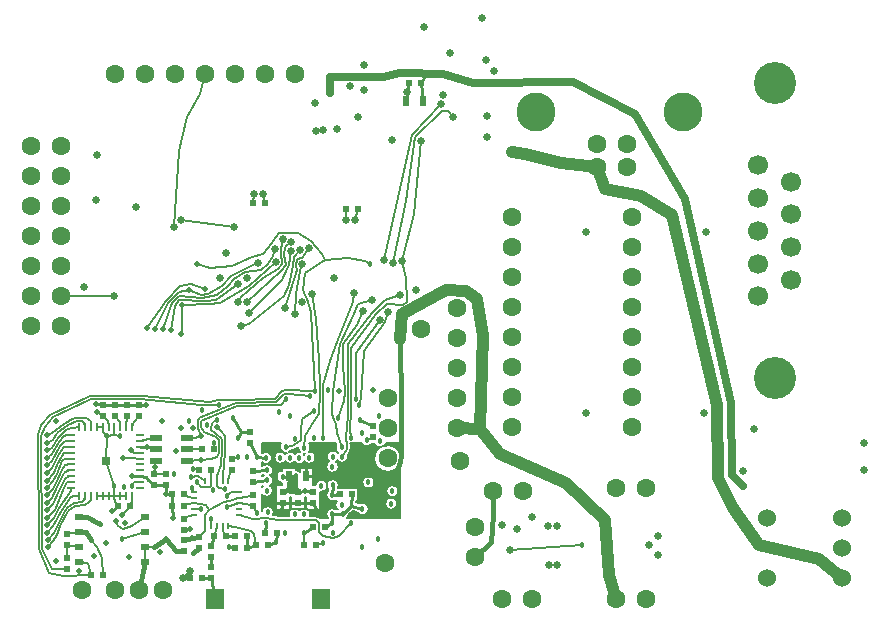
<source format=gbl>
G04 (created by PCBNEW-RS274X (2010-03-14)-final) date Mon 05 Jul 2010 03:41:04 PM EDT*
G01*
G70*
G90*
%MOIN*%
G04 Gerber Fmt 3.4, Leading zero omitted, Abs format*
%FSLAX34Y34*%
G04 APERTURE LIST*
%ADD10C,0.001000*%
%ADD11R,0.023600X0.019700*%
%ADD12R,0.019700X0.023600*%
%ADD13R,0.023600X0.035400*%
%ADD14C,0.063000*%
%ADD15R,0.059100X0.070900*%
%ADD16C,0.140000*%
%ADD17C,0.066900*%
%ADD18C,0.129900*%
%ADD19C,0.060000*%
%ADD20R,0.009800X0.023600*%
%ADD21R,0.023600X0.009800*%
%ADD22R,0.009800X0.025600*%
%ADD23R,0.025600X0.009800*%
%ADD24R,0.031500X0.031500*%
%ADD25R,0.042000X0.023600*%
%ADD26R,0.031500X0.019700*%
%ADD27C,0.019000*%
%ADD28C,0.025000*%
%ADD29C,0.018000*%
%ADD30C,0.010000*%
%ADD31C,0.005000*%
%ADD32C,0.015000*%
%ADD33C,0.025000*%
%ADD34C,0.040000*%
G04 APERTURE END LIST*
G54D10*
G54D11*
X25400Y-27397D03*
X25400Y-27003D03*
X26200Y-27397D03*
X26200Y-27003D03*
X25800Y-27397D03*
X25800Y-27003D03*
X25000Y-27003D03*
X25000Y-27397D03*
G54D12*
X25503Y-30400D03*
X25897Y-30400D03*
G54D11*
X26700Y-29303D03*
X26700Y-29697D03*
G54D12*
X28303Y-28500D03*
X28697Y-28500D03*
G54D11*
X27100Y-29697D03*
X27100Y-29303D03*
G54D12*
X27697Y-30000D03*
X27303Y-30000D03*
G54D11*
X27700Y-30803D03*
X27700Y-31197D03*
X28600Y-32097D03*
X28600Y-31703D03*
G54D12*
X28703Y-31400D03*
X29097Y-31400D03*
X29797Y-31400D03*
X29403Y-31400D03*
X29403Y-31800D03*
X29797Y-31800D03*
X30497Y-31700D03*
X30103Y-31700D03*
G54D11*
X28600Y-32403D03*
X28600Y-32797D03*
G54D12*
X28297Y-32800D03*
X27903Y-32800D03*
G54D11*
X27700Y-31897D03*
X27700Y-31503D03*
X28200Y-31797D03*
X28200Y-31403D03*
X29300Y-28803D03*
X29300Y-29197D03*
G54D12*
X28203Y-29200D03*
X28597Y-29200D03*
G54D11*
X31000Y-29903D03*
X31000Y-30297D03*
X32000Y-29903D03*
X32000Y-30297D03*
X31500Y-29903D03*
X31500Y-30297D03*
G54D12*
X30797Y-31300D03*
X30403Y-31300D03*
G54D11*
X29900Y-28297D03*
X29900Y-27903D03*
X30000Y-29203D03*
X30000Y-29597D03*
G54D12*
X35597Y-16300D03*
X35203Y-16300D03*
X32397Y-31100D03*
X32003Y-31100D03*
X32097Y-31700D03*
X31703Y-31700D03*
X27303Y-30400D03*
X27697Y-30400D03*
G54D11*
X30000Y-30397D03*
X30000Y-30003D03*
G54D12*
X33497Y-20500D03*
X33103Y-20500D03*
X30397Y-20300D03*
X30003Y-20300D03*
G54D11*
X23800Y-31697D03*
X23800Y-31303D03*
G54D12*
X24603Y-32700D03*
X24997Y-32700D03*
G54D11*
X23800Y-32103D03*
X23800Y-32497D03*
X34000Y-28097D03*
X34000Y-27703D03*
G54D13*
X31795Y-29400D03*
X31205Y-29400D03*
X35105Y-16900D03*
X35695Y-16900D03*
G54D14*
X37400Y-31100D03*
X37400Y-32100D03*
X42100Y-29800D03*
X43100Y-29800D03*
X42100Y-33500D03*
X43100Y-33500D03*
X39000Y-29900D03*
X38000Y-29900D03*
X39300Y-33500D03*
X38300Y-33500D03*
X22600Y-18400D03*
X23600Y-18400D03*
X22600Y-19400D03*
X23600Y-19400D03*
X22600Y-20400D03*
X23600Y-20400D03*
X22600Y-21400D03*
X23600Y-21400D03*
X22600Y-22400D03*
X23600Y-22400D03*
X22600Y-23400D03*
X23600Y-23400D03*
X22600Y-24400D03*
X23600Y-24400D03*
G54D15*
X28729Y-33500D03*
X32272Y-33500D03*
G54D16*
X47400Y-26120D03*
G54D17*
X46841Y-23394D03*
X46841Y-22303D03*
X46841Y-21213D03*
X46841Y-20122D03*
X46841Y-19031D03*
X47959Y-22848D03*
X47959Y-21758D03*
X47959Y-20667D03*
X47959Y-19577D03*
G54D16*
X47400Y-16281D03*
G54D18*
X44341Y-17240D03*
X39459Y-17240D03*
G54D14*
X42463Y-18307D03*
X42463Y-19094D03*
X41479Y-19094D03*
X41479Y-18307D03*
G54D19*
X49650Y-32800D03*
X49650Y-31800D03*
X49650Y-30800D03*
X47150Y-30800D03*
X47150Y-32800D03*
G54D20*
X28800Y-29552D03*
X28603Y-29552D03*
X28406Y-29552D03*
X28997Y-29552D03*
X29194Y-29552D03*
X28406Y-31048D03*
X28603Y-31048D03*
X28800Y-31048D03*
X28997Y-31048D03*
X29194Y-31048D03*
G54D21*
X28052Y-30300D03*
X28052Y-30497D03*
X28052Y-30694D03*
X28052Y-30103D03*
X28052Y-29906D03*
X29548Y-30300D03*
X29548Y-30497D03*
X29548Y-30694D03*
X29548Y-30103D03*
X29548Y-29906D03*
G54D22*
X24214Y-27748D03*
X24411Y-27748D03*
X24608Y-27748D03*
X24805Y-27748D03*
X25002Y-27748D03*
X25198Y-27748D03*
X25395Y-27748D03*
X25592Y-27748D03*
X25789Y-27748D03*
X25986Y-27748D03*
X25986Y-30052D03*
X25789Y-30052D03*
X25592Y-30052D03*
X25395Y-30052D03*
X25198Y-30052D03*
X25002Y-30052D03*
X24805Y-30052D03*
X24608Y-30052D03*
X24411Y-30052D03*
X24214Y-30052D03*
G54D23*
X26252Y-28014D03*
X26252Y-28211D03*
X26252Y-28408D03*
X26252Y-28605D03*
X26252Y-28802D03*
X26252Y-28998D03*
X26252Y-29195D03*
X26252Y-29392D03*
X26252Y-29589D03*
X26252Y-29786D03*
X23948Y-29786D03*
X23948Y-29589D03*
X23948Y-29392D03*
X23948Y-29195D03*
X23948Y-28998D03*
X23948Y-28802D03*
X23948Y-28605D03*
X23948Y-28408D03*
X23948Y-28211D03*
X23948Y-28014D03*
G54D24*
X25100Y-28900D03*
G54D25*
X26788Y-28874D03*
X26788Y-28500D03*
X26788Y-28126D03*
X27812Y-28126D03*
X27812Y-28500D03*
X27812Y-28874D03*
G54D14*
X38650Y-22750D03*
X38650Y-21750D03*
X38650Y-20750D03*
X38650Y-23750D03*
X38650Y-24750D03*
X38650Y-25750D03*
X38650Y-26750D03*
X38650Y-27750D03*
X42650Y-20750D03*
X42650Y-21750D03*
X42650Y-22750D03*
X42650Y-23750D03*
X42650Y-24750D03*
X42650Y-25750D03*
X42650Y-26750D03*
X42650Y-27750D03*
X26200Y-33200D03*
X36800Y-26800D03*
X36800Y-27800D03*
X25400Y-33200D03*
X24300Y-33200D03*
X35600Y-24500D03*
X34500Y-26800D03*
X34500Y-27800D03*
X34500Y-28800D03*
X36800Y-25800D03*
X36800Y-24800D03*
X36800Y-23800D03*
G54D26*
X24198Y-32250D03*
X24198Y-31750D03*
X24198Y-31250D03*
X24198Y-30750D03*
X26402Y-30750D03*
X26402Y-31250D03*
X26402Y-31750D03*
X26402Y-32250D03*
G54D12*
X33297Y-30000D03*
X32903Y-30000D03*
G54D14*
X27000Y-33200D03*
X36900Y-28900D03*
X34400Y-32300D03*
X31400Y-16000D03*
X30400Y-16000D03*
X29400Y-16000D03*
X28400Y-16000D03*
X27400Y-16000D03*
X26400Y-16000D03*
X25400Y-16000D03*
G54D27*
X26996Y-24500D03*
G54D28*
X30753Y-21818D03*
X34384Y-22193D03*
X31264Y-21887D03*
X29893Y-23958D03*
G54D29*
X28708Y-28272D03*
X31406Y-28135D03*
X28695Y-29852D03*
X31723Y-28436D03*
G54D28*
X31982Y-23322D03*
G54D29*
X31232Y-27399D03*
X34258Y-28232D03*
X29511Y-28753D03*
X28882Y-27013D03*
X32038Y-28116D03*
G54D27*
X27281Y-24529D03*
G54D28*
X29509Y-22980D03*
X27619Y-20867D03*
X29385Y-21086D03*
G54D27*
X25436Y-30893D03*
X32894Y-26535D03*
X28803Y-27761D03*
X26744Y-24471D03*
X27881Y-23193D03*
G54D28*
X30184Y-22283D03*
G54D29*
X27930Y-29407D03*
X32346Y-28121D03*
G54D28*
X33395Y-23296D03*
G54D29*
X28151Y-29573D03*
X32862Y-27443D03*
G54D28*
X33680Y-23894D03*
G54D29*
X32074Y-26535D03*
X33916Y-22312D03*
G54D27*
X28140Y-22334D03*
G54D29*
X29151Y-30049D03*
X32967Y-28432D03*
G54D28*
X33986Y-23506D03*
G54D29*
X33440Y-26819D03*
G54D28*
X36284Y-16994D03*
X34240Y-24172D03*
G54D29*
X33559Y-27016D03*
G54D28*
X36664Y-17414D03*
X34516Y-23908D03*
X34672Y-22293D03*
G54D29*
X33283Y-28128D03*
G54D28*
X35609Y-18212D03*
X34969Y-22208D03*
G54D27*
X25958Y-28519D03*
G54D29*
X32984Y-28742D03*
G54D28*
X34906Y-23338D03*
G54D29*
X28309Y-27192D03*
X32963Y-30347D03*
G54D28*
X31070Y-23777D03*
X31872Y-21787D03*
G54D27*
X28272Y-28842D03*
G54D29*
X31109Y-26810D03*
G54D28*
X29622Y-24379D03*
X31576Y-21839D03*
X29519Y-23592D03*
X31009Y-21487D03*
G54D29*
X32521Y-26524D03*
X25653Y-31497D03*
X28800Y-27526D03*
G54D28*
X30776Y-22247D03*
G54D27*
X27596Y-24659D03*
X27644Y-23693D03*
G54D29*
X29077Y-29833D03*
G54D28*
X25395Y-23400D03*
G54D29*
X31106Y-28415D03*
X32046Y-27215D03*
G54D27*
X34002Y-26525D03*
G54D29*
X30864Y-27253D03*
X34224Y-27380D03*
G54D27*
X23164Y-31767D03*
X23139Y-29536D03*
X23148Y-29271D03*
X23150Y-29028D03*
X23148Y-28782D03*
X23147Y-28528D03*
X23145Y-28273D03*
X23144Y-28028D03*
X23163Y-31520D03*
X23162Y-31273D03*
X23160Y-31023D03*
X23159Y-30774D03*
X23158Y-30527D03*
X23156Y-30274D03*
X23155Y-30033D03*
X23146Y-29778D03*
X28279Y-28063D03*
G54D29*
X31914Y-26702D03*
G54D28*
X31421Y-24001D03*
X31661Y-22331D03*
G54D27*
X26732Y-29094D03*
X27434Y-28535D03*
X25112Y-31630D03*
X25638Y-30669D03*
X24798Y-27255D03*
X26970Y-27536D03*
X24726Y-32043D03*
G54D29*
X25983Y-29718D03*
G54D27*
X25676Y-28792D03*
G54D29*
X33645Y-27960D03*
G54D27*
X27109Y-29981D03*
X25984Y-29393D03*
X27996Y-27791D03*
X27602Y-27775D03*
X26490Y-28412D03*
X25151Y-28035D03*
X26430Y-27005D03*
X24776Y-26999D03*
X27331Y-30795D03*
X25322Y-30548D03*
X25759Y-30940D03*
X24900Y-31001D03*
X24228Y-32543D03*
X23455Y-32226D03*
X25893Y-32074D03*
X26902Y-31906D03*
X27898Y-31138D03*
G54D29*
X29153Y-30407D03*
X28031Y-31951D03*
X30132Y-30603D03*
X30497Y-30589D03*
X31398Y-30643D03*
X31722Y-30643D03*
X32658Y-30661D03*
X33002Y-30661D03*
X33662Y-30482D03*
X32292Y-29713D03*
X32673Y-28738D03*
X31893Y-28774D03*
X31247Y-28777D03*
X30449Y-28784D03*
X30135Y-28753D03*
X30477Y-29190D03*
X30469Y-29869D03*
X33649Y-31748D03*
X28464Y-27673D03*
X33796Y-28185D03*
X29211Y-31750D03*
X30772Y-31591D03*
X31747Y-29896D03*
X31254Y-29897D03*
X31003Y-29409D03*
X31429Y-29399D03*
X32655Y-30944D03*
G54D28*
X46702Y-27821D03*
X46340Y-29209D03*
X38039Y-15901D03*
X37799Y-17387D03*
X35709Y-14405D03*
X36587Y-15278D03*
X37639Y-14125D03*
X37794Y-15502D03*
X33706Y-16504D03*
X33506Y-17408D03*
X32088Y-16950D03*
X32799Y-17812D03*
X33245Y-16394D03*
X36353Y-16676D03*
X35147Y-16586D03*
G54D29*
X34616Y-30305D03*
X34175Y-31487D03*
G54D28*
X40152Y-32338D03*
X40148Y-31065D03*
X39866Y-32338D03*
X39862Y-31061D03*
X39300Y-30748D03*
X38798Y-31139D03*
X38305Y-31021D03*
X43517Y-31396D03*
X43517Y-32005D03*
X43200Y-31694D03*
X41097Y-27300D03*
X41097Y-21243D03*
X45097Y-21236D03*
X45030Y-27269D03*
G54D27*
X23452Y-27567D03*
G54D28*
X26108Y-20429D03*
X29100Y-21958D03*
X29804Y-22793D03*
X30346Y-20000D03*
X33426Y-20849D03*
X32723Y-22769D03*
G54D29*
X34653Y-29889D03*
X28601Y-30818D03*
X28273Y-30495D03*
X27987Y-29778D03*
X25393Y-29721D03*
G54D28*
X24395Y-23098D03*
X27903Y-32565D03*
X27688Y-32797D03*
X37821Y-18097D03*
X34633Y-18197D03*
X50391Y-29199D03*
X50389Y-28299D03*
G54D29*
X25704Y-29752D03*
X25582Y-28052D03*
X27392Y-29320D03*
G54D28*
X35450Y-23197D03*
X46345Y-29719D03*
X32574Y-16611D03*
X36355Y-15998D03*
X32571Y-16080D03*
X39074Y-18642D03*
X38632Y-18582D03*
G54D29*
X27965Y-31450D03*
G54D28*
X29815Y-23599D03*
X31293Y-21586D03*
G54D29*
X32357Y-31606D03*
X40986Y-31697D03*
G54D28*
X38585Y-31844D03*
X27384Y-21075D03*
G54D27*
X26487Y-24442D03*
X28409Y-23149D03*
G54D29*
X33291Y-30955D03*
X30476Y-30200D03*
X30926Y-30616D03*
X32182Y-30609D03*
X32294Y-29227D03*
X32187Y-28780D03*
X30445Y-28448D03*
X32043Y-29393D03*
G54D27*
X27098Y-31497D03*
G54D29*
X26303Y-32717D03*
X24598Y-31518D03*
X27885Y-27566D03*
X28005Y-29155D03*
X30452Y-30954D03*
X31080Y-31272D03*
X31712Y-31274D03*
X32667Y-31269D03*
X32661Y-30018D03*
X32668Y-29695D03*
X32662Y-29071D03*
X31556Y-28783D03*
X30924Y-28773D03*
X30480Y-29533D03*
X29823Y-28758D03*
X29508Y-28125D03*
X33586Y-27517D03*
X29356Y-27455D03*
G54D28*
X33702Y-15695D03*
X28908Y-22772D03*
X28908Y-22772D03*
X30040Y-19996D03*
X33123Y-20849D03*
G54D29*
X33859Y-29595D03*
X24797Y-18698D03*
G54D28*
X24790Y-20195D03*
X24797Y-18698D03*
X31636Y-23574D03*
X32099Y-17870D03*
X32354Y-17865D03*
G54D30*
X31444Y-29621D02*
X31197Y-29649D01*
X31197Y-29649D02*
X31437Y-29531D01*
X31436Y-29516D02*
X31201Y-29525D01*
G54D31*
X26996Y-24500D02*
X27317Y-23617D01*
X27317Y-23617D02*
X27560Y-23395D01*
X27560Y-23395D02*
X28321Y-23453D01*
X28321Y-23453D02*
X28822Y-23355D01*
X28822Y-23355D02*
X29172Y-23055D01*
X29172Y-23055D02*
X29367Y-22807D01*
X29367Y-22807D02*
X29757Y-22590D01*
X29757Y-22590D02*
X30273Y-22510D01*
X30273Y-22510D02*
X30504Y-22302D01*
X30504Y-22302D02*
X30666Y-22044D01*
X30666Y-22044D02*
X30753Y-21818D01*
X29893Y-23958D02*
X30390Y-23439D01*
X30390Y-23439D02*
X30976Y-22843D01*
X30976Y-22843D02*
X31129Y-22475D01*
X31129Y-22475D02*
X31214Y-22335D01*
X31214Y-22335D02*
X31264Y-21887D01*
X28708Y-28272D02*
X28697Y-28500D01*
X31723Y-28436D02*
X31738Y-28059D01*
X31738Y-28059D02*
X32041Y-27537D01*
X32041Y-27537D02*
X32217Y-27307D01*
X32217Y-27307D02*
X32254Y-26609D01*
X32254Y-26609D02*
X32254Y-26460D01*
X32254Y-26460D02*
X32212Y-25527D01*
X32212Y-25527D02*
X32105Y-24154D01*
X31982Y-23322D02*
X32105Y-24154D01*
X31982Y-23322D02*
X31983Y-23322D01*
X23800Y-32497D02*
X23322Y-32492D01*
X23322Y-32492D02*
X22992Y-31804D01*
X22992Y-31804D02*
X22952Y-28055D01*
X23067Y-27747D02*
X22952Y-28055D01*
X23067Y-27747D02*
X23329Y-27434D01*
X24610Y-26826D02*
X25523Y-26826D01*
X25523Y-26826D02*
X26262Y-26816D01*
X29300Y-28803D02*
X29514Y-28749D01*
X26262Y-26816D02*
X28289Y-27024D01*
X28882Y-27013D02*
X28289Y-27024D01*
X27281Y-24529D02*
X27416Y-23723D01*
X27416Y-23723D02*
X27561Y-23524D01*
X28442Y-23552D02*
X27561Y-23524D01*
X28442Y-23552D02*
X28768Y-23519D01*
X28768Y-23519D02*
X29509Y-22980D01*
X27619Y-20867D02*
X29385Y-21086D01*
X23329Y-27434D02*
X24610Y-26826D01*
X26402Y-30750D02*
X25981Y-31050D01*
X25981Y-31050D02*
X25695Y-31138D01*
X25695Y-31138D02*
X25525Y-31050D01*
X25525Y-31050D02*
X25436Y-30893D01*
X28997Y-29552D02*
X29012Y-29315D01*
X29012Y-29315D02*
X29055Y-29039D01*
X29055Y-29039D02*
X29085Y-28516D01*
X29085Y-28516D02*
X29079Y-28057D01*
X29079Y-28057D02*
X28934Y-27877D01*
X28803Y-27761D02*
X28934Y-27877D01*
X26744Y-24471D02*
X27178Y-23626D01*
X27178Y-23626D02*
X27536Y-23241D01*
X27536Y-23241D02*
X27881Y-23193D01*
X28270Y-23338D02*
X27881Y-23193D01*
X28270Y-23338D02*
X28515Y-23307D01*
X28515Y-23307D02*
X28989Y-23062D01*
X28989Y-23062D02*
X29292Y-22711D01*
X29292Y-22711D02*
X30021Y-22345D01*
X30021Y-22345D02*
X30184Y-22283D01*
X28406Y-29552D02*
X28186Y-29395D01*
X27930Y-29407D02*
X28186Y-29395D01*
X32346Y-28121D02*
X32329Y-27101D01*
X32329Y-27101D02*
X32355Y-26613D01*
X32355Y-26613D02*
X32356Y-26344D01*
X32567Y-25563D02*
X32356Y-26344D01*
X32567Y-25563D02*
X32817Y-24916D01*
X32817Y-24916D02*
X33356Y-23577D01*
X33356Y-23577D02*
X33395Y-23296D01*
X28603Y-29552D02*
X28597Y-29200D01*
X28603Y-29552D02*
X28601Y-29715D01*
X28566Y-29745D02*
X28601Y-29715D01*
X28566Y-29745D02*
X28289Y-29748D01*
X28289Y-29748D02*
X28151Y-29573D01*
X32862Y-27443D02*
X33052Y-26899D01*
X33066Y-26568D02*
X33007Y-25682D01*
X33007Y-25682D02*
X33018Y-24989D01*
X33018Y-24989D02*
X33492Y-24361D01*
X33680Y-23894D02*
X33492Y-24361D01*
X33052Y-26899D02*
X33066Y-26568D01*
X24198Y-32250D02*
X24522Y-32290D01*
X24522Y-32290D02*
X24603Y-32700D01*
X24603Y-32700D02*
X23692Y-32732D01*
X23692Y-32732D02*
X23226Y-32614D01*
X23226Y-32614D02*
X22895Y-31834D01*
X22895Y-31834D02*
X22864Y-31667D01*
X22864Y-31667D02*
X22849Y-28020D01*
X22849Y-28020D02*
X22961Y-27693D01*
X22961Y-27693D02*
X23261Y-27352D01*
X24576Y-26714D02*
X25475Y-26724D01*
X26300Y-26714D02*
X25475Y-26724D01*
X28572Y-26918D02*
X26300Y-26714D01*
X31098Y-26526D02*
X32074Y-26535D01*
X28572Y-26918D02*
X28856Y-26840D01*
X28856Y-26840D02*
X29399Y-26850D01*
X29399Y-26850D02*
X30737Y-26827D01*
X30973Y-26551D02*
X31098Y-26526D01*
X30737Y-26827D02*
X30973Y-26551D01*
X31810Y-23469D02*
X31939Y-23930D01*
X31810Y-23469D02*
X31729Y-23338D01*
X31729Y-23338D02*
X31676Y-23188D01*
X31676Y-23188D02*
X31731Y-22614D01*
X31731Y-22614D02*
X32409Y-22188D01*
X32409Y-22188D02*
X33186Y-22118D01*
X33186Y-22118D02*
X33757Y-22218D01*
X33757Y-22218D02*
X33916Y-22312D01*
X31939Y-23930D02*
X32074Y-26535D01*
X28140Y-22334D02*
X28568Y-22453D01*
X28568Y-22453D02*
X29323Y-22394D01*
X29323Y-22394D02*
X29977Y-22078D01*
X29977Y-22078D02*
X30362Y-22000D01*
X30362Y-22000D02*
X30507Y-21770D01*
X30507Y-21770D02*
X30893Y-21287D01*
X30893Y-21287D02*
X31509Y-21285D01*
X31509Y-21285D02*
X31959Y-21560D01*
X31959Y-21560D02*
X32310Y-21969D01*
X32310Y-21969D02*
X32409Y-22188D01*
X23261Y-27352D02*
X24576Y-26714D01*
X29151Y-30049D02*
X29290Y-29907D01*
X29290Y-29907D02*
X29548Y-29906D01*
X32967Y-28432D02*
X32810Y-27951D01*
X32810Y-27951D02*
X32783Y-27665D01*
X32783Y-27665D02*
X32706Y-27502D01*
X32706Y-27502D02*
X32662Y-27317D01*
X32662Y-27317D02*
X32688Y-26541D01*
X32688Y-26541D02*
X32915Y-24970D01*
X32915Y-24970D02*
X33347Y-24053D01*
X33347Y-24053D02*
X33523Y-23663D01*
X33523Y-23663D02*
X33986Y-23506D01*
X33440Y-26819D02*
X33433Y-25287D01*
X34240Y-24172D02*
X33433Y-25287D01*
X34383Y-22177D02*
X35325Y-18030D01*
X35325Y-18030D02*
X36284Y-16994D01*
X33559Y-27016D02*
X33625Y-26775D01*
X33625Y-26775D02*
X33707Y-25227D01*
X33707Y-25227D02*
X34424Y-24265D01*
X34516Y-23908D02*
X34424Y-24265D01*
X34672Y-22293D02*
X35123Y-20230D01*
X35123Y-20230D02*
X35422Y-18089D01*
X35422Y-18089D02*
X36321Y-17230D01*
X36321Y-17230D02*
X36505Y-17226D01*
X36505Y-17226D02*
X36664Y-17414D01*
X33283Y-28128D02*
X33239Y-27804D01*
X33239Y-27804D02*
X33273Y-27229D01*
X33273Y-27229D02*
X33274Y-25129D01*
X35609Y-18212D02*
X35384Y-20654D01*
X34969Y-22208D02*
X35384Y-20654D01*
X33274Y-25129D02*
X34099Y-23973D01*
X34099Y-23973D02*
X34473Y-23665D01*
X35137Y-23574D02*
X35124Y-22794D01*
X34969Y-22208D02*
X35124Y-22794D01*
X34473Y-23665D02*
X35000Y-23679D01*
X35000Y-23679D02*
X35137Y-23574D01*
X26252Y-28605D02*
X26043Y-28604D01*
X26043Y-28604D02*
X25958Y-28519D01*
X32984Y-28742D02*
X33135Y-28472D01*
X33135Y-28472D02*
X33130Y-28346D01*
X33130Y-28346D02*
X33116Y-28124D01*
X33116Y-28124D02*
X33164Y-27361D01*
X33164Y-27361D02*
X33173Y-25154D01*
X33173Y-25154D02*
X33173Y-24993D01*
X33173Y-24993D02*
X33990Y-23945D01*
X33990Y-23945D02*
X34412Y-23531D01*
X34906Y-23338D02*
X34412Y-23531D01*
X31070Y-23777D02*
X31470Y-22521D01*
X31631Y-22111D02*
X31872Y-21787D01*
X31484Y-22160D02*
X31631Y-22111D01*
X31448Y-22380D02*
X31470Y-22521D01*
X31484Y-22160D02*
X31448Y-22380D01*
X28272Y-28842D02*
X27812Y-28874D01*
X31109Y-26810D02*
X30962Y-27023D01*
X30962Y-27023D02*
X29466Y-27055D01*
X29466Y-27055D02*
X28291Y-27566D01*
X28874Y-28196D02*
X28878Y-28624D01*
X28827Y-28743D02*
X28612Y-28826D01*
X28612Y-28826D02*
X28272Y-28842D01*
X28878Y-28624D02*
X28827Y-28743D01*
X28291Y-27566D02*
X28289Y-27767D01*
X28381Y-27926D02*
X28769Y-28096D01*
X28769Y-28096D02*
X28874Y-28196D01*
X28289Y-27767D02*
X28381Y-27926D01*
X31037Y-23398D02*
X31211Y-23003D01*
X31576Y-21839D02*
X31394Y-22096D01*
X31335Y-22385D02*
X31211Y-23003D01*
X31394Y-22096D02*
X31335Y-22385D01*
X29622Y-24379D02*
X29883Y-24305D01*
X29883Y-24305D02*
X31037Y-23398D01*
X29519Y-23592D02*
X29607Y-23419D01*
X29607Y-23419D02*
X30362Y-22780D01*
X30362Y-22780D02*
X30847Y-22471D01*
X30847Y-22471D02*
X30976Y-22333D01*
X30976Y-22333D02*
X30976Y-22198D01*
X30976Y-22198D02*
X30935Y-22094D01*
X30935Y-22094D02*
X30931Y-21993D01*
X30931Y-21993D02*
X30957Y-21809D01*
X31009Y-21487D02*
X30957Y-21809D01*
X31009Y-21487D02*
X31060Y-21591D01*
X28800Y-29552D02*
X28816Y-29381D01*
X28816Y-29381D02*
X28955Y-29029D01*
X28955Y-29029D02*
X28984Y-28526D01*
X28984Y-28526D02*
X28979Y-28136D01*
X26402Y-31250D02*
X25653Y-31497D01*
X28979Y-28136D02*
X28739Y-27943D01*
X28739Y-27943D02*
X28625Y-27864D01*
X28617Y-27736D02*
X28665Y-27583D01*
X28800Y-27526D02*
X28665Y-27583D01*
X28625Y-27864D02*
X28617Y-27736D01*
X27596Y-24659D02*
X27632Y-24534D01*
X27632Y-24534D02*
X27644Y-23693D01*
X27644Y-23693D02*
X28561Y-23648D01*
X28927Y-23630D02*
X29873Y-23058D01*
X30776Y-22247D02*
X29873Y-23058D01*
X28561Y-23648D02*
X28927Y-23630D01*
X28800Y-29552D02*
X28811Y-29714D01*
X28811Y-29714D02*
X28885Y-29771D01*
X28885Y-29771D02*
X29077Y-29833D01*
X25395Y-23400D02*
X23600Y-23400D01*
X31106Y-28415D02*
X31318Y-28383D01*
X31318Y-28383D02*
X31491Y-28283D01*
X31491Y-28283D02*
X31599Y-28178D01*
X31599Y-28178D02*
X31596Y-27917D01*
X31596Y-27917D02*
X31630Y-27489D01*
X32046Y-27215D02*
X31630Y-27489D01*
X23164Y-31767D02*
X23357Y-31565D01*
X23357Y-31565D02*
X23476Y-31335D01*
X23587Y-31060D02*
X23854Y-30566D01*
X23854Y-30566D02*
X24072Y-30381D01*
X24072Y-30381D02*
X24396Y-30352D01*
X24396Y-30352D02*
X24537Y-30265D01*
X24537Y-30265D02*
X24604Y-30196D01*
X24604Y-30196D02*
X24608Y-30052D01*
X23476Y-31335D02*
X23587Y-31060D01*
X23139Y-29536D02*
X23372Y-29276D01*
X23372Y-29276D02*
X23472Y-29005D01*
X23472Y-29005D02*
X23630Y-28714D01*
X23630Y-28714D02*
X23720Y-28609D01*
X23720Y-28609D02*
X23948Y-28605D01*
X23148Y-29271D02*
X23298Y-29123D01*
X23298Y-29123D02*
X23533Y-28667D01*
X23533Y-28667D02*
X23712Y-28418D01*
X23712Y-28418D02*
X23948Y-28408D01*
X23150Y-29028D02*
X23297Y-28872D01*
X23297Y-28872D02*
X23589Y-28373D01*
X23589Y-28373D02*
X23734Y-28231D01*
X23734Y-28231D02*
X23948Y-28211D01*
X23148Y-28782D02*
X23305Y-28657D01*
X23305Y-28657D02*
X23550Y-28239D01*
X23550Y-28239D02*
X23714Y-28063D01*
X23714Y-28063D02*
X23805Y-28016D01*
X23805Y-28016D02*
X23948Y-28014D01*
X23147Y-28528D02*
X23319Y-28435D01*
X23319Y-28435D02*
X23504Y-28119D01*
X23504Y-28119D02*
X23815Y-27834D01*
X23815Y-27834D02*
X24214Y-27748D01*
X23145Y-28273D02*
X23351Y-28179D01*
X23351Y-28179D02*
X23482Y-27959D01*
X23482Y-27959D02*
X23840Y-27688D01*
X23840Y-27688D02*
X24130Y-27537D01*
X24130Y-27537D02*
X24294Y-27539D01*
X24294Y-27539D02*
X24382Y-27588D01*
X24382Y-27588D02*
X24411Y-27748D01*
X23144Y-28028D02*
X23326Y-27951D01*
X23326Y-27951D02*
X23709Y-27661D01*
X23709Y-27661D02*
X23788Y-27602D01*
X23788Y-27602D02*
X23985Y-27478D01*
X23985Y-27478D02*
X24112Y-27436D01*
X24112Y-27436D02*
X24458Y-27441D01*
X24458Y-27441D02*
X24599Y-27558D01*
X24599Y-27558D02*
X24608Y-27748D01*
X24411Y-30052D02*
X24379Y-30199D01*
X24379Y-30199D02*
X24313Y-30258D01*
X24313Y-30258D02*
X24046Y-30275D01*
X24046Y-30275D02*
X23800Y-30464D01*
X23800Y-30464D02*
X23697Y-30626D01*
X23465Y-31074D02*
X23368Y-31296D01*
X23368Y-31296D02*
X23170Y-31526D01*
X23697Y-30626D02*
X23465Y-31074D01*
X23162Y-31273D02*
X23360Y-31057D01*
X23360Y-31057D02*
X23635Y-30527D01*
X23635Y-30527D02*
X23931Y-30094D01*
X23931Y-30094D02*
X24059Y-30055D01*
X24059Y-30055D02*
X24214Y-30052D01*
X23947Y-29883D02*
X23948Y-29786D01*
X23947Y-29883D02*
X23547Y-30441D01*
X23547Y-30441D02*
X23391Y-30776D01*
X23391Y-30776D02*
X23160Y-31023D01*
X23159Y-30774D02*
X23397Y-30524D01*
X23397Y-30524D02*
X23704Y-29772D01*
X23704Y-29772D02*
X23776Y-29638D01*
X23776Y-29638D02*
X23817Y-29600D01*
X23817Y-29600D02*
X23948Y-29589D01*
X23158Y-30527D02*
X23338Y-30326D01*
X23338Y-30326D02*
X23532Y-29886D01*
X23532Y-29886D02*
X23743Y-29478D01*
X23743Y-29478D02*
X23816Y-29427D01*
X23816Y-29427D02*
X23948Y-29392D01*
X23156Y-30274D02*
X23308Y-30122D01*
X23308Y-30122D02*
X23481Y-29759D01*
X23481Y-29759D02*
X23727Y-29293D01*
X23727Y-29293D02*
X23814Y-29225D01*
X23814Y-29225D02*
X23948Y-29195D01*
X23155Y-30033D02*
X23334Y-29818D01*
X23334Y-29818D02*
X23448Y-29606D01*
X23638Y-29169D02*
X23448Y-29606D01*
X23638Y-29169D02*
X23745Y-29017D01*
X23745Y-29017D02*
X23948Y-28998D01*
X23146Y-29778D02*
X23351Y-29559D01*
X23351Y-29559D02*
X23467Y-29311D01*
X23467Y-29311D02*
X23655Y-28880D01*
X23655Y-28880D02*
X23712Y-28803D01*
X23712Y-28803D02*
X23948Y-28802D01*
X27812Y-28126D02*
X28095Y-28123D01*
X28279Y-28063D02*
X28095Y-28123D01*
X31200Y-26645D02*
X31914Y-26702D01*
X31030Y-26642D02*
X31200Y-26645D01*
X31030Y-26642D02*
X30786Y-26927D01*
X29435Y-26950D02*
X28962Y-27165D01*
X28962Y-27165D02*
X28227Y-27436D01*
X28279Y-28063D02*
X28182Y-27786D01*
X28182Y-27786D02*
X28192Y-27547D01*
X28192Y-27547D02*
X28227Y-27436D01*
X30786Y-26927D02*
X29435Y-26950D01*
X31421Y-24001D02*
X31450Y-23319D01*
X31450Y-23319D02*
X31578Y-22562D01*
X31661Y-22331D02*
X31578Y-22562D01*
X26788Y-28874D02*
X26732Y-29094D01*
X26700Y-29303D02*
X26732Y-29094D01*
X27100Y-29303D02*
X26700Y-29303D01*
X25198Y-27748D02*
X25183Y-27562D01*
X25183Y-27562D02*
X25000Y-27397D01*
X25638Y-30669D02*
X25900Y-30403D01*
X25900Y-30403D02*
X25993Y-30214D01*
X25993Y-30214D02*
X25986Y-30052D01*
X25000Y-27397D02*
X24798Y-27255D01*
X26252Y-29589D02*
X26034Y-29596D01*
X26034Y-29596D02*
X25983Y-29718D01*
X26252Y-28802D02*
X25990Y-28797D01*
X25990Y-28797D02*
X25676Y-28792D01*
G54D30*
X26700Y-29697D02*
X27100Y-29697D01*
X27100Y-29697D02*
X27109Y-29972D01*
X26700Y-29697D02*
X26503Y-29513D01*
X26503Y-29513D02*
X26459Y-29404D01*
X26459Y-29404D02*
X26252Y-29392D01*
X25984Y-29393D02*
X26252Y-29392D01*
X26252Y-28408D02*
X26490Y-28412D01*
X26788Y-28500D02*
X26490Y-28412D01*
G54D31*
X24805Y-27748D02*
X25002Y-27748D01*
X25008Y-27930D02*
X25002Y-27748D01*
X25151Y-28035D02*
X25008Y-27930D01*
X25395Y-27748D02*
X25386Y-27950D01*
X25386Y-27950D02*
X25384Y-28024D01*
X25384Y-28024D02*
X25151Y-28035D01*
G54D30*
X25000Y-27003D02*
X25400Y-27003D01*
X25335Y-27003D02*
X25800Y-27003D01*
X25800Y-27003D02*
X26200Y-27003D01*
X26200Y-27003D02*
X26430Y-27005D01*
X25000Y-27003D02*
X24776Y-26999D01*
G54D31*
X25503Y-30400D02*
X25397Y-30267D01*
X25397Y-30267D02*
X25395Y-30052D01*
G54D30*
X25503Y-30400D02*
X25322Y-30548D01*
X27303Y-30000D02*
X27109Y-29972D01*
X27303Y-30000D02*
X27303Y-30400D01*
X27331Y-30795D02*
X27303Y-30400D01*
X27898Y-31138D02*
X27700Y-31197D01*
G54D31*
X29548Y-30300D02*
X29780Y-30308D01*
X29780Y-30308D02*
X30000Y-30397D01*
X29153Y-30407D02*
X29548Y-30300D01*
G54D32*
X28200Y-31797D02*
X28025Y-31951D01*
X24198Y-30750D02*
X24493Y-30753D01*
X24493Y-30753D02*
X24900Y-31001D01*
G54D31*
X30132Y-30603D02*
X30000Y-30397D01*
X34000Y-28097D02*
X33796Y-28185D01*
G54D30*
X29211Y-31750D02*
X29403Y-31800D01*
X30497Y-31700D02*
X30772Y-31591D01*
X30797Y-31300D02*
X30772Y-31591D01*
X31747Y-29896D02*
X32000Y-29903D01*
X31747Y-29896D02*
X31500Y-29903D01*
X31500Y-29903D02*
X31254Y-29904D01*
X31000Y-29903D02*
X31254Y-29897D01*
X31205Y-29400D02*
X31193Y-29768D01*
X31193Y-29768D02*
X31254Y-29904D01*
X31205Y-29400D02*
X31003Y-29409D01*
X31205Y-29400D02*
X31429Y-29399D01*
X31500Y-29903D02*
X31450Y-29718D01*
X31450Y-29718D02*
X31429Y-29399D01*
X31193Y-29768D02*
X31450Y-29718D01*
X31450Y-29718D02*
X31254Y-29897D01*
X31193Y-29768D02*
X31500Y-29903D01*
X31193Y-29768D02*
X31444Y-29634D01*
X31003Y-29409D02*
X31435Y-29490D01*
X31193Y-29768D02*
X31121Y-29848D01*
X32397Y-31100D02*
X32655Y-30944D01*
X32655Y-30944D02*
X32658Y-30661D01*
X29900Y-28297D02*
X30135Y-28753D01*
X30135Y-28753D02*
X30449Y-28784D01*
X30000Y-29203D02*
X30477Y-29190D01*
X32658Y-30661D02*
X33002Y-30661D01*
X33002Y-30661D02*
X33282Y-30376D01*
X33282Y-30376D02*
X33662Y-30482D01*
X33282Y-30376D02*
X33297Y-30000D01*
X35105Y-16900D02*
X35147Y-16586D01*
X35203Y-16300D02*
X35147Y-16586D01*
G54D31*
X30397Y-20300D02*
X30346Y-20000D01*
X33497Y-20500D02*
X33426Y-20849D01*
X28603Y-31048D02*
X28601Y-30818D01*
X28052Y-30497D02*
X28273Y-30495D01*
X28052Y-29906D02*
X27987Y-29778D01*
X25789Y-30052D02*
X25592Y-30052D01*
X25592Y-30052D02*
X25395Y-30052D01*
X25395Y-30052D02*
X25198Y-30052D01*
X25198Y-30052D02*
X25002Y-30052D01*
X24805Y-30052D02*
X25002Y-30052D01*
X25395Y-30052D02*
X25393Y-29721D01*
G54D30*
X27903Y-32800D02*
X27903Y-32565D01*
X27903Y-32800D02*
X27688Y-32797D01*
X27688Y-32797D02*
X27903Y-32565D01*
G54D31*
X25151Y-28035D02*
X25100Y-28900D01*
X25384Y-28024D02*
X25582Y-28052D01*
X25100Y-28900D02*
X25393Y-29721D01*
G54D30*
X35695Y-16900D02*
X35641Y-16572D01*
X35641Y-16572D02*
X35597Y-16300D01*
X35597Y-16300D02*
X35783Y-15998D01*
G54D33*
X32571Y-16080D02*
X32574Y-16611D01*
X32571Y-16080D02*
X34355Y-16097D01*
X34355Y-16097D02*
X34897Y-15950D01*
X34897Y-15950D02*
X35562Y-15956D01*
X35562Y-15956D02*
X35783Y-15998D01*
X35783Y-15998D02*
X36355Y-15998D01*
X36355Y-15998D02*
X37331Y-16270D01*
X37331Y-16270D02*
X40687Y-16258D01*
X40687Y-16258D02*
X42750Y-17308D01*
X42750Y-17308D02*
X44409Y-20140D01*
X44409Y-20140D02*
X45935Y-26938D01*
X45935Y-26938D02*
X45984Y-29354D01*
X45984Y-29354D02*
X46345Y-29719D01*
G54D34*
X41479Y-19094D02*
X41756Y-19802D01*
X41756Y-19802D02*
X42933Y-20066D01*
X42933Y-20066D02*
X43970Y-20689D01*
X43970Y-20689D02*
X45495Y-27011D01*
X45495Y-27011D02*
X45510Y-29466D01*
X45510Y-29466D02*
X46012Y-30445D01*
X46012Y-30445D02*
X46887Y-31700D01*
X46887Y-31700D02*
X48873Y-32139D01*
X48873Y-32139D02*
X49650Y-32800D01*
X41479Y-19094D02*
X40269Y-18955D01*
X40269Y-18955D02*
X39074Y-18642D01*
X38632Y-18582D02*
X39074Y-18642D01*
G54D30*
X29797Y-31400D02*
X29797Y-31800D01*
X29797Y-31800D02*
X30103Y-31700D01*
G54D31*
X29194Y-31048D02*
X29400Y-31068D01*
X29400Y-31068D02*
X29939Y-31206D01*
X29939Y-31206D02*
X30052Y-31309D01*
X30052Y-31309D02*
X30103Y-31700D01*
G54D30*
X28600Y-32097D02*
X28600Y-32403D01*
G54D31*
X28052Y-30300D02*
X27862Y-30311D01*
X27862Y-30311D02*
X27697Y-30400D01*
X29548Y-30103D02*
X29773Y-30086D01*
X29773Y-30086D02*
X30000Y-30003D01*
X29209Y-30222D02*
X29548Y-30103D01*
X29209Y-30222D02*
X29048Y-30242D01*
X29048Y-30242D02*
X28547Y-30503D01*
X28547Y-30503D02*
X28410Y-30684D01*
X28410Y-30684D02*
X28406Y-31048D01*
X28052Y-30300D02*
X28255Y-30314D01*
X28255Y-30314D02*
X28434Y-30335D01*
X28406Y-31048D02*
X28397Y-31225D01*
X28397Y-31225D02*
X28200Y-31403D01*
G54D32*
X28200Y-31403D02*
X27965Y-31450D01*
X27700Y-31503D02*
X27965Y-31450D01*
G54D31*
X28434Y-30335D02*
X28547Y-30503D01*
G54D30*
X28600Y-32797D02*
X28729Y-33500D01*
X28297Y-32800D02*
X28600Y-32797D01*
G54D31*
X29815Y-23599D02*
X30950Y-22551D01*
X30950Y-22551D02*
X31097Y-22335D01*
X31097Y-22335D02*
X31051Y-22017D01*
X31051Y-22017D02*
X31075Y-21735D01*
X31075Y-21735D02*
X31293Y-21586D01*
X32097Y-31700D02*
X32357Y-31606D01*
G54D32*
X37400Y-32100D02*
X37940Y-31596D01*
X37940Y-31596D02*
X37999Y-30683D01*
X37999Y-30683D02*
X38000Y-29900D01*
G54D31*
X38585Y-31844D02*
X40986Y-31697D01*
X29194Y-29552D02*
X29221Y-29381D01*
X29221Y-29381D02*
X29300Y-29197D01*
X28052Y-30103D02*
X27859Y-30080D01*
X27859Y-30080D02*
X27697Y-30000D01*
X28052Y-30694D02*
X27876Y-30710D01*
X27876Y-30710D02*
X27700Y-30803D01*
X28997Y-31048D02*
X29005Y-31207D01*
X29005Y-31207D02*
X29097Y-31400D01*
G54D30*
X29097Y-31400D02*
X29403Y-31400D01*
G54D31*
X28800Y-31048D02*
X28794Y-31219D01*
X28794Y-31219D02*
X28703Y-31400D01*
G54D30*
X28703Y-31400D02*
X28600Y-31703D01*
G54D31*
X27384Y-21075D02*
X27545Y-18550D01*
X27545Y-18550D02*
X27827Y-17406D01*
X27827Y-17406D02*
X28251Y-16664D01*
X28251Y-16664D02*
X28400Y-16000D01*
X26487Y-24442D02*
X27106Y-23546D01*
X27106Y-23546D02*
X27576Y-23062D01*
X27576Y-23062D02*
X27952Y-22999D01*
X27952Y-22999D02*
X28409Y-23149D01*
X29548Y-30694D02*
X30020Y-30803D01*
X30020Y-30803D02*
X30436Y-30773D01*
X30436Y-30773D02*
X30851Y-30837D01*
X30851Y-30837D02*
X31795Y-30861D01*
X31795Y-30861D02*
X32112Y-30861D01*
X32112Y-30861D02*
X32206Y-30953D01*
X32206Y-30953D02*
X32210Y-31253D01*
X32210Y-31253D02*
X32338Y-31379D01*
X32338Y-31379D02*
X32676Y-31452D01*
X32676Y-31452D02*
X32865Y-31397D01*
X32865Y-31397D02*
X33291Y-30955D01*
X24198Y-31750D02*
X23800Y-31697D01*
X23800Y-31697D02*
X23800Y-32103D01*
X25592Y-27748D02*
X25582Y-27572D01*
X25582Y-27572D02*
X25400Y-27397D01*
X25789Y-27748D02*
X25800Y-27397D01*
X25986Y-27748D02*
X26036Y-27569D01*
X26036Y-27569D02*
X26200Y-27397D01*
X26252Y-28211D02*
X26688Y-28126D01*
X27812Y-28500D02*
X28303Y-28500D01*
G54D30*
X30926Y-30616D02*
X31000Y-30297D01*
X30476Y-30200D02*
X30723Y-30301D01*
X30723Y-30301D02*
X31000Y-30297D01*
X31000Y-30297D02*
X31500Y-30297D01*
X31500Y-30297D02*
X32000Y-30297D01*
X32000Y-30297D02*
X32182Y-30609D01*
X31795Y-29400D02*
X32043Y-29393D01*
X32043Y-29393D02*
X32294Y-29227D01*
X32187Y-28780D02*
X32294Y-29227D01*
X30445Y-28448D02*
X30692Y-28699D01*
X30700Y-28901D02*
X30797Y-29006D01*
X30797Y-29006D02*
X31692Y-29013D01*
X31692Y-29013D02*
X31773Y-29116D01*
X31773Y-29116D02*
X31795Y-29400D01*
X30692Y-28699D02*
X30700Y-28901D01*
X30723Y-30301D02*
X30725Y-29153D01*
X30725Y-29153D02*
X30797Y-29006D01*
G54D34*
X42100Y-33500D02*
X41871Y-32683D01*
X40459Y-29602D02*
X38231Y-28646D01*
X37579Y-27807D02*
X36800Y-27800D01*
X41739Y-30838D02*
X40459Y-29602D01*
X41871Y-32683D02*
X41739Y-30838D01*
G54D32*
X32294Y-29227D02*
X32566Y-29321D01*
X32566Y-29321D02*
X33944Y-29341D01*
X33944Y-29341D02*
X34788Y-29241D01*
X34788Y-29241D02*
X34924Y-28927D01*
X34952Y-28675D02*
X34924Y-28927D01*
X34952Y-28675D02*
X34952Y-27537D01*
X34952Y-27537D02*
X34940Y-27032D01*
X34940Y-27032D02*
X34899Y-24817D01*
G54D34*
X38231Y-28646D02*
X37579Y-27807D01*
X34899Y-24817D02*
X34988Y-23996D01*
X34988Y-23996D02*
X36434Y-23187D01*
X36434Y-23187D02*
X37121Y-23204D01*
X37121Y-23204D02*
X37494Y-23493D01*
X37494Y-23493D02*
X37680Y-24688D01*
X37680Y-24688D02*
X37579Y-27807D01*
G54D31*
X32182Y-30609D02*
X31790Y-30478D01*
X31790Y-30478D02*
X31275Y-30482D01*
X31275Y-30482D02*
X30926Y-30616D01*
X33944Y-29341D02*
X33950Y-28623D01*
X33950Y-28623D02*
X34189Y-28455D01*
X34189Y-28455D02*
X34505Y-28331D01*
X34505Y-28331D02*
X34952Y-28324D01*
X34952Y-28324D02*
X34941Y-28331D01*
X32182Y-30609D02*
X32431Y-30331D01*
X32431Y-30331D02*
X32436Y-29896D01*
X32436Y-29896D02*
X32490Y-29789D01*
X32490Y-29789D02*
X32485Y-29571D01*
X32485Y-29571D02*
X32566Y-29321D01*
G54D32*
X27700Y-31897D02*
X27429Y-31879D01*
X27429Y-31879D02*
X27098Y-31497D01*
G54D31*
X26402Y-32250D02*
X26402Y-31750D01*
X26402Y-31750D02*
X26725Y-31756D01*
G54D32*
X27098Y-31497D02*
X26725Y-31756D01*
X26402Y-32250D02*
X26303Y-32717D01*
G54D31*
X23800Y-31303D02*
X24198Y-31250D01*
G54D32*
X24198Y-31250D02*
X24458Y-31259D01*
X24598Y-31518D02*
X24458Y-31259D01*
G54D31*
X24997Y-32700D02*
X24981Y-32130D01*
X24981Y-32130D02*
X24823Y-31735D01*
X24823Y-31735D02*
X24598Y-31518D01*
X28005Y-29155D02*
X28203Y-29200D01*
G54D30*
X32003Y-31100D02*
X31712Y-31274D01*
X30403Y-31300D02*
X30452Y-30954D01*
X33586Y-27517D02*
X34000Y-27703D01*
X29508Y-28125D02*
X29626Y-27909D01*
X29626Y-27909D02*
X29356Y-27455D01*
X29900Y-27903D02*
X29626Y-27909D01*
X30000Y-29597D02*
X30480Y-29533D01*
X32903Y-30000D02*
X32661Y-30018D01*
X32661Y-30018D02*
X32668Y-29695D01*
G54D31*
X30003Y-20300D02*
X30040Y-19996D01*
X33103Y-20500D02*
X33123Y-20849D01*
X31703Y-31700D02*
X31712Y-31274D01*
G54D32*
X26303Y-32717D02*
X26200Y-33200D01*
G54D10*
G36*
X34900Y-30661D02*
X34759Y-30448D01*
X34900Y-30383D01*
X34900Y-30661D01*
X34900Y-30661D01*
G37*
G54D31*
X34900Y-30661D02*
X34759Y-30448D01*
X34900Y-30383D01*
X34900Y-30661D01*
G54D10*
G36*
X34779Y-29272D02*
X34812Y-29112D01*
X34900Y-29179D01*
X34779Y-29272D01*
X34779Y-29272D01*
G37*
G54D31*
X34779Y-29272D02*
X34812Y-29112D01*
X34900Y-29179D01*
X34779Y-29272D01*
G54D10*
G36*
X34803Y-30382D02*
X34900Y-30383D01*
X34759Y-30448D01*
X34803Y-30382D01*
X34803Y-30382D01*
G37*
G54D31*
X34803Y-30382D02*
X34900Y-30383D01*
X34759Y-30448D01*
X34803Y-30382D01*
G54D10*
G36*
X34779Y-30661D02*
X34779Y-30800D01*
X34537Y-30661D01*
X34779Y-30661D01*
X34779Y-30661D01*
G37*
G54D31*
X34779Y-30661D02*
X34779Y-30800D01*
X34537Y-30661D01*
X34779Y-30661D01*
G54D10*
G36*
X34779Y-30106D02*
X34693Y-30118D01*
X34730Y-30076D01*
X34779Y-30106D01*
X34779Y-30106D01*
G37*
G54D31*
X34779Y-30106D02*
X34693Y-30118D01*
X34730Y-30076D01*
X34779Y-30106D01*
G54D10*
G36*
X34779Y-29272D02*
X34900Y-29272D01*
X34779Y-29550D01*
X34779Y-29272D01*
X34779Y-29272D01*
G37*
G54D31*
X34779Y-29272D02*
X34900Y-29272D01*
X34779Y-29550D01*
X34779Y-29272D01*
G54D10*
G36*
X34779Y-29550D02*
X34537Y-29550D01*
X34779Y-29272D01*
X34779Y-29550D01*
X34779Y-29550D01*
G37*
G54D31*
X34779Y-29550D02*
X34537Y-29550D01*
X34779Y-29272D01*
X34779Y-29550D01*
G54D10*
G36*
X34537Y-29550D02*
X34510Y-29746D01*
X34295Y-29550D01*
X34537Y-29550D01*
X34537Y-29550D01*
G37*
G54D31*
X34537Y-29550D02*
X34510Y-29746D01*
X34295Y-29550D01*
X34537Y-29550D01*
G54D10*
G36*
X34779Y-30661D02*
X34900Y-30800D01*
X34779Y-30800D01*
X34779Y-30661D01*
X34779Y-30661D01*
G37*
G54D31*
X34779Y-30661D02*
X34900Y-30800D01*
X34779Y-30800D01*
X34779Y-30661D01*
G54D10*
G36*
X34537Y-30661D02*
X34537Y-30800D01*
X34295Y-30661D01*
X34537Y-30661D01*
X34537Y-30661D01*
G37*
G54D31*
X34537Y-30661D02*
X34537Y-30800D01*
X34295Y-30661D01*
X34537Y-30661D01*
G54D10*
G36*
X34295Y-30661D02*
X34295Y-30383D01*
X34473Y-30448D01*
X34295Y-30661D01*
X34295Y-30661D01*
G37*
G54D31*
X34295Y-30661D02*
X34295Y-30383D01*
X34473Y-30448D01*
X34295Y-30661D01*
G54D10*
G36*
X34779Y-29272D02*
X34537Y-29550D01*
X34537Y-29272D01*
X34779Y-29272D01*
X34779Y-29272D01*
G37*
G54D31*
X34779Y-29272D02*
X34537Y-29550D01*
X34537Y-29272D01*
X34779Y-29272D01*
G54D10*
G36*
X34537Y-29550D02*
X34295Y-29550D01*
X34537Y-29272D01*
X34537Y-29550D01*
X34537Y-29550D01*
G37*
G54D31*
X34537Y-29550D02*
X34295Y-29550D01*
X34537Y-29272D01*
X34537Y-29550D01*
G54D10*
G36*
X34537Y-29272D02*
X34295Y-29272D01*
X34500Y-29241D01*
X34537Y-29272D01*
X34537Y-29272D01*
G37*
G54D31*
X34537Y-29272D02*
X34295Y-29272D01*
X34500Y-29241D01*
X34537Y-29272D01*
G54D10*
G36*
X34295Y-29828D02*
X34046Y-29672D01*
X34295Y-29550D01*
X34295Y-29828D01*
X34295Y-29828D01*
G37*
G54D31*
X34295Y-29828D02*
X34046Y-29672D01*
X34295Y-29550D01*
X34295Y-29828D01*
G54D10*
G36*
X34539Y-30492D02*
X34537Y-30661D01*
X34473Y-30448D01*
X34539Y-30492D01*
X34539Y-30492D01*
G37*
G54D31*
X34539Y-30492D02*
X34537Y-30661D01*
X34473Y-30448D01*
X34539Y-30492D01*
G54D10*
G36*
X34295Y-30661D02*
X34295Y-30800D01*
X34053Y-30661D01*
X34295Y-30661D01*
X34295Y-30661D01*
G37*
G54D31*
X34295Y-30661D02*
X34295Y-30800D01*
X34053Y-30661D01*
X34295Y-30661D01*
G54D10*
G36*
X34053Y-30661D02*
X34053Y-30383D01*
X34295Y-30383D01*
X34053Y-30661D01*
X34053Y-30661D01*
G37*
G54D31*
X34053Y-30661D02*
X34053Y-30383D01*
X34295Y-30383D01*
X34053Y-30661D01*
G54D10*
G36*
X34779Y-29550D02*
X34653Y-29687D01*
X34537Y-29550D01*
X34779Y-29550D01*
X34779Y-29550D01*
G37*
G54D31*
X34779Y-29550D02*
X34653Y-29687D01*
X34537Y-29550D01*
X34779Y-29550D01*
G54D10*
G36*
X34053Y-30383D02*
X34053Y-30106D01*
X34295Y-30106D01*
X34053Y-30383D01*
X34053Y-30383D01*
G37*
G54D31*
X34053Y-30383D02*
X34053Y-30106D01*
X34295Y-30106D01*
X34053Y-30383D01*
G54D10*
G36*
X34053Y-30106D02*
X34053Y-29828D01*
X34295Y-29828D01*
X34053Y-30106D01*
X34053Y-30106D01*
G37*
G54D31*
X34053Y-30106D02*
X34053Y-29828D01*
X34295Y-29828D01*
X34053Y-30106D01*
G54D10*
G36*
X34537Y-29272D02*
X34295Y-29550D01*
X34295Y-29272D01*
X34537Y-29272D01*
X34537Y-29272D01*
G37*
G54D31*
X34537Y-29272D02*
X34295Y-29550D01*
X34295Y-29272D01*
X34537Y-29272D01*
G54D10*
G36*
X34053Y-29550D02*
X34046Y-29518D01*
X34295Y-29550D01*
X34053Y-29550D01*
X34053Y-29550D01*
G37*
G54D31*
X34053Y-29550D02*
X34046Y-29518D01*
X34295Y-29550D01*
X34053Y-29550D01*
G54D10*
G36*
X34331Y-29207D02*
X34295Y-29272D01*
X34188Y-29112D01*
X34331Y-29207D01*
X34331Y-29207D01*
G37*
G54D31*
X34331Y-29207D02*
X34295Y-29272D01*
X34188Y-29112D01*
X34331Y-29207D01*
G54D10*
G36*
X34295Y-30383D02*
X34295Y-30661D01*
X34053Y-30661D01*
X34295Y-30383D01*
X34295Y-30383D01*
G37*
G54D31*
X34295Y-30383D02*
X34295Y-30661D01*
X34053Y-30661D01*
X34295Y-30383D01*
G54D10*
G36*
X34295Y-30106D02*
X34295Y-30383D01*
X34053Y-30383D01*
X34295Y-30106D01*
X34295Y-30106D01*
G37*
G54D31*
X34295Y-30106D02*
X34295Y-30383D01*
X34053Y-30383D01*
X34295Y-30106D01*
G54D10*
G36*
X34053Y-30661D02*
X34053Y-30800D01*
X33811Y-30661D01*
X34053Y-30661D01*
X34053Y-30661D01*
G37*
G54D31*
X34053Y-30661D02*
X34053Y-30800D01*
X33811Y-30661D01*
X34053Y-30661D01*
G54D10*
G36*
X34295Y-29828D02*
X34295Y-30106D01*
X34053Y-30106D01*
X34295Y-29828D01*
X34295Y-29828D01*
G37*
G54D31*
X34295Y-29828D02*
X34295Y-30106D01*
X34053Y-30106D01*
X34295Y-29828D01*
G54D10*
G36*
X34053Y-29828D02*
X34046Y-29672D01*
X34295Y-29828D01*
X34053Y-29828D01*
X34053Y-29828D01*
G37*
G54D31*
X34053Y-29828D02*
X34046Y-29672D01*
X34295Y-29828D01*
X34053Y-29828D01*
G54D10*
G36*
X34053Y-30106D02*
X34053Y-30383D01*
X33805Y-30339D01*
X34053Y-30106D01*
X34053Y-30106D01*
G37*
G54D31*
X34053Y-30106D02*
X34053Y-30383D01*
X33805Y-30339D01*
X34053Y-30106D01*
G54D10*
G36*
X33811Y-29828D02*
X33859Y-29797D01*
X33811Y-30106D01*
X33811Y-29828D01*
X33811Y-29828D01*
G37*
G54D31*
X33811Y-29828D02*
X33859Y-29797D01*
X33811Y-30106D01*
X33811Y-29828D01*
G54D10*
G36*
X34053Y-29272D02*
X33811Y-29272D01*
X34053Y-28994D01*
X34053Y-29272D01*
X34053Y-29272D01*
G37*
G54D31*
X34053Y-29272D02*
X33811Y-29272D01*
X34053Y-28994D01*
X34053Y-29272D01*
G54D10*
G36*
X33811Y-28994D02*
X33811Y-28717D01*
X34059Y-28800D01*
X33811Y-28994D01*
X33811Y-28994D01*
G37*
G54D31*
X33811Y-28994D02*
X33811Y-28717D01*
X34059Y-28800D01*
X33811Y-28994D01*
G54D10*
G36*
X34053Y-28439D02*
X33939Y-28328D01*
X34071Y-28309D01*
X34053Y-28439D01*
X34053Y-28439D01*
G37*
G54D31*
X34053Y-28439D02*
X33939Y-28328D01*
X34071Y-28309D01*
X34053Y-28439D01*
G54D10*
G36*
X33811Y-28717D02*
X33811Y-28439D01*
X34093Y-28631D01*
X33811Y-28717D01*
X33811Y-28717D01*
G37*
G54D31*
X33811Y-28717D02*
X33811Y-28439D01*
X34093Y-28631D01*
X33811Y-28717D01*
G54D10*
G36*
X33811Y-28439D02*
X33873Y-28372D01*
X34053Y-28439D01*
X33811Y-28439D01*
X33811Y-28439D01*
G37*
G54D31*
X33811Y-28439D02*
X33873Y-28372D01*
X34053Y-28439D01*
X33811Y-28439D01*
G54D10*
G36*
X33811Y-30661D02*
X33739Y-30669D01*
X33805Y-30625D01*
X33811Y-30661D01*
X33811Y-30661D01*
G37*
G54D31*
X33811Y-30661D02*
X33739Y-30669D01*
X33805Y-30625D01*
X33811Y-30661D01*
G54D10*
G36*
X33849Y-30405D02*
X33805Y-30339D01*
X34053Y-30383D01*
X33849Y-30405D01*
X33849Y-30405D01*
G37*
G54D31*
X33849Y-30405D02*
X33805Y-30339D01*
X34053Y-30383D01*
X33849Y-30405D01*
G54D10*
G36*
X33619Y-30800D02*
X33568Y-30800D01*
X33585Y-30669D01*
X33619Y-30800D01*
X33619Y-30800D01*
G37*
G54D31*
X33619Y-30800D02*
X33568Y-30800D01*
X33585Y-30669D01*
X33619Y-30800D01*
G54D10*
G36*
X33811Y-30106D02*
X33859Y-29797D01*
X34053Y-30106D01*
X33811Y-30106D01*
X33811Y-30106D01*
G37*
G54D31*
X33811Y-30106D02*
X33859Y-29797D01*
X34053Y-30106D01*
X33811Y-30106D01*
G54D10*
G36*
X33568Y-30106D02*
X33568Y-29828D01*
X33811Y-29828D01*
X33568Y-30106D01*
X33568Y-30106D01*
G37*
G54D31*
X33568Y-30106D02*
X33568Y-29828D01*
X33811Y-29828D01*
X33568Y-30106D01*
G54D10*
G36*
X34053Y-28994D02*
X33811Y-29272D01*
X33811Y-28994D01*
X34053Y-28994D01*
X34053Y-28994D01*
G37*
G54D31*
X34053Y-28994D02*
X33811Y-29272D01*
X33811Y-28994D01*
X34053Y-28994D01*
G54D10*
G36*
X33811Y-29272D02*
X33568Y-29272D01*
X33811Y-28994D01*
X33811Y-29272D01*
X33811Y-29272D01*
G37*
G54D31*
X33811Y-29272D02*
X33568Y-29272D01*
X33811Y-28994D01*
X33811Y-29272D01*
G54D10*
G36*
X34053Y-28717D02*
X34059Y-28800D01*
X33811Y-28717D01*
X34053Y-28717D01*
X34053Y-28717D01*
G37*
G54D31*
X34053Y-28717D02*
X34059Y-28800D01*
X33811Y-28717D01*
X34053Y-28717D01*
G54D10*
G36*
X33811Y-28994D02*
X33568Y-28994D01*
X33811Y-28717D01*
X33811Y-28994D01*
X33811Y-28994D01*
G37*
G54D31*
X33811Y-28994D02*
X33568Y-28994D01*
X33811Y-28717D01*
X33811Y-28994D01*
G54D10*
G36*
X34053Y-28439D02*
X34093Y-28631D01*
X33811Y-28439D01*
X34053Y-28439D01*
X34053Y-28439D01*
G37*
G54D31*
X34053Y-28439D02*
X34093Y-28631D01*
X33811Y-28439D01*
X34053Y-28439D01*
G54D10*
G36*
X33811Y-28717D02*
X33568Y-28717D01*
X33811Y-28439D01*
X33811Y-28717D01*
X33811Y-28717D01*
G37*
G54D31*
X33811Y-28717D02*
X33568Y-28717D01*
X33811Y-28439D01*
X33811Y-28717D01*
G54D10*
G36*
X33568Y-29550D02*
X33508Y-29768D01*
X33326Y-29550D01*
X33568Y-29550D01*
X33568Y-29550D01*
G37*
G54D31*
X33568Y-29550D02*
X33508Y-29768D01*
X33326Y-29550D01*
X33568Y-29550D01*
G54D10*
G36*
X33662Y-30684D02*
X33811Y-30800D01*
X33619Y-30800D01*
X33662Y-30684D01*
X33662Y-30684D01*
G37*
G54D31*
X33662Y-30684D02*
X33811Y-30800D01*
X33619Y-30800D01*
X33662Y-30684D01*
G54D10*
G36*
X33326Y-30800D02*
X33519Y-30625D01*
X33568Y-30800D01*
X33326Y-30800D01*
X33326Y-30800D01*
G37*
G54D31*
X33326Y-30800D02*
X33519Y-30625D01*
X33568Y-30800D01*
X33326Y-30800D01*
G54D10*
G36*
X33811Y-29828D02*
X33811Y-30106D01*
X33568Y-30106D01*
X33811Y-29828D01*
X33811Y-29828D01*
G37*
G54D31*
X33811Y-29828D02*
X33811Y-30106D01*
X33568Y-30106D01*
X33811Y-29828D01*
G54D10*
G36*
X33811Y-29272D02*
X33782Y-29408D01*
X33568Y-29272D01*
X33811Y-29272D01*
X33811Y-29272D01*
G37*
G54D31*
X33811Y-29272D02*
X33782Y-29408D01*
X33568Y-29272D01*
X33811Y-29272D01*
G54D10*
G36*
X33568Y-29550D02*
X33326Y-29550D01*
X33568Y-29272D01*
X33568Y-29550D01*
X33568Y-29550D01*
G37*
G54D31*
X33568Y-29550D02*
X33326Y-29550D01*
X33568Y-29272D01*
X33568Y-29550D01*
G54D10*
G36*
X33811Y-28994D02*
X33568Y-29272D01*
X33568Y-28994D01*
X33811Y-28994D01*
X33811Y-28994D01*
G37*
G54D31*
X33811Y-28994D02*
X33568Y-29272D01*
X33568Y-28994D01*
X33811Y-28994D01*
G54D10*
G36*
X33568Y-29272D02*
X33326Y-29272D01*
X33568Y-28994D01*
X33568Y-29272D01*
X33568Y-29272D01*
G37*
G54D31*
X33568Y-29272D02*
X33326Y-29272D01*
X33568Y-28994D01*
X33568Y-29272D01*
G54D10*
G36*
X33811Y-28717D02*
X33568Y-28994D01*
X33568Y-28717D01*
X33811Y-28717D01*
X33811Y-28717D01*
G37*
G54D31*
X33811Y-28717D02*
X33568Y-28994D01*
X33568Y-28717D01*
X33811Y-28717D01*
G54D10*
G36*
X33568Y-28994D02*
X33326Y-28994D01*
X33568Y-28717D01*
X33568Y-28994D01*
X33568Y-28994D01*
G37*
G54D31*
X33568Y-28994D02*
X33326Y-28994D01*
X33568Y-28717D01*
X33568Y-28994D01*
G54D10*
G36*
X33811Y-28439D02*
X33568Y-28717D01*
X33568Y-28439D01*
X33811Y-28439D01*
X33811Y-28439D01*
G37*
G54D31*
X33811Y-28439D02*
X33568Y-28717D01*
X33568Y-28439D01*
X33811Y-28439D01*
G54D10*
G36*
X33568Y-28717D02*
X33326Y-28717D01*
X33568Y-28439D01*
X33568Y-28717D01*
X33568Y-28717D01*
G37*
G54D31*
X33568Y-28717D02*
X33326Y-28717D01*
X33568Y-28439D01*
X33568Y-28717D01*
G54D10*
G36*
X33326Y-29550D02*
X33326Y-29768D01*
X33114Y-29768D01*
X33326Y-29550D01*
X33326Y-29550D01*
G37*
G54D31*
X33326Y-29550D02*
X33326Y-29768D01*
X33114Y-29768D01*
X33326Y-29550D01*
G54D10*
G36*
X33568Y-29550D02*
X33672Y-29672D01*
X33508Y-29768D01*
X33568Y-29550D01*
X33568Y-29550D01*
G37*
G54D31*
X33568Y-29550D02*
X33672Y-29672D01*
X33508Y-29768D01*
X33568Y-29550D01*
G54D10*
G36*
X33568Y-29272D02*
X33326Y-29550D01*
X33326Y-29272D01*
X33568Y-29272D01*
X33568Y-29272D01*
G37*
G54D31*
X33568Y-29272D02*
X33326Y-29550D01*
X33326Y-29272D01*
X33568Y-29272D01*
G54D10*
G36*
X33326Y-29550D02*
X33084Y-29550D01*
X33326Y-29272D01*
X33326Y-29550D01*
X33326Y-29550D01*
G37*
G54D31*
X33326Y-29550D02*
X33084Y-29550D01*
X33326Y-29272D01*
X33326Y-29550D01*
G54D10*
G36*
X33568Y-28994D02*
X33326Y-29272D01*
X33326Y-28994D01*
X33568Y-28994D01*
X33568Y-28994D01*
G37*
G54D31*
X33568Y-28994D02*
X33326Y-29272D01*
X33326Y-28994D01*
X33568Y-28994D01*
G54D10*
G36*
X33326Y-29272D02*
X33084Y-29272D01*
X33326Y-28994D01*
X33326Y-29272D01*
X33326Y-29272D01*
G37*
G54D31*
X33326Y-29272D02*
X33084Y-29272D01*
X33326Y-28994D01*
X33326Y-29272D01*
G54D10*
G36*
X33568Y-28717D02*
X33326Y-28994D01*
X33326Y-28717D01*
X33568Y-28717D01*
X33568Y-28717D01*
G37*
G54D31*
X33568Y-28717D02*
X33326Y-28994D01*
X33326Y-28717D01*
X33568Y-28717D01*
G54D10*
G36*
X33084Y-28994D02*
X32864Y-29071D01*
X32984Y-28944D01*
X33084Y-28994D01*
X33084Y-28994D01*
G37*
G54D31*
X33084Y-28994D02*
X32864Y-29071D01*
X32984Y-28944D01*
X33084Y-28994D01*
G54D10*
G36*
X33568Y-28439D02*
X33326Y-28717D01*
X33326Y-28439D01*
X33568Y-28439D01*
X33568Y-28439D01*
G37*
G54D31*
X33568Y-28439D02*
X33326Y-28717D01*
X33326Y-28439D01*
X33568Y-28439D01*
G54D10*
G36*
X33326Y-28994D02*
X33171Y-28819D01*
X33326Y-28717D01*
X33326Y-28994D01*
X33326Y-28994D01*
G37*
G54D31*
X33326Y-28994D02*
X33171Y-28819D01*
X33326Y-28717D01*
X33326Y-28994D01*
G54D10*
G36*
X33326Y-29272D02*
X33084Y-29550D01*
X33084Y-29272D01*
X33326Y-29272D01*
X33326Y-29272D01*
G37*
G54D31*
X33326Y-29272D02*
X33084Y-29550D01*
X33084Y-29272D01*
X33326Y-29272D01*
G54D10*
G36*
X33084Y-29550D02*
X32842Y-29550D01*
X33084Y-29272D01*
X33084Y-29550D01*
X33084Y-29550D01*
G37*
G54D31*
X33084Y-29550D02*
X32842Y-29550D01*
X33084Y-29272D01*
X33084Y-29550D01*
G54D10*
G36*
X33326Y-28994D02*
X33084Y-29272D01*
X33084Y-28994D01*
X33326Y-28994D01*
X33326Y-28994D01*
G37*
G54D31*
X33326Y-28994D02*
X33084Y-29272D01*
X33084Y-28994D01*
X33326Y-28994D01*
G54D10*
G36*
X32842Y-29272D02*
X32849Y-29148D01*
X33084Y-29272D01*
X32842Y-29272D01*
X32842Y-29272D01*
G37*
G54D31*
X32842Y-29272D02*
X32849Y-29148D01*
X33084Y-29272D01*
X32842Y-29272D01*
G54D10*
G36*
X33084Y-29272D02*
X32842Y-29550D01*
X32842Y-29272D01*
X33084Y-29272D01*
X33084Y-29272D01*
G37*
G54D31*
X33084Y-29272D02*
X32842Y-29550D01*
X32842Y-29272D01*
X33084Y-29272D01*
G54D10*
G36*
X33084Y-28994D02*
X33084Y-29272D01*
X32864Y-29071D01*
X33084Y-28994D01*
X33084Y-28994D01*
G37*
G54D31*
X33084Y-28994D02*
X33084Y-29272D01*
X32864Y-29071D01*
X33084Y-28994D01*
G54D10*
G36*
X32600Y-30383D02*
X32761Y-30347D01*
X32658Y-30459D01*
X32600Y-30383D01*
X32600Y-30383D01*
G37*
G54D31*
X32600Y-30383D02*
X32761Y-30347D01*
X32658Y-30459D01*
X32600Y-30383D01*
G54D10*
G36*
X33084Y-29550D02*
X33086Y-29768D01*
X32870Y-29695D01*
X33084Y-29550D01*
X33084Y-29550D01*
G37*
G54D31*
X33084Y-29550D02*
X33086Y-29768D01*
X32870Y-29695D01*
X33084Y-29550D01*
G54D10*
G36*
X32591Y-29508D02*
X32600Y-29272D01*
X32668Y-29493D01*
X32591Y-29508D01*
X32591Y-29508D01*
G37*
G54D31*
X32591Y-29508D02*
X32600Y-29272D01*
X32668Y-29493D01*
X32591Y-29508D01*
G54D10*
G36*
X32600Y-29272D02*
X32591Y-29508D01*
X32585Y-29258D01*
X32600Y-29272D01*
X32600Y-29272D01*
G37*
G54D31*
X32600Y-29272D02*
X32591Y-29508D01*
X32585Y-29258D01*
X32600Y-29272D01*
G54D10*
G36*
X32358Y-28439D02*
X32358Y-28300D01*
X32600Y-28439D01*
X32358Y-28439D01*
X32358Y-28439D01*
G37*
G54D31*
X32358Y-28439D02*
X32358Y-28300D01*
X32600Y-28439D01*
X32358Y-28439D01*
G54D10*
G36*
X32067Y-30728D02*
X32044Y-30728D01*
X32116Y-30661D01*
X32067Y-30728D01*
X32067Y-30728D01*
G37*
G54D31*
X32067Y-30728D02*
X32044Y-30728D01*
X32116Y-30661D01*
X32067Y-30728D01*
G54D10*
G36*
X32116Y-30661D02*
X32116Y-30508D01*
X32232Y-30508D01*
X32116Y-30661D01*
X32116Y-30661D01*
G37*
G54D31*
X32116Y-30661D02*
X32116Y-30508D01*
X32232Y-30508D01*
X32116Y-30661D01*
G54D10*
G36*
X32358Y-29272D02*
X32116Y-29272D01*
X32358Y-28994D01*
X32358Y-29272D01*
X32358Y-29272D01*
G37*
G54D31*
X32358Y-29272D02*
X32116Y-29272D01*
X32358Y-28994D01*
X32358Y-29272D01*
G54D10*
G36*
X32116Y-28994D02*
X32080Y-28851D01*
X32358Y-28994D01*
X32116Y-28994D01*
X32116Y-28994D01*
G37*
G54D31*
X32116Y-28994D02*
X32080Y-28851D01*
X32358Y-28994D01*
X32116Y-28994D01*
G54D10*
G36*
X32600Y-28439D02*
X32530Y-28595D01*
X32358Y-28439D01*
X32600Y-28439D01*
X32600Y-28439D01*
G37*
G54D31*
X32600Y-28439D02*
X32530Y-28595D01*
X32358Y-28439D01*
X32600Y-28439D01*
G54D10*
G36*
X32358Y-28717D02*
X32116Y-28717D01*
X32358Y-28439D01*
X32358Y-28717D01*
X32358Y-28717D01*
G37*
G54D31*
X32358Y-28717D02*
X32116Y-28717D01*
X32358Y-28439D01*
X32358Y-28717D01*
G54D10*
G36*
X32116Y-28439D02*
X32116Y-28300D01*
X32358Y-28439D01*
X32116Y-28439D01*
X32116Y-28439D01*
G37*
G54D31*
X32116Y-28439D02*
X32116Y-28300D01*
X32358Y-28439D01*
X32116Y-28439D01*
G54D10*
G36*
X32027Y-29692D02*
X32027Y-29550D01*
X32105Y-29636D01*
X32027Y-29692D01*
X32027Y-29692D01*
G37*
G54D31*
X32027Y-29692D02*
X32027Y-29550D01*
X32105Y-29636D01*
X32027Y-29692D01*
G54D10*
G36*
X32116Y-30661D02*
X32232Y-30508D01*
X32358Y-30661D01*
X32116Y-30661D01*
X32116Y-30661D01*
G37*
G54D31*
X32116Y-30661D02*
X32232Y-30508D01*
X32358Y-30661D01*
X32116Y-30661D01*
G54D10*
G36*
X32358Y-29272D02*
X32292Y-29511D01*
X32116Y-29272D01*
X32358Y-29272D01*
X32358Y-29272D01*
G37*
G54D31*
X32358Y-29272D02*
X32292Y-29511D01*
X32116Y-29272D01*
X32358Y-29272D01*
G54D10*
G36*
X32358Y-28994D02*
X32116Y-29272D01*
X32116Y-28994D01*
X32358Y-28994D01*
X32358Y-28994D01*
G37*
G54D31*
X32358Y-28994D02*
X32116Y-29272D01*
X32116Y-28994D01*
X32358Y-28994D01*
G54D10*
G36*
X32116Y-29272D02*
X32116Y-29550D01*
X32027Y-29272D01*
X32116Y-29272D01*
X32116Y-29272D01*
G37*
G54D31*
X32116Y-29272D02*
X32116Y-29550D01*
X32027Y-29272D01*
X32116Y-29272D01*
G54D10*
G36*
X32358Y-28717D02*
X32358Y-28994D01*
X32080Y-28851D01*
X32358Y-28717D01*
X32358Y-28717D01*
G37*
G54D31*
X32358Y-28717D02*
X32358Y-28994D01*
X32080Y-28851D01*
X32358Y-28717D01*
G54D10*
G36*
X32027Y-29105D02*
X31970Y-28961D01*
X32116Y-28994D01*
X32027Y-29105D01*
X32027Y-29105D01*
G37*
G54D31*
X32027Y-29105D02*
X31970Y-28961D01*
X32116Y-28994D01*
X32027Y-29105D01*
G54D10*
G36*
X32358Y-28439D02*
X32116Y-28717D01*
X32116Y-28439D01*
X32358Y-28439D01*
X32358Y-28439D01*
G37*
G54D31*
X32358Y-28439D02*
X32116Y-28717D01*
X32116Y-28439D01*
X32358Y-28439D01*
G54D10*
G36*
X31909Y-30566D02*
X32116Y-30508D01*
X31924Y-30643D01*
X31909Y-30566D01*
X31909Y-30566D01*
G37*
G54D31*
X31909Y-30566D02*
X32116Y-30508D01*
X31924Y-30643D01*
X31909Y-30566D01*
G54D10*
G36*
X31732Y-30095D02*
X31747Y-30098D01*
X31732Y-30114D01*
X31732Y-30095D01*
X31732Y-30095D01*
G37*
G54D31*
X31732Y-30095D02*
X31747Y-30098D01*
X31732Y-30114D01*
X31732Y-30095D01*
G54D10*
G36*
X31874Y-28994D02*
X31816Y-28961D01*
X31893Y-28976D01*
X31874Y-28994D01*
X31874Y-28994D01*
G37*
G54D31*
X31874Y-28994D02*
X31816Y-28961D01*
X31893Y-28976D01*
X31874Y-28994D01*
G54D10*
G36*
X31632Y-28994D02*
X31633Y-28970D01*
X31699Y-28926D01*
X31632Y-28994D01*
X31632Y-28994D01*
G37*
G54D31*
X31632Y-28994D02*
X31633Y-28970D01*
X31699Y-28926D01*
X31632Y-28994D01*
G54D10*
G36*
X31868Y-28577D02*
X31910Y-28513D01*
X31893Y-28572D01*
X31868Y-28577D01*
X31868Y-28577D01*
G37*
G54D31*
X31868Y-28577D02*
X31910Y-28513D01*
X31893Y-28572D01*
X31868Y-28577D01*
G54D10*
G36*
X32116Y-28439D02*
X31925Y-28436D01*
X31971Y-28300D01*
X32116Y-28439D01*
X32116Y-28439D01*
G37*
G54D31*
X32116Y-28439D02*
X31925Y-28436D01*
X31971Y-28300D01*
X32116Y-28439D01*
G54D10*
G36*
X31768Y-30428D02*
X31732Y-30416D01*
X31768Y-30408D01*
X31768Y-30428D01*
X31768Y-30428D01*
G37*
G54D31*
X31768Y-30428D02*
X31732Y-30416D01*
X31768Y-30408D01*
X31768Y-30428D01*
G54D10*
G36*
X31816Y-28961D02*
X31874Y-29105D01*
X31632Y-29105D01*
X31816Y-28961D01*
X31816Y-28961D01*
G37*
G54D31*
X31816Y-28961D02*
X31874Y-29105D01*
X31632Y-29105D01*
X31816Y-28961D01*
G54D10*
G36*
X31390Y-28920D02*
X31413Y-28926D01*
X31389Y-28994D01*
X31390Y-28920D01*
X31390Y-28920D01*
G37*
G54D31*
X31390Y-28920D02*
X31413Y-28926D01*
X31389Y-28994D01*
X31390Y-28920D01*
G54D10*
G36*
X31232Y-30508D02*
X31211Y-30566D01*
X31191Y-30508D01*
X31232Y-30508D01*
X31232Y-30508D01*
G37*
G54D31*
X31232Y-30508D02*
X31211Y-30566D01*
X31191Y-30508D01*
X31232Y-30508D01*
G54D10*
G36*
X31632Y-28994D02*
X31816Y-28961D01*
X31632Y-29105D01*
X31632Y-28994D01*
X31632Y-28994D01*
G37*
G54D31*
X31632Y-28994D02*
X31816Y-28961D01*
X31632Y-29105D01*
X31632Y-28994D01*
G54D10*
G36*
X31232Y-30114D02*
X31268Y-30114D01*
X31232Y-30194D01*
X31232Y-30114D01*
X31232Y-30114D01*
G37*
G54D31*
X31232Y-30114D02*
X31268Y-30114D01*
X31232Y-30194D01*
X31232Y-30114D01*
G54D10*
G36*
X30905Y-30661D02*
X30768Y-30508D01*
X30905Y-30508D01*
X30905Y-30661D01*
X30905Y-30661D01*
G37*
G54D31*
X30905Y-30661D02*
X30768Y-30508D01*
X30905Y-30508D01*
X30905Y-30661D01*
G54D10*
G36*
X31147Y-28994D02*
X31170Y-28964D01*
X31247Y-28979D01*
X31147Y-28994D01*
X31147Y-28994D01*
G37*
G54D31*
X31147Y-28994D02*
X31170Y-28964D01*
X31247Y-28979D01*
X31147Y-28994D01*
G54D10*
G36*
X31001Y-28960D02*
X31067Y-28916D01*
X31147Y-28994D01*
X31001Y-28960D01*
X31001Y-28960D01*
G37*
G54D31*
X31001Y-28960D02*
X31067Y-28916D01*
X31147Y-28994D01*
X31001Y-28960D01*
G54D10*
G36*
X30768Y-29692D02*
X30860Y-29552D01*
X30926Y-29596D01*
X30768Y-29692D01*
X30768Y-29692D01*
G37*
G54D31*
X30768Y-29692D02*
X30860Y-29552D01*
X30926Y-29596D01*
X30768Y-29692D01*
G54D10*
G36*
X31147Y-30661D02*
X31055Y-30709D01*
X30905Y-30508D01*
X31147Y-30661D01*
X31147Y-30661D01*
G37*
G54D31*
X31147Y-30661D02*
X31055Y-30709D01*
X30905Y-30508D01*
X31147Y-30661D01*
G54D10*
G36*
X30663Y-30383D02*
X30663Y-30106D01*
X30768Y-30114D01*
X30663Y-30383D01*
X30663Y-30383D01*
G37*
G54D31*
X30663Y-30383D02*
X30663Y-30106D01*
X30768Y-30114D01*
X30663Y-30383D01*
G54D10*
G36*
X30768Y-29838D02*
X30768Y-29922D01*
X30671Y-29869D01*
X30768Y-29838D01*
X30768Y-29838D01*
G37*
G54D31*
X30768Y-29838D02*
X30768Y-29922D01*
X30671Y-29869D01*
X30768Y-29838D01*
G54D10*
G36*
X30905Y-28439D02*
X30663Y-28439D01*
X30904Y-28415D01*
X30905Y-28439D01*
X30905Y-28439D01*
G37*
G54D31*
X30905Y-28439D02*
X30663Y-28439D01*
X30904Y-28415D01*
X30905Y-28439D01*
G54D10*
G36*
X30421Y-30106D02*
X30546Y-30056D01*
X30497Y-30387D01*
X30421Y-30106D01*
X30421Y-30106D01*
G37*
G54D31*
X30421Y-30106D02*
X30546Y-30056D01*
X30497Y-30387D01*
X30421Y-30106D01*
G54D10*
G36*
X30860Y-29266D02*
X30679Y-29190D01*
X30926Y-29222D01*
X30860Y-29266D01*
X30860Y-29266D01*
G37*
G54D31*
X30860Y-29266D02*
X30679Y-29190D01*
X30926Y-29222D01*
X30860Y-29266D01*
G54D10*
G36*
X30663Y-28994D02*
X30847Y-28960D01*
X30664Y-29113D01*
X30663Y-28994D01*
X30663Y-28994D01*
G37*
G54D31*
X30663Y-28994D02*
X30847Y-28960D01*
X30664Y-29113D01*
X30663Y-28994D01*
G54D10*
G36*
X30919Y-28492D02*
X30847Y-28586D01*
X30905Y-28439D01*
X30919Y-28492D01*
X30919Y-28492D01*
G37*
G54D31*
X30919Y-28492D02*
X30847Y-28586D01*
X30905Y-28439D01*
X30919Y-28492D01*
G54D10*
G36*
X30421Y-28439D02*
X30421Y-28300D01*
X30663Y-28439D01*
X30421Y-28439D01*
X30421Y-28439D01*
G37*
G54D31*
X30421Y-28439D02*
X30421Y-28300D01*
X30663Y-28439D01*
X30421Y-28439D01*
G54D10*
G36*
X30663Y-30383D02*
X30574Y-30402D01*
X30663Y-30106D01*
X30663Y-30383D01*
X30663Y-30383D01*
G37*
G54D31*
X30663Y-30383D02*
X30574Y-30402D01*
X30663Y-30106D01*
X30663Y-30383D01*
G54D10*
G36*
X30612Y-29726D02*
X30623Y-29676D01*
X30768Y-29692D01*
X30612Y-29726D01*
X30612Y-29726D01*
G37*
G54D31*
X30612Y-29726D02*
X30623Y-29676D01*
X30768Y-29692D01*
X30612Y-29726D01*
G54D10*
G36*
X30326Y-30012D02*
X30300Y-30029D01*
X30300Y-29973D01*
X30326Y-30012D01*
X30326Y-30012D01*
G37*
G54D31*
X30326Y-30012D02*
X30300Y-30029D01*
X30300Y-29973D01*
X30326Y-30012D01*
G54D10*
G36*
X30421Y-28439D02*
X30372Y-28597D01*
X30300Y-28439D01*
X30421Y-28439D01*
X30421Y-28439D01*
G37*
G54D31*
X30421Y-28439D02*
X30372Y-28597D01*
X30300Y-28439D01*
X30421Y-28439D01*
G54D10*
G36*
X30300Y-30427D02*
X30300Y-30244D01*
X30421Y-30383D01*
X30300Y-30427D01*
X30300Y-30427D01*
G37*
G54D31*
X30300Y-30427D02*
X30300Y-30244D01*
X30421Y-30383D01*
X30300Y-30427D01*
G54D10*
G36*
X30663Y-28439D02*
X30526Y-28597D01*
X30421Y-28439D01*
X30663Y-28439D01*
X30663Y-28439D01*
G37*
G54D31*
X30663Y-28439D02*
X30526Y-28597D01*
X30421Y-28439D01*
X30663Y-28439D01*
G54D10*
G36*
X30421Y-28439D02*
X30300Y-28439D01*
X30300Y-28300D01*
X30421Y-28439D01*
X30421Y-28439D01*
G37*
G54D31*
X30421Y-28439D02*
X30300Y-28439D01*
X30300Y-28300D01*
X30421Y-28439D01*
G54D10*
G36*
X34669Y-28393D02*
X34713Y-28300D01*
X34779Y-28439D01*
X34669Y-28393D01*
X34669Y-28393D01*
G37*
G54D31*
X34669Y-28393D02*
X34713Y-28300D01*
X34779Y-28439D01*
X34669Y-28393D01*
G54D10*
G36*
X34779Y-30661D02*
X34759Y-30448D01*
X34900Y-30661D01*
X34779Y-30661D01*
X34779Y-30661D01*
G37*
G54D31*
X34779Y-30661D02*
X34759Y-30448D01*
X34900Y-30661D01*
X34779Y-30661D01*
G54D10*
G36*
X30663Y-30106D02*
X30497Y-30387D01*
X30546Y-30056D01*
X30663Y-30106D01*
X30663Y-30106D01*
G37*
G54D31*
X30663Y-30106D02*
X30497Y-30387D01*
X30546Y-30056D01*
X30663Y-30106D01*
G54D10*
G36*
X31268Y-30448D02*
X31232Y-30442D01*
X31268Y-30413D01*
X31268Y-30448D01*
X31268Y-30448D01*
G37*
G54D31*
X31268Y-30448D02*
X31232Y-30442D01*
X31268Y-30413D01*
X31268Y-30448D01*
G54D10*
G36*
X30663Y-30383D02*
X30768Y-30114D01*
X30768Y-30383D01*
X30663Y-30383D01*
X30663Y-30383D01*
G37*
G54D31*
X30663Y-30383D02*
X30768Y-30114D01*
X30768Y-30383D01*
X30663Y-30383D01*
G54D10*
G36*
X30768Y-30114D02*
X30663Y-30106D01*
X30768Y-30086D01*
X30768Y-30114D01*
X30768Y-30114D01*
G37*
G54D31*
X30768Y-30114D02*
X30663Y-30106D01*
X30768Y-30086D01*
X30768Y-30114D01*
G54D10*
G36*
X32358Y-30106D02*
X32358Y-30383D01*
X32232Y-30114D01*
X32358Y-30106D01*
X32358Y-30106D01*
G37*
G54D31*
X32358Y-30106D02*
X32358Y-30383D01*
X32232Y-30114D01*
X32358Y-30106D01*
G54D10*
G36*
X32094Y-29692D02*
X32027Y-29692D01*
X32105Y-29636D01*
X32094Y-29692D01*
X32094Y-29692D01*
G37*
G54D31*
X32094Y-29692D02*
X32027Y-29692D01*
X32105Y-29636D01*
X32094Y-29692D01*
G54D10*
G36*
X32232Y-30086D02*
X32358Y-30106D01*
X32232Y-30114D01*
X32232Y-30086D01*
X32232Y-30086D01*
G37*
G54D31*
X32232Y-30086D02*
X32358Y-30106D01*
X32232Y-30114D01*
X32232Y-30086D01*
G54D10*
G36*
X31768Y-30094D02*
X31768Y-30114D01*
X31747Y-30098D01*
X31768Y-30094D01*
X31768Y-30094D01*
G37*
G54D31*
X31768Y-30094D02*
X31768Y-30114D01*
X31747Y-30098D01*
X31768Y-30094D01*
G54D10*
G36*
X32358Y-30383D02*
X32471Y-30584D01*
X32232Y-30508D01*
X32358Y-30383D01*
X32358Y-30383D01*
G37*
G54D31*
X32358Y-30383D02*
X32471Y-30584D01*
X32232Y-30508D01*
X32358Y-30383D01*
G54D10*
G36*
X31268Y-30237D02*
X31232Y-30281D01*
X31232Y-30194D01*
X31268Y-30237D01*
X31268Y-30237D01*
G37*
G54D31*
X31268Y-30237D02*
X31232Y-30281D01*
X31232Y-30194D01*
X31268Y-30237D01*
G54D10*
G36*
X31232Y-30114D02*
X31254Y-30099D01*
X31268Y-30114D01*
X31232Y-30114D01*
X31232Y-30114D01*
G37*
G54D31*
X31232Y-30114D02*
X31254Y-30099D01*
X31268Y-30114D01*
X31232Y-30114D01*
G54D10*
G36*
X31768Y-30114D02*
X31768Y-30167D01*
X31732Y-30114D01*
X31768Y-30114D01*
X31768Y-30114D01*
G37*
G54D31*
X31768Y-30114D02*
X31768Y-30167D01*
X31732Y-30114D01*
X31768Y-30114D01*
G54D10*
G36*
X31255Y-30500D02*
X31232Y-30475D01*
X31268Y-30491D01*
X31255Y-30500D01*
X31255Y-30500D01*
G37*
G54D31*
X31255Y-30500D02*
X31232Y-30475D01*
X31268Y-30491D01*
X31255Y-30500D01*
G54D10*
G36*
X31232Y-30475D02*
X31268Y-30467D01*
X31268Y-30491D01*
X31232Y-30475D01*
X31232Y-30475D01*
G37*
G54D31*
X31232Y-30475D02*
X31268Y-30467D01*
X31268Y-30491D01*
X31232Y-30475D01*
G54D10*
G36*
X31563Y-29105D02*
X31563Y-29250D01*
X31506Y-29212D01*
X31563Y-29105D01*
X31563Y-29105D01*
G37*
G54D31*
X31563Y-29105D02*
X31563Y-29250D01*
X31506Y-29212D01*
X31563Y-29105D01*
G54D10*
G36*
X32116Y-28994D02*
X32116Y-29272D01*
X32027Y-29105D01*
X32116Y-28994D01*
X32116Y-28994D01*
G37*
G54D31*
X32116Y-28994D02*
X32116Y-29272D01*
X32027Y-29105D01*
X32116Y-28994D01*
G54D10*
G36*
X31563Y-29105D02*
X31437Y-29105D01*
X31479Y-28970D01*
X31563Y-29105D01*
X31563Y-29105D01*
G37*
G54D31*
X31563Y-29105D02*
X31437Y-29105D01*
X31479Y-28970D01*
X31563Y-29105D01*
G54D10*
G36*
X30905Y-28994D02*
X30973Y-29105D01*
X30926Y-29222D01*
X30905Y-28994D01*
X30905Y-28994D01*
G37*
G54D31*
X30905Y-28994D02*
X30973Y-29105D01*
X30926Y-29222D01*
X30905Y-28994D01*
G54D10*
G36*
X30973Y-29692D02*
X30931Y-29692D01*
X30973Y-29605D01*
X30973Y-29692D01*
X30973Y-29692D01*
G37*
G54D31*
X30973Y-29692D02*
X30931Y-29692D01*
X30973Y-29605D01*
X30973Y-29692D01*
G54D10*
G36*
X31389Y-28994D02*
X31479Y-28970D01*
X31437Y-29105D01*
X31389Y-28994D01*
X31389Y-28994D01*
G37*
G54D31*
X31389Y-28994D02*
X31479Y-28970D01*
X31437Y-29105D01*
X31389Y-28994D01*
G54D10*
G36*
X31563Y-29105D02*
X31506Y-29212D01*
X31437Y-29105D01*
X31563Y-29105D01*
X31563Y-29105D01*
G37*
G54D31*
X31563Y-29105D02*
X31506Y-29212D01*
X31437Y-29105D01*
X31563Y-29105D01*
G54D10*
G36*
X31115Y-29105D02*
X31147Y-28994D01*
X31229Y-29105D01*
X31115Y-29105D01*
X31115Y-29105D01*
G37*
G54D31*
X31115Y-29105D02*
X31147Y-28994D01*
X31229Y-29105D01*
X31115Y-29105D01*
G54D10*
G36*
X34779Y-29272D02*
X34537Y-29272D01*
X34669Y-29207D01*
X34779Y-29272D01*
X34779Y-29272D01*
G37*
G54D31*
X34779Y-29272D02*
X34537Y-29272D01*
X34669Y-29207D01*
X34779Y-29272D01*
G54D10*
G36*
X34537Y-29272D02*
X34500Y-29241D01*
X34669Y-29207D01*
X34537Y-29272D01*
X34537Y-29272D01*
G37*
G54D31*
X34537Y-29272D02*
X34500Y-29241D01*
X34669Y-29207D01*
X34537Y-29272D01*
G54D10*
G36*
X34812Y-29112D02*
X34779Y-29272D01*
X34669Y-29207D01*
X34812Y-29112D01*
X34812Y-29112D01*
G37*
G54D31*
X34812Y-29112D02*
X34779Y-29272D01*
X34669Y-29207D01*
X34812Y-29112D01*
G54D10*
G36*
X34053Y-29272D02*
X34188Y-29112D01*
X34295Y-29272D01*
X34053Y-29272D01*
X34053Y-29272D01*
G37*
G54D31*
X34053Y-29272D02*
X34188Y-29112D01*
X34295Y-29272D01*
X34053Y-29272D01*
G54D10*
G36*
X34500Y-29241D02*
X34295Y-29272D01*
X34331Y-29207D01*
X34500Y-29241D01*
X34500Y-29241D01*
G37*
G54D31*
X34500Y-29241D02*
X34295Y-29272D01*
X34331Y-29207D01*
X34500Y-29241D01*
G54D10*
G36*
X34053Y-29272D02*
X34053Y-28994D01*
X34188Y-29112D01*
X34053Y-29272D01*
X34053Y-29272D01*
G37*
G54D31*
X34053Y-29272D02*
X34053Y-28994D01*
X34188Y-29112D01*
X34053Y-29272D01*
G54D10*
G36*
X34053Y-28994D02*
X34093Y-28969D01*
X34188Y-29112D01*
X34053Y-28994D01*
X34053Y-28994D01*
G37*
G54D31*
X34053Y-28994D02*
X34093Y-28969D01*
X34188Y-29112D01*
X34053Y-28994D01*
G54D10*
G36*
X34053Y-28994D02*
X33811Y-28994D01*
X34059Y-28800D01*
X34053Y-28994D01*
X34053Y-28994D01*
G37*
G54D31*
X34053Y-28994D02*
X33811Y-28994D01*
X34059Y-28800D01*
X34053Y-28994D01*
G54D10*
G36*
X34053Y-28717D02*
X34093Y-28631D01*
X34076Y-28717D01*
X34053Y-28717D01*
X34053Y-28717D01*
G37*
G54D31*
X34053Y-28717D02*
X34093Y-28631D01*
X34076Y-28717D01*
X34053Y-28717D01*
G54D10*
G36*
X34093Y-28969D02*
X34053Y-28994D01*
X34059Y-28800D01*
X34093Y-28969D01*
X34093Y-28969D01*
G37*
G54D31*
X34093Y-28969D02*
X34053Y-28994D01*
X34059Y-28800D01*
X34093Y-28969D01*
G54D10*
G36*
X34053Y-28717D02*
X33811Y-28717D01*
X34093Y-28631D01*
X34053Y-28717D01*
X34053Y-28717D01*
G37*
G54D31*
X34053Y-28717D02*
X33811Y-28717D01*
X34093Y-28631D01*
X34053Y-28717D01*
G54D10*
G36*
X34093Y-28631D02*
X34053Y-28439D01*
X34188Y-28488D01*
X34093Y-28631D01*
X34093Y-28631D01*
G37*
G54D31*
X34093Y-28631D02*
X34053Y-28439D01*
X34188Y-28488D01*
X34093Y-28631D01*
G54D10*
G36*
X34900Y-28300D02*
X34779Y-28439D01*
X34713Y-28300D01*
X34900Y-28300D01*
X34900Y-28300D01*
G37*
G54D31*
X34900Y-28300D02*
X34779Y-28439D01*
X34713Y-28300D01*
X34900Y-28300D01*
G54D10*
G36*
X34900Y-28300D02*
X34900Y-28467D01*
X34779Y-28439D01*
X34900Y-28300D01*
X34900Y-28300D01*
G37*
G54D31*
X34900Y-28300D02*
X34900Y-28467D01*
X34779Y-28439D01*
X34900Y-28300D01*
G54D10*
G36*
X34812Y-28488D02*
X34900Y-28467D01*
X34900Y-28620D01*
X34812Y-28488D01*
X34812Y-28488D01*
G37*
G54D31*
X34812Y-28488D02*
X34900Y-28467D01*
X34900Y-28620D01*
X34812Y-28488D01*
G54D10*
G36*
X33326Y-29550D02*
X33114Y-29768D01*
X33084Y-29550D01*
X33326Y-29550D01*
X33326Y-29550D01*
G37*
G54D31*
X33326Y-29550D02*
X33114Y-29768D01*
X33084Y-29550D01*
X33326Y-29550D01*
G54D10*
G36*
X33811Y-30106D02*
X33662Y-30280D01*
X33568Y-30106D01*
X33811Y-30106D01*
X33811Y-30106D01*
G37*
G54D31*
X33811Y-30106D02*
X33662Y-30280D01*
X33568Y-30106D01*
X33811Y-30106D01*
G54D10*
G36*
X33508Y-30232D02*
X33583Y-30294D01*
X33513Y-30274D01*
X33508Y-30232D01*
X33508Y-30232D01*
G37*
G54D31*
X33508Y-30232D02*
X33583Y-30294D01*
X33513Y-30274D01*
X33508Y-30232D01*
G54D10*
G36*
X32842Y-29550D02*
X33084Y-29550D01*
X32855Y-29618D01*
X32842Y-29550D01*
X32842Y-29550D01*
G37*
G54D31*
X32842Y-29550D02*
X33084Y-29550D01*
X32855Y-29618D01*
X32842Y-29550D01*
G54D10*
G36*
X32692Y-30232D02*
X32661Y-30220D01*
X32692Y-30214D01*
X32692Y-30232D01*
X32692Y-30232D01*
G37*
G54D31*
X32692Y-30232D02*
X32661Y-30220D01*
X32692Y-30214D01*
X32692Y-30232D01*
G54D10*
G36*
X33086Y-29768D02*
X33084Y-29550D01*
X33114Y-29768D01*
X33086Y-29768D01*
X33086Y-29768D01*
G37*
G54D31*
X33086Y-29768D02*
X33084Y-29550D01*
X33114Y-29768D01*
X33086Y-29768D01*
G54D10*
G36*
X32358Y-30383D02*
X32584Y-30205D01*
X32600Y-30383D01*
X32358Y-30383D01*
X32358Y-30383D01*
G37*
G54D31*
X32358Y-30383D02*
X32584Y-30205D01*
X32600Y-30383D01*
X32358Y-30383D01*
G54D10*
G36*
X32776Y-30270D02*
X32692Y-30232D01*
X32754Y-30232D01*
X32776Y-30270D01*
X32776Y-30270D01*
G37*
G54D31*
X32776Y-30270D02*
X32692Y-30232D01*
X32754Y-30232D01*
X32776Y-30270D01*
G54D10*
G36*
X32116Y-28439D02*
X31970Y-28587D01*
X31925Y-28436D01*
X32116Y-28439D01*
X32116Y-28439D01*
G37*
G54D31*
X32116Y-28439D02*
X31970Y-28587D01*
X31925Y-28436D01*
X32116Y-28439D01*
G54D10*
G36*
X31723Y-28638D02*
X31721Y-28673D01*
X31699Y-28640D01*
X31723Y-28638D01*
X31723Y-28638D01*
G37*
G54D31*
X31723Y-28638D02*
X31721Y-28673D01*
X31699Y-28640D01*
X31723Y-28638D01*
G54D10*
G36*
X31521Y-28436D02*
X31430Y-28473D01*
X31507Y-28428D01*
X31521Y-28436D01*
X31521Y-28436D01*
G37*
G54D31*
X31521Y-28436D02*
X31430Y-28473D01*
X31507Y-28428D01*
X31521Y-28436D01*
G54D10*
G36*
X31479Y-28596D02*
X31430Y-28473D01*
X31536Y-28513D01*
X31479Y-28596D01*
X31479Y-28596D01*
G37*
G54D31*
X31479Y-28596D02*
X31430Y-28473D01*
X31536Y-28513D01*
X31479Y-28596D01*
G54D10*
G36*
X31910Y-28359D02*
X31971Y-28300D01*
X31925Y-28436D01*
X31910Y-28359D01*
X31910Y-28359D01*
G37*
G54D31*
X31910Y-28359D02*
X31971Y-28300D01*
X31925Y-28436D01*
X31910Y-28359D01*
G54D10*
G36*
X34500Y-28359D02*
X34407Y-28378D01*
X34445Y-28309D01*
X34500Y-28359D01*
X34500Y-28359D01*
G37*
G54D31*
X34500Y-28359D02*
X34407Y-28378D01*
X34445Y-28309D01*
X34500Y-28359D01*
G54D10*
G36*
X34188Y-28488D02*
X34180Y-28419D01*
X34258Y-28434D01*
X34188Y-28488D01*
X34188Y-28488D01*
G37*
G54D31*
X34188Y-28488D02*
X34180Y-28419D01*
X34258Y-28434D01*
X34188Y-28488D01*
G54D10*
G36*
X34188Y-28488D02*
X34053Y-28439D01*
X34180Y-28419D01*
X34188Y-28488D01*
X34188Y-28488D01*
G37*
G54D31*
X34188Y-28488D02*
X34053Y-28439D01*
X34180Y-28419D01*
X34188Y-28488D01*
G54D10*
G36*
X34180Y-28419D02*
X34053Y-28439D01*
X34115Y-28375D01*
X34180Y-28419D01*
X34180Y-28419D01*
G37*
G54D31*
X34180Y-28419D02*
X34053Y-28439D01*
X34115Y-28375D01*
X34180Y-28419D01*
G54D10*
G36*
X34115Y-28375D02*
X34053Y-28439D01*
X34071Y-28309D01*
X34115Y-28375D01*
X34115Y-28375D01*
G37*
G54D31*
X34115Y-28375D02*
X34053Y-28439D01*
X34071Y-28309D01*
X34115Y-28375D01*
G54D10*
G36*
X33326Y-28717D02*
X33252Y-28537D01*
X33260Y-28518D01*
X33326Y-28717D01*
X33326Y-28717D01*
G37*
G54D31*
X33326Y-28717D02*
X33252Y-28537D01*
X33260Y-28518D01*
X33326Y-28717D01*
G54D10*
G36*
X32600Y-28439D02*
X32600Y-28300D01*
X32729Y-28300D01*
X32600Y-28439D01*
X32600Y-28439D01*
G37*
G54D31*
X32600Y-28439D02*
X32600Y-28300D01*
X32729Y-28300D01*
X32600Y-28439D01*
G54D10*
G36*
X32780Y-28509D02*
X32673Y-28536D01*
X32765Y-28432D01*
X32780Y-28509D01*
X32780Y-28509D01*
G37*
G54D31*
X32780Y-28509D02*
X32673Y-28536D01*
X32765Y-28432D01*
X32780Y-28509D01*
G54D10*
G36*
X32600Y-28439D02*
X32729Y-28300D01*
X32765Y-28432D01*
X32600Y-28439D01*
X32600Y-28439D01*
G37*
G54D31*
X32600Y-28439D02*
X32729Y-28300D01*
X32765Y-28432D01*
X32600Y-28439D01*
G54D10*
G36*
X32794Y-28333D02*
X32780Y-28355D01*
X32783Y-28300D01*
X32794Y-28333D01*
X32794Y-28333D01*
G37*
G54D31*
X32794Y-28333D02*
X32780Y-28355D01*
X32783Y-28300D01*
X32794Y-28333D01*
G54D10*
G36*
X33326Y-28439D02*
X33267Y-28477D01*
X33268Y-28467D01*
X33326Y-28439D01*
X33326Y-28439D01*
G37*
G54D31*
X33326Y-28439D02*
X33267Y-28477D01*
X33268Y-28467D01*
X33326Y-28439D01*
G54D10*
G36*
X32824Y-28575D02*
X32850Y-28593D01*
X32841Y-28599D01*
X32824Y-28575D01*
X32824Y-28575D01*
G37*
G54D31*
X32824Y-28575D02*
X32850Y-28593D01*
X32841Y-28599D01*
X32824Y-28575D01*
G54D10*
G36*
X33173Y-28677D02*
X33326Y-28717D01*
X33186Y-28742D01*
X33173Y-28677D01*
X33173Y-28677D01*
G37*
G54D31*
X33173Y-28677D02*
X33326Y-28717D01*
X33186Y-28742D01*
X33173Y-28677D01*
G54D10*
G36*
X33186Y-28742D02*
X33326Y-28717D01*
X33171Y-28819D01*
X33186Y-28742D01*
X33186Y-28742D01*
G37*
G54D31*
X33186Y-28742D02*
X33326Y-28717D01*
X33171Y-28819D01*
X33186Y-28742D01*
G54D10*
G36*
X33084Y-28994D02*
X33127Y-28885D01*
X33326Y-28994D01*
X33084Y-28994D01*
X33084Y-28994D01*
G37*
G54D31*
X33084Y-28994D02*
X33127Y-28885D01*
X33326Y-28994D01*
X33084Y-28994D01*
G54D10*
G36*
X33171Y-28819D02*
X33326Y-28994D01*
X33127Y-28885D01*
X33171Y-28819D01*
X33171Y-28819D01*
G37*
G54D31*
X33171Y-28819D02*
X33326Y-28994D01*
X33127Y-28885D01*
X33171Y-28819D01*
G54D10*
G36*
X33127Y-28885D02*
X33084Y-28994D01*
X33061Y-28929D01*
X33127Y-28885D01*
X33127Y-28885D01*
G37*
G54D31*
X33127Y-28885D02*
X33084Y-28994D01*
X33061Y-28929D01*
X33127Y-28885D01*
G54D10*
G36*
X33061Y-28929D02*
X33084Y-28994D01*
X32984Y-28944D01*
X33061Y-28929D01*
X33061Y-28929D01*
G37*
G54D31*
X33061Y-28929D02*
X33084Y-28994D01*
X32984Y-28944D01*
X33061Y-28929D01*
G54D10*
G36*
X32984Y-28944D02*
X32849Y-28994D01*
X32907Y-28929D01*
X32984Y-28944D01*
X32984Y-28944D01*
G37*
G54D31*
X32984Y-28944D02*
X32849Y-28994D01*
X32907Y-28929D01*
X32984Y-28944D01*
G54D10*
G36*
X32907Y-28929D02*
X32849Y-28994D01*
X32805Y-28928D01*
X32907Y-28929D01*
X32907Y-28929D01*
G37*
G54D31*
X32907Y-28929D02*
X32849Y-28994D01*
X32805Y-28928D01*
X32907Y-28929D01*
G54D10*
G36*
X32830Y-28615D02*
X32816Y-28595D01*
X32841Y-28599D01*
X32830Y-28615D01*
X32830Y-28615D01*
G37*
G54D31*
X32830Y-28615D02*
X32816Y-28595D01*
X32841Y-28599D01*
X32830Y-28615D01*
G54D10*
G36*
X33267Y-28477D02*
X33326Y-28439D01*
X33268Y-28488D01*
X33267Y-28477D01*
X33267Y-28477D01*
G37*
G54D31*
X33267Y-28477D02*
X33326Y-28439D01*
X33268Y-28488D01*
X33267Y-28477D01*
G54D10*
G36*
X33326Y-28439D02*
X33326Y-28717D01*
X33260Y-28518D01*
X33326Y-28439D01*
X33326Y-28439D01*
G37*
G54D31*
X33326Y-28439D02*
X33326Y-28717D01*
X33260Y-28518D01*
X33326Y-28439D01*
G54D10*
G36*
X33326Y-28439D02*
X33263Y-28503D01*
X33268Y-28488D01*
X33326Y-28439D01*
X33326Y-28439D01*
G37*
G54D31*
X33326Y-28439D02*
X33263Y-28503D01*
X33268Y-28488D01*
X33326Y-28439D01*
G54D10*
G36*
X33263Y-28338D02*
X33277Y-28300D01*
X33263Y-28341D01*
X33263Y-28338D01*
X33263Y-28338D01*
G37*
G54D31*
X33263Y-28338D02*
X33277Y-28300D01*
X33263Y-28341D01*
X33263Y-28338D01*
G54D10*
G36*
X33326Y-28439D02*
X33268Y-28467D01*
X33267Y-28436D01*
X33326Y-28439D01*
X33326Y-28439D01*
G37*
G54D31*
X33326Y-28439D02*
X33268Y-28467D01*
X33267Y-28436D01*
X33326Y-28439D01*
G54D10*
G36*
X33263Y-28341D02*
X33326Y-28439D01*
X33264Y-28344D01*
X33263Y-28341D01*
X33263Y-28341D01*
G37*
G54D31*
X33263Y-28341D02*
X33326Y-28439D01*
X33264Y-28344D01*
X33263Y-28341D01*
G54D10*
G36*
X33252Y-28537D02*
X33326Y-28717D01*
X33235Y-28566D01*
X33252Y-28537D01*
X33252Y-28537D01*
G37*
G54D31*
X33252Y-28537D02*
X33326Y-28717D01*
X33235Y-28566D01*
X33252Y-28537D01*
G54D10*
G36*
X33263Y-28503D02*
X33326Y-28439D01*
X33260Y-28518D01*
X33263Y-28503D01*
X33263Y-28503D01*
G37*
G54D31*
X33263Y-28503D02*
X33326Y-28439D01*
X33260Y-28518D01*
X33263Y-28503D01*
G54D10*
G36*
X32692Y-30232D02*
X32761Y-30347D01*
X32600Y-30383D01*
X32692Y-30232D01*
X32692Y-30232D01*
G37*
G54D31*
X32692Y-30232D02*
X32761Y-30347D01*
X32600Y-30383D01*
X32692Y-30232D01*
G54D10*
G36*
X32820Y-30490D02*
X32836Y-30501D01*
X32813Y-30501D01*
X32820Y-30490D01*
X32820Y-30490D01*
G37*
G54D31*
X32820Y-30490D02*
X32836Y-30501D01*
X32813Y-30501D01*
X32820Y-30490D01*
G54D10*
G36*
X32776Y-30424D02*
X32658Y-30459D01*
X32761Y-30347D01*
X32776Y-30424D01*
X32776Y-30424D01*
G37*
G54D31*
X32776Y-30424D02*
X32658Y-30459D01*
X32761Y-30347D01*
X32776Y-30424D01*
G54D10*
G36*
X32761Y-30347D02*
X32692Y-30232D01*
X32776Y-30270D01*
X32761Y-30347D01*
X32761Y-30347D01*
G37*
G54D31*
X32761Y-30347D02*
X32692Y-30232D01*
X32776Y-30270D01*
X32761Y-30347D01*
G54D10*
G36*
X30781Y-28630D02*
X30737Y-28696D01*
X30592Y-28641D01*
X30781Y-28630D01*
X30781Y-28630D01*
G37*
G54D31*
X30781Y-28630D02*
X30737Y-28696D01*
X30592Y-28641D01*
X30781Y-28630D01*
G54D10*
G36*
X31247Y-28575D02*
X31249Y-28558D01*
X31324Y-28590D01*
X31247Y-28575D01*
X31247Y-28575D01*
G37*
G54D31*
X31247Y-28575D02*
X31249Y-28558D01*
X31324Y-28590D01*
X31247Y-28575D01*
G54D10*
G36*
X30963Y-28558D02*
X30924Y-28571D01*
X30919Y-28492D01*
X30963Y-28558D01*
X30963Y-28558D01*
G37*
G54D31*
X30963Y-28558D02*
X30924Y-28571D01*
X30919Y-28492D01*
X30963Y-28558D01*
G54D10*
G36*
X30919Y-28338D02*
X30904Y-28415D01*
X30663Y-28300D01*
X30919Y-28338D01*
X30919Y-28338D01*
G37*
G54D31*
X30919Y-28338D02*
X30904Y-28415D01*
X30663Y-28300D01*
X30919Y-28338D01*
G54D10*
G36*
X30663Y-28439D02*
X30663Y-28300D01*
X30904Y-28415D01*
X30663Y-28439D01*
X30663Y-28439D01*
G37*
G54D31*
X30663Y-28439D02*
X30663Y-28300D01*
X30904Y-28415D01*
X30663Y-28439D01*
G54D10*
G36*
X30919Y-28338D02*
X30663Y-28300D01*
X30916Y-28300D01*
X30919Y-28338D01*
X30919Y-28338D01*
G37*
G54D31*
X30919Y-28338D02*
X30663Y-28300D01*
X30916Y-28300D01*
X30919Y-28338D01*
G54D10*
G36*
X31271Y-28525D02*
X31335Y-28515D01*
X31324Y-28590D01*
X31271Y-28525D01*
X31271Y-28525D01*
G37*
G54D31*
X31271Y-28525D02*
X31335Y-28515D01*
X31324Y-28590D01*
X31271Y-28525D01*
G54D10*
G36*
X31390Y-28634D02*
X31324Y-28590D01*
X31361Y-28507D01*
X31390Y-28634D01*
X31390Y-28634D01*
G37*
G54D31*
X31390Y-28634D02*
X31324Y-28590D01*
X31361Y-28507D01*
X31390Y-28634D01*
G54D10*
G36*
X31536Y-28513D02*
X31430Y-28473D01*
X31521Y-28436D01*
X31536Y-28513D01*
X31536Y-28513D01*
G37*
G54D31*
X31536Y-28513D02*
X31430Y-28473D01*
X31521Y-28436D01*
X31536Y-28513D01*
G54D10*
G36*
X31067Y-28630D02*
X31069Y-28610D01*
X31106Y-28617D01*
X31067Y-28630D01*
X31067Y-28630D01*
G37*
G54D31*
X31067Y-28630D02*
X31069Y-28610D01*
X31106Y-28617D01*
X31067Y-28630D01*
G54D10*
G36*
X31338Y-28515D02*
X31361Y-28507D01*
X31324Y-28590D01*
X31338Y-28515D01*
X31338Y-28515D01*
G37*
G54D31*
X31338Y-28515D02*
X31361Y-28507D01*
X31324Y-28590D01*
X31338Y-28515D01*
G54D10*
G36*
X31390Y-28634D02*
X31385Y-28499D01*
X31479Y-28596D01*
X31390Y-28634D01*
X31390Y-28634D01*
G37*
G54D31*
X31390Y-28634D02*
X31385Y-28499D01*
X31479Y-28596D01*
X31390Y-28634D01*
G54D10*
G36*
X31385Y-28499D02*
X31390Y-28634D01*
X31361Y-28507D01*
X31385Y-28499D01*
X31385Y-28499D01*
G37*
G54D31*
X31385Y-28499D02*
X31390Y-28634D01*
X31361Y-28507D01*
X31385Y-28499D01*
G54D10*
G36*
X31521Y-28436D02*
X31507Y-28428D01*
X31524Y-28418D01*
X31521Y-28436D01*
X31521Y-28436D01*
G37*
G54D31*
X31521Y-28436D02*
X31507Y-28428D01*
X31524Y-28418D01*
X31521Y-28436D01*
G54D10*
G36*
X30856Y-30703D02*
X30800Y-30694D01*
X30905Y-30661D01*
X30856Y-30703D01*
X30856Y-30703D01*
G37*
G54D31*
X30856Y-30703D02*
X30800Y-30694D01*
X30905Y-30661D01*
X30856Y-30703D01*
G54D10*
G36*
X30768Y-30508D02*
X30905Y-30661D01*
X30800Y-30694D01*
X30768Y-30508D01*
X30768Y-30508D01*
G37*
G54D31*
X30768Y-30508D02*
X30905Y-30661D01*
X30800Y-30694D01*
X30768Y-30508D01*
G54D10*
G36*
X30800Y-30694D02*
X30696Y-30678D01*
X30699Y-30589D01*
X30800Y-30694D01*
X30800Y-30694D01*
G37*
G54D31*
X30800Y-30694D02*
X30696Y-30678D01*
X30699Y-30589D01*
X30800Y-30694D01*
G54D10*
G36*
X30421Y-30383D02*
X30421Y-30106D01*
X30497Y-30387D01*
X30421Y-30383D01*
X30421Y-30383D01*
G37*
G54D31*
X30421Y-30383D02*
X30421Y-30106D01*
X30497Y-30387D01*
X30421Y-30383D01*
G54D10*
G36*
X30310Y-30512D02*
X30300Y-30562D01*
X30300Y-30502D01*
X30310Y-30512D01*
X30310Y-30512D01*
G37*
G54D31*
X30310Y-30512D02*
X30300Y-30562D01*
X30300Y-30502D01*
X30310Y-30512D01*
G54D10*
G36*
X30354Y-30446D02*
X30421Y-30383D01*
X30420Y-30402D01*
X30354Y-30446D01*
X30354Y-30446D01*
G37*
G54D31*
X30354Y-30446D02*
X30421Y-30383D01*
X30420Y-30402D01*
X30354Y-30446D01*
G54D10*
G36*
X30684Y-30512D02*
X30640Y-30446D01*
X30768Y-30383D01*
X30684Y-30512D01*
X30684Y-30512D01*
G37*
G54D31*
X30684Y-30512D02*
X30640Y-30446D01*
X30768Y-30383D01*
X30684Y-30512D01*
G54D10*
G36*
X30420Y-30402D02*
X30421Y-30383D01*
X30497Y-30387D01*
X30420Y-30402D01*
X30420Y-30402D01*
G37*
G54D31*
X30420Y-30402D02*
X30421Y-30383D01*
X30497Y-30387D01*
X30420Y-30402D01*
G54D10*
G36*
X30497Y-30387D02*
X30663Y-30106D01*
X30574Y-30402D01*
X30497Y-30387D01*
X30497Y-30387D01*
G37*
G54D31*
X30497Y-30387D02*
X30663Y-30106D01*
X30574Y-30402D01*
X30497Y-30387D01*
G54D10*
G36*
X30574Y-30402D02*
X30663Y-30383D01*
X30640Y-30446D01*
X30574Y-30402D01*
X30574Y-30402D01*
G37*
G54D31*
X30574Y-30402D02*
X30663Y-30383D01*
X30640Y-30446D01*
X30574Y-30402D01*
G54D10*
G36*
X30663Y-30383D02*
X30768Y-30383D01*
X30640Y-30446D01*
X30663Y-30383D01*
X30663Y-30383D01*
G37*
G54D31*
X30663Y-30383D02*
X30768Y-30383D01*
X30640Y-30446D01*
X30663Y-30383D01*
G54D10*
G36*
X30768Y-30508D02*
X30699Y-30589D01*
X30684Y-30512D01*
X30768Y-30508D01*
X30768Y-30508D01*
G37*
G54D31*
X30768Y-30508D02*
X30699Y-30589D01*
X30684Y-30512D01*
X30768Y-30508D01*
G54D10*
G36*
X31547Y-30508D02*
X31573Y-30508D01*
X31560Y-30528D01*
X31547Y-30508D01*
X31547Y-30508D01*
G37*
G54D31*
X31547Y-30508D02*
X31573Y-30508D01*
X31560Y-30528D01*
X31547Y-30508D01*
G54D10*
G36*
X31147Y-30661D02*
X30905Y-30508D01*
X31191Y-30508D01*
X31147Y-30661D01*
X31147Y-30661D01*
G37*
G54D31*
X31147Y-30661D02*
X30905Y-30508D01*
X31191Y-30508D01*
X31147Y-30661D01*
G54D10*
G36*
X31232Y-30508D02*
X31255Y-30500D01*
X31249Y-30508D01*
X31232Y-30508D01*
X31232Y-30508D01*
G37*
G54D31*
X31232Y-30508D02*
X31255Y-30500D01*
X31249Y-30508D01*
X31232Y-30508D01*
G54D10*
G36*
X31196Y-30643D02*
X31147Y-30661D01*
X31211Y-30566D01*
X31196Y-30643D01*
X31196Y-30643D01*
G37*
G54D31*
X31196Y-30643D02*
X31147Y-30661D01*
X31211Y-30566D01*
X31196Y-30643D01*
G54D10*
G36*
X32116Y-30661D02*
X32163Y-30738D01*
X32162Y-30737D01*
X32116Y-30661D01*
X32116Y-30661D01*
G37*
G54D31*
X32116Y-30661D02*
X32163Y-30738D01*
X32162Y-30737D01*
X32116Y-30661D01*
G54D10*
G36*
X32112Y-30728D02*
X32111Y-30728D01*
X32116Y-30661D01*
X32112Y-30728D01*
X32112Y-30728D01*
G37*
G54D31*
X32112Y-30728D02*
X32111Y-30728D01*
X32116Y-30661D01*
X32112Y-30728D01*
G54D10*
G36*
X32776Y-30424D02*
X32820Y-30490D01*
X32776Y-30501D01*
X32776Y-30424D01*
X32776Y-30424D01*
G37*
G54D31*
X32776Y-30424D02*
X32820Y-30490D01*
X32776Y-30501D01*
X32776Y-30424D01*
G54D10*
G36*
X32358Y-30661D02*
X32456Y-30661D01*
X32471Y-30738D01*
X32358Y-30661D01*
X32358Y-30661D01*
G37*
G54D31*
X32358Y-30661D02*
X32456Y-30661D01*
X32471Y-30738D01*
X32358Y-30661D01*
G54D10*
G36*
X32358Y-30661D02*
X32232Y-30508D01*
X32471Y-30584D01*
X32358Y-30661D01*
X32358Y-30661D01*
G37*
G54D31*
X32358Y-30661D02*
X32232Y-30508D01*
X32471Y-30584D01*
X32358Y-30661D01*
G54D10*
G36*
X32456Y-30661D02*
X32358Y-30661D01*
X32471Y-30584D01*
X32456Y-30661D01*
X32456Y-30661D01*
G37*
G54D31*
X32456Y-30661D02*
X32358Y-30661D01*
X32471Y-30584D01*
X32456Y-30661D01*
G54D10*
G36*
X32600Y-30383D02*
X32515Y-30518D01*
X32358Y-30383D01*
X32600Y-30383D01*
X32600Y-30383D01*
G37*
G54D31*
X32600Y-30383D02*
X32515Y-30518D01*
X32358Y-30383D01*
X32600Y-30383D01*
G54D10*
G36*
X32471Y-30584D02*
X32358Y-30383D01*
X32515Y-30518D01*
X32471Y-30584D01*
X32471Y-30584D01*
G37*
G54D31*
X32471Y-30584D02*
X32358Y-30383D01*
X32515Y-30518D01*
X32471Y-30584D01*
G54D10*
G36*
X32515Y-30518D02*
X32600Y-30383D01*
X32581Y-30474D01*
X32515Y-30518D01*
X32515Y-30518D01*
G37*
G54D31*
X32515Y-30518D02*
X32600Y-30383D01*
X32581Y-30474D01*
X32515Y-30518D01*
G54D10*
G36*
X32581Y-30474D02*
X32600Y-30383D01*
X32658Y-30459D01*
X32581Y-30474D01*
X32581Y-30474D01*
G37*
G54D31*
X32581Y-30474D02*
X32600Y-30383D01*
X32658Y-30459D01*
X32581Y-30474D01*
G54D10*
G36*
X32776Y-30424D02*
X32776Y-30501D01*
X32735Y-30474D01*
X32776Y-30424D01*
X32776Y-30424D01*
G37*
G54D31*
X32776Y-30424D02*
X32776Y-30501D01*
X32735Y-30474D01*
X32776Y-30424D01*
G54D10*
G36*
X32658Y-30459D02*
X32776Y-30424D01*
X32735Y-30474D01*
X32658Y-30459D01*
X32658Y-30459D01*
G37*
G54D31*
X32658Y-30459D02*
X32776Y-30424D01*
X32735Y-30474D01*
X32658Y-30459D01*
G54D10*
G36*
X32820Y-30490D02*
X32813Y-30501D01*
X32776Y-30501D01*
X32820Y-30490D01*
X32820Y-30490D01*
G37*
G54D31*
X32820Y-30490D02*
X32813Y-30501D01*
X32776Y-30501D01*
X32820Y-30490D01*
G54D10*
G36*
X33326Y-30800D02*
X33231Y-30800D01*
X33326Y-30661D01*
X33326Y-30800D01*
X33326Y-30800D01*
G37*
G54D31*
X33326Y-30800D02*
X33231Y-30800D01*
X33326Y-30661D01*
X33326Y-30800D01*
G54D10*
G36*
X33199Y-30689D02*
X33226Y-30661D01*
X33189Y-30738D01*
X33199Y-30689D01*
X33199Y-30689D01*
G37*
G54D31*
X33199Y-30689D02*
X33226Y-30661D01*
X33189Y-30738D01*
X33199Y-30689D01*
G54D10*
G36*
X33189Y-30738D02*
X33231Y-30800D01*
X33148Y-30800D01*
X33189Y-30738D01*
X33189Y-30738D01*
G37*
G54D31*
X33189Y-30738D02*
X33231Y-30800D01*
X33148Y-30800D01*
X33189Y-30738D01*
G54D10*
G36*
X33508Y-30169D02*
X33568Y-30106D01*
X33583Y-30294D01*
X33508Y-30169D01*
X33508Y-30169D01*
G37*
G54D31*
X33508Y-30169D02*
X33568Y-30106D01*
X33583Y-30294D01*
X33508Y-30169D01*
G54D10*
G36*
X33811Y-30106D02*
X34053Y-30106D01*
X33805Y-30339D01*
X33811Y-30106D01*
X33811Y-30106D01*
G37*
G54D31*
X33811Y-30106D02*
X34053Y-30106D01*
X33805Y-30339D01*
X33811Y-30106D01*
G54D10*
G36*
X33556Y-30650D02*
X33568Y-30800D01*
X33519Y-30625D01*
X33556Y-30650D01*
X33556Y-30650D01*
G37*
G54D31*
X33556Y-30650D02*
X33568Y-30800D01*
X33519Y-30625D01*
X33556Y-30650D01*
G54D10*
G36*
X34053Y-30383D02*
X34053Y-30661D01*
X33864Y-30482D01*
X34053Y-30383D01*
X34053Y-30383D01*
G37*
G54D31*
X34053Y-30383D02*
X34053Y-30661D01*
X33864Y-30482D01*
X34053Y-30383D01*
G54D10*
G36*
X33864Y-30482D02*
X34053Y-30661D01*
X33849Y-30559D01*
X33864Y-30482D01*
X33864Y-30482D01*
G37*
G54D31*
X33864Y-30482D02*
X34053Y-30661D01*
X33849Y-30559D01*
X33864Y-30482D01*
G54D10*
G36*
X34053Y-30661D02*
X33811Y-30661D01*
X33849Y-30559D01*
X34053Y-30661D01*
X34053Y-30661D01*
G37*
G54D31*
X34053Y-30661D02*
X33811Y-30661D01*
X33849Y-30559D01*
X34053Y-30661D01*
G54D10*
G36*
X33849Y-30559D02*
X33811Y-30661D01*
X33805Y-30625D01*
X33849Y-30559D01*
X33849Y-30559D01*
G37*
G54D31*
X33849Y-30559D02*
X33811Y-30661D01*
X33805Y-30625D01*
X33849Y-30559D01*
G54D10*
G36*
X33811Y-30661D02*
X33811Y-30800D01*
X33739Y-30669D01*
X33811Y-30661D01*
X33811Y-30661D01*
G37*
G54D31*
X33811Y-30661D02*
X33811Y-30800D01*
X33739Y-30669D01*
X33811Y-30661D01*
G54D10*
G36*
X33739Y-30669D02*
X33811Y-30800D01*
X33662Y-30684D01*
X33739Y-30669D01*
X33739Y-30669D01*
G37*
G54D31*
X33739Y-30669D02*
X33811Y-30800D01*
X33662Y-30684D01*
X33739Y-30669D01*
G54D10*
G36*
X33662Y-30684D02*
X33619Y-30800D01*
X33585Y-30669D01*
X33662Y-30684D01*
X33662Y-30684D01*
G37*
G54D31*
X33662Y-30684D02*
X33619Y-30800D01*
X33585Y-30669D01*
X33662Y-30684D01*
G54D10*
G36*
X33326Y-30661D02*
X33437Y-30585D01*
X33519Y-30625D01*
X33326Y-30661D01*
X33326Y-30661D01*
G37*
G54D31*
X33326Y-30661D02*
X33437Y-30585D01*
X33519Y-30625D01*
X33326Y-30661D01*
G54D10*
G36*
X33505Y-30604D02*
X33519Y-30625D01*
X33437Y-30585D01*
X33505Y-30604D01*
X33505Y-30604D01*
G37*
G54D31*
X33505Y-30604D02*
X33519Y-30625D01*
X33437Y-30585D01*
X33505Y-30604D01*
G54D10*
G36*
X33508Y-30232D02*
X33513Y-30274D01*
X33447Y-30256D01*
X33508Y-30232D01*
X33508Y-30232D01*
G37*
G54D31*
X33508Y-30232D02*
X33513Y-30274D01*
X33447Y-30256D01*
X33508Y-30232D01*
G54D10*
G36*
X33508Y-30232D02*
X33508Y-30169D01*
X33583Y-30294D01*
X33508Y-30232D01*
X33508Y-30232D01*
G37*
G54D31*
X33508Y-30232D02*
X33508Y-30169D01*
X33583Y-30294D01*
X33508Y-30232D01*
G54D10*
G36*
X33662Y-30280D02*
X33811Y-30106D01*
X33739Y-30295D01*
X33662Y-30280D01*
X33662Y-30280D01*
G37*
G54D31*
X33662Y-30280D02*
X33811Y-30106D01*
X33739Y-30295D01*
X33662Y-30280D01*
G54D10*
G36*
X33739Y-30295D02*
X33811Y-30106D01*
X33805Y-30339D01*
X33739Y-30295D01*
X33739Y-30295D01*
G37*
G54D31*
X33739Y-30295D02*
X33811Y-30106D01*
X33805Y-30339D01*
X33739Y-30295D01*
G54D10*
G36*
X34053Y-30383D02*
X33864Y-30482D01*
X33849Y-30405D01*
X34053Y-30383D01*
X34053Y-30383D01*
G37*
G54D31*
X34053Y-30383D02*
X33864Y-30482D01*
X33849Y-30405D01*
X34053Y-30383D01*
G54D10*
G36*
X32232Y-30086D02*
X32292Y-29915D01*
X32358Y-30106D01*
X32232Y-30086D01*
X32232Y-30086D01*
G37*
G54D31*
X32232Y-30086D02*
X32292Y-29915D01*
X32358Y-30106D01*
X32232Y-30086D01*
G54D10*
G36*
X32504Y-29896D02*
X32474Y-29941D01*
X32435Y-29856D01*
X32504Y-29896D01*
X32504Y-29896D01*
G37*
G54D31*
X32504Y-29896D02*
X32474Y-29941D01*
X32435Y-29856D01*
X32504Y-29896D01*
G54D10*
G36*
X32369Y-29900D02*
X32358Y-30106D01*
X32292Y-29915D01*
X32369Y-29900D01*
X32369Y-29900D01*
G37*
G54D31*
X32369Y-29900D02*
X32358Y-30106D01*
X32292Y-29915D01*
X32369Y-29900D01*
G54D10*
G36*
X32232Y-30086D02*
X32232Y-29903D01*
X32292Y-29915D01*
X32232Y-30086D01*
X32232Y-30086D01*
G37*
G54D31*
X32232Y-30086D02*
X32232Y-29903D01*
X32292Y-29915D01*
X32232Y-30086D01*
G54D10*
G36*
X32116Y-29550D02*
X32149Y-29570D01*
X32105Y-29636D01*
X32116Y-29550D01*
X32116Y-29550D01*
G37*
G54D31*
X32116Y-29550D02*
X32149Y-29570D01*
X32105Y-29636D01*
X32116Y-29550D01*
G54D10*
G36*
X32116Y-29550D02*
X32116Y-29272D01*
X32215Y-29526D01*
X32116Y-29550D01*
X32116Y-29550D01*
G37*
G54D31*
X32116Y-29550D02*
X32116Y-29272D01*
X32215Y-29526D01*
X32116Y-29550D01*
G54D10*
G36*
X32149Y-29570D02*
X32116Y-29550D01*
X32215Y-29526D01*
X32149Y-29570D01*
X32149Y-29570D01*
G37*
G54D31*
X32149Y-29570D02*
X32116Y-29550D01*
X32215Y-29526D01*
X32149Y-29570D01*
G54D10*
G36*
X32358Y-29272D02*
X32369Y-29526D01*
X32292Y-29511D01*
X32358Y-29272D01*
X32358Y-29272D01*
G37*
G54D31*
X32358Y-29272D02*
X32369Y-29526D01*
X32292Y-29511D01*
X32358Y-29272D01*
G54D10*
G36*
X32215Y-29526D02*
X32116Y-29272D01*
X32292Y-29511D01*
X32215Y-29526D01*
X32215Y-29526D01*
G37*
G54D31*
X32215Y-29526D02*
X32116Y-29272D01*
X32292Y-29511D01*
X32215Y-29526D01*
G54D10*
G36*
X32358Y-29272D02*
X32585Y-29258D01*
X32591Y-29508D01*
X32358Y-29272D01*
X32358Y-29272D01*
G37*
G54D31*
X32358Y-29272D02*
X32585Y-29258D01*
X32591Y-29508D01*
X32358Y-29272D01*
G54D10*
G36*
X32358Y-28717D02*
X32486Y-28815D01*
X32358Y-28994D01*
X32358Y-28717D01*
X32358Y-28717D01*
G37*
G54D31*
X32358Y-28717D02*
X32486Y-28815D01*
X32358Y-28994D01*
X32358Y-28717D01*
G54D10*
G36*
X32827Y-28865D02*
X32841Y-28885D01*
X32816Y-28881D01*
X32827Y-28865D01*
X32827Y-28865D01*
G37*
G54D31*
X32827Y-28865D02*
X32841Y-28885D01*
X32816Y-28881D01*
X32827Y-28865D01*
G54D10*
G36*
X32841Y-28885D02*
X32805Y-28928D01*
X32816Y-28881D01*
X32841Y-28885D01*
X32841Y-28885D01*
G37*
G54D31*
X32841Y-28885D02*
X32805Y-28928D01*
X32816Y-28881D01*
X32841Y-28885D01*
G54D10*
G36*
X32358Y-28717D02*
X32358Y-28439D01*
X32486Y-28661D01*
X32358Y-28717D01*
X32358Y-28717D01*
G37*
G54D31*
X32358Y-28717D02*
X32358Y-28439D01*
X32486Y-28661D01*
X32358Y-28717D01*
G54D10*
G36*
X32530Y-28881D02*
X32519Y-28928D01*
X32486Y-28815D01*
X32530Y-28881D01*
X32530Y-28881D01*
G37*
G54D31*
X32530Y-28881D02*
X32519Y-28928D01*
X32486Y-28815D01*
X32530Y-28881D01*
G54D10*
G36*
X32486Y-28815D02*
X32358Y-28717D01*
X32471Y-28738D01*
X32486Y-28815D01*
X32486Y-28815D01*
G37*
G54D31*
X32486Y-28815D02*
X32358Y-28717D01*
X32471Y-28738D01*
X32486Y-28815D01*
G54D10*
G36*
X32600Y-28439D02*
X32765Y-28432D01*
X32673Y-28536D01*
X32600Y-28439D01*
X32600Y-28439D01*
G37*
G54D31*
X32600Y-28439D02*
X32765Y-28432D01*
X32673Y-28536D01*
X32600Y-28439D01*
G54D10*
G36*
X32471Y-28738D02*
X32358Y-28717D01*
X32486Y-28661D01*
X32471Y-28738D01*
X32471Y-28738D01*
G37*
G54D31*
X32471Y-28738D02*
X32358Y-28717D01*
X32486Y-28661D01*
X32471Y-28738D01*
G54D10*
G36*
X32486Y-28661D02*
X32358Y-28439D01*
X32530Y-28595D01*
X32486Y-28661D01*
X32486Y-28661D01*
G37*
G54D31*
X32486Y-28661D02*
X32358Y-28439D01*
X32530Y-28595D01*
X32486Y-28661D01*
G54D10*
G36*
X32780Y-28509D02*
X32824Y-28575D01*
X32750Y-28551D01*
X32780Y-28509D01*
X32780Y-28509D01*
G37*
G54D31*
X32780Y-28509D02*
X32824Y-28575D01*
X32750Y-28551D01*
X32780Y-28509D01*
G54D10*
G36*
X32530Y-28595D02*
X32600Y-28439D01*
X32596Y-28551D01*
X32530Y-28595D01*
X32530Y-28595D01*
G37*
G54D31*
X32530Y-28595D02*
X32600Y-28439D01*
X32596Y-28551D01*
X32530Y-28595D01*
G54D10*
G36*
X32596Y-28551D02*
X32600Y-28439D01*
X32673Y-28536D01*
X32596Y-28551D01*
X32596Y-28551D01*
G37*
G54D31*
X32596Y-28551D02*
X32600Y-28439D01*
X32673Y-28536D01*
X32596Y-28551D01*
G54D10*
G36*
X32824Y-28575D02*
X32816Y-28595D01*
X32750Y-28551D01*
X32824Y-28575D01*
X32824Y-28575D01*
G37*
G54D31*
X32824Y-28575D02*
X32816Y-28595D01*
X32750Y-28551D01*
X32824Y-28575D01*
G54D10*
G36*
X32673Y-28536D02*
X32780Y-28509D01*
X32750Y-28551D01*
X32673Y-28536D01*
X32673Y-28536D01*
G37*
G54D31*
X32673Y-28536D02*
X32780Y-28509D01*
X32750Y-28551D01*
X32673Y-28536D01*
G54D10*
G36*
X32824Y-28575D02*
X32841Y-28599D01*
X32816Y-28595D01*
X32824Y-28575D01*
X32824Y-28575D01*
G37*
G54D31*
X32824Y-28575D02*
X32841Y-28599D01*
X32816Y-28595D01*
X32824Y-28575D01*
G54D10*
G36*
X31723Y-28638D02*
X31748Y-28633D01*
X31721Y-28673D01*
X31723Y-28638D01*
X31723Y-28638D01*
G37*
G54D31*
X31723Y-28638D02*
X31748Y-28633D01*
X31721Y-28673D01*
X31723Y-28638D01*
G54D10*
G36*
X31632Y-28994D02*
X31556Y-28985D01*
X31633Y-28970D01*
X31632Y-28994D01*
X31632Y-28994D01*
G37*
G54D31*
X31632Y-28994D02*
X31556Y-28985D01*
X31633Y-28970D01*
X31632Y-28994D01*
G54D10*
G36*
X32116Y-28717D02*
X32358Y-28717D01*
X32095Y-28774D01*
X32116Y-28717D01*
X32116Y-28717D01*
G37*
G54D31*
X32116Y-28717D02*
X32358Y-28717D01*
X32095Y-28774D01*
X32116Y-28717D01*
G54D10*
G36*
X32095Y-28774D02*
X32358Y-28717D01*
X32080Y-28851D01*
X32095Y-28774D01*
X32095Y-28774D01*
G37*
G54D31*
X32095Y-28774D02*
X32358Y-28717D01*
X32080Y-28851D01*
X32095Y-28774D01*
G54D10*
G36*
X32080Y-28851D02*
X32116Y-28994D01*
X32036Y-28917D01*
X32080Y-28851D01*
X32080Y-28851D01*
G37*
G54D31*
X32080Y-28851D02*
X32116Y-28994D01*
X32036Y-28917D01*
X32080Y-28851D01*
G54D10*
G36*
X32036Y-28917D02*
X32116Y-28994D01*
X31970Y-28961D01*
X32036Y-28917D01*
X32036Y-28917D01*
G37*
G54D31*
X32036Y-28917D02*
X32116Y-28994D01*
X31970Y-28961D01*
X32036Y-28917D01*
G54D10*
G36*
X31893Y-28976D02*
X31970Y-28961D01*
X31874Y-29105D01*
X31893Y-28976D01*
X31893Y-28976D01*
G37*
G54D31*
X31893Y-28976D02*
X31970Y-28961D01*
X31874Y-29105D01*
X31893Y-28976D01*
G54D10*
G36*
X32027Y-29105D02*
X31874Y-29105D01*
X31970Y-28961D01*
X32027Y-29105D01*
X32027Y-29105D01*
G37*
G54D31*
X32027Y-29105D02*
X31874Y-29105D01*
X31970Y-28961D01*
X32027Y-29105D01*
G54D10*
G36*
X31874Y-28994D02*
X31874Y-29105D01*
X31816Y-28961D01*
X31874Y-28994D01*
X31874Y-28994D01*
G37*
G54D31*
X31874Y-28994D02*
X31874Y-29105D01*
X31816Y-28961D01*
X31874Y-28994D01*
G54D10*
G36*
X31632Y-28994D02*
X31699Y-28926D01*
X31816Y-28961D01*
X31632Y-28994D01*
X31632Y-28994D01*
G37*
G54D31*
X31632Y-28994D02*
X31699Y-28926D01*
X31816Y-28961D01*
X31632Y-28994D01*
G54D10*
G36*
X31910Y-28513D02*
X31925Y-28436D01*
X31970Y-28587D01*
X31910Y-28513D01*
X31910Y-28513D01*
G37*
G54D31*
X31910Y-28513D02*
X31925Y-28436D01*
X31970Y-28587D01*
X31910Y-28513D01*
G54D10*
G36*
X31893Y-28572D02*
X31910Y-28513D01*
X31970Y-28587D01*
X31893Y-28572D01*
X31893Y-28572D01*
G37*
G54D31*
X31893Y-28572D02*
X31910Y-28513D01*
X31970Y-28587D01*
X31893Y-28572D01*
G54D10*
G36*
X32116Y-28439D02*
X32116Y-28717D01*
X32036Y-28631D01*
X32116Y-28439D01*
X32116Y-28439D01*
G37*
G54D31*
X32116Y-28439D02*
X32116Y-28717D01*
X32036Y-28631D01*
X32116Y-28439D01*
G54D10*
G36*
X32116Y-28717D02*
X32095Y-28774D01*
X32080Y-28697D01*
X32116Y-28717D01*
X32116Y-28717D01*
G37*
G54D31*
X32116Y-28717D02*
X32095Y-28774D01*
X32080Y-28697D01*
X32116Y-28717D01*
G54D10*
G36*
X31970Y-28587D02*
X32116Y-28439D01*
X32036Y-28631D01*
X31970Y-28587D01*
X31970Y-28587D01*
G37*
G54D31*
X31970Y-28587D02*
X32116Y-28439D01*
X32036Y-28631D01*
X31970Y-28587D01*
G54D10*
G36*
X32036Y-28631D02*
X32116Y-28717D01*
X32080Y-28697D01*
X32036Y-28631D01*
X32036Y-28631D01*
G37*
G54D31*
X32036Y-28631D02*
X32116Y-28717D01*
X32080Y-28697D01*
X32036Y-28631D01*
G54D10*
G36*
X31104Y-28634D02*
X31067Y-28630D01*
X31106Y-28617D01*
X31104Y-28634D01*
X31104Y-28634D01*
G37*
G54D31*
X31104Y-28634D02*
X31067Y-28630D01*
X31106Y-28617D01*
X31104Y-28634D01*
G54D10*
G36*
X31370Y-29105D02*
X31253Y-29105D01*
X31324Y-28964D01*
X31370Y-29105D01*
X31370Y-29105D01*
G37*
G54D31*
X31370Y-29105D02*
X31253Y-29105D01*
X31324Y-28964D01*
X31370Y-29105D01*
G54D10*
G36*
X31390Y-28920D02*
X31389Y-28994D01*
X31324Y-28964D01*
X31390Y-28920D01*
X31390Y-28920D01*
G37*
G54D31*
X31390Y-28920D02*
X31389Y-28994D01*
X31324Y-28964D01*
X31390Y-28920D01*
G54D10*
G36*
X31389Y-28994D02*
X31370Y-29105D01*
X31324Y-28964D01*
X31389Y-28994D01*
X31389Y-28994D01*
G37*
G54D31*
X31389Y-28994D02*
X31370Y-29105D01*
X31324Y-28964D01*
X31389Y-28994D01*
G54D10*
G36*
X31147Y-28994D02*
X31115Y-29105D01*
X31001Y-28960D01*
X31147Y-28994D01*
X31147Y-28994D01*
G37*
G54D31*
X31147Y-28994D02*
X31115Y-29105D01*
X31001Y-28960D01*
X31147Y-28994D01*
G54D10*
G36*
X31170Y-28964D02*
X31147Y-28994D01*
X31104Y-28920D01*
X31170Y-28964D01*
X31170Y-28964D01*
G37*
G54D31*
X31170Y-28964D02*
X31147Y-28994D01*
X31104Y-28920D01*
X31170Y-28964D01*
G54D10*
G36*
X31106Y-28617D02*
X31138Y-28611D01*
X31104Y-28634D01*
X31106Y-28617D01*
X31106Y-28617D01*
G37*
G54D31*
X31106Y-28617D02*
X31138Y-28611D01*
X31104Y-28634D01*
X31106Y-28617D01*
G54D10*
G36*
X31215Y-28581D02*
X31249Y-28558D01*
X31247Y-28575D01*
X31215Y-28581D01*
X31215Y-28581D01*
G37*
G54D31*
X31215Y-28581D02*
X31249Y-28558D01*
X31247Y-28575D01*
X31215Y-28581D01*
G54D10*
G36*
X31271Y-28525D02*
X31324Y-28590D01*
X31249Y-28558D01*
X31271Y-28525D01*
X31271Y-28525D01*
G37*
G54D31*
X31271Y-28525D02*
X31324Y-28590D01*
X31249Y-28558D01*
X31271Y-28525D01*
G54D10*
G36*
X31335Y-28515D02*
X31338Y-28515D01*
X31324Y-28590D01*
X31335Y-28515D01*
X31335Y-28515D01*
G37*
G54D31*
X31335Y-28515D02*
X31338Y-28515D01*
X31324Y-28590D01*
X31335Y-28515D01*
G54D10*
G36*
X31387Y-28497D02*
X31479Y-28596D01*
X31385Y-28499D01*
X31387Y-28497D01*
X31387Y-28497D01*
G37*
G54D31*
X31387Y-28497D02*
X31479Y-28596D01*
X31385Y-28499D01*
X31387Y-28497D01*
G54D10*
G36*
X30636Y-28861D02*
X30663Y-28994D01*
X30592Y-28927D01*
X30636Y-28861D01*
X30636Y-28861D01*
G37*
G54D31*
X30636Y-28861D02*
X30663Y-28994D01*
X30592Y-28927D01*
X30636Y-28861D01*
G54D10*
G36*
X30663Y-28994D02*
X30554Y-29003D01*
X30592Y-28927D01*
X30663Y-28994D01*
X30663Y-28994D01*
G37*
G54D31*
X30663Y-28994D02*
X30554Y-29003D01*
X30592Y-28927D01*
X30663Y-28994D01*
G54D10*
G36*
X30354Y-29033D02*
X30331Y-29034D01*
X30372Y-28971D01*
X30354Y-29033D01*
X30354Y-29033D01*
G37*
G54D31*
X30354Y-29033D02*
X30331Y-29034D01*
X30372Y-28971D01*
X30354Y-29033D01*
G54D10*
G36*
X30331Y-29034D02*
X30300Y-29035D01*
X30312Y-28931D01*
X30331Y-29034D01*
X30331Y-29034D01*
G37*
G54D31*
X30331Y-29034D02*
X30300Y-29035D01*
X30312Y-28931D01*
X30331Y-29034D01*
G54D10*
G36*
X30372Y-28597D02*
X30300Y-28605D01*
X30300Y-28439D01*
X30372Y-28597D01*
X30372Y-28597D01*
G37*
G54D31*
X30372Y-28597D02*
X30300Y-28605D01*
X30300Y-28439D01*
X30372Y-28597D01*
G54D10*
G36*
X30372Y-28597D02*
X30421Y-28439D01*
X30449Y-28582D01*
X30372Y-28597D01*
X30372Y-28597D01*
G37*
G54D31*
X30372Y-28597D02*
X30421Y-28439D01*
X30449Y-28582D01*
X30372Y-28597D01*
G54D10*
G36*
X30663Y-28439D02*
X30781Y-28630D01*
X30592Y-28641D01*
X30663Y-28439D01*
X30663Y-28439D01*
G37*
G54D31*
X30663Y-28439D02*
X30781Y-28630D01*
X30592Y-28641D01*
X30663Y-28439D01*
G54D10*
G36*
X30449Y-28582D02*
X30421Y-28439D01*
X30526Y-28597D01*
X30449Y-28582D01*
X30449Y-28582D01*
G37*
G54D31*
X30449Y-28582D02*
X30421Y-28439D01*
X30526Y-28597D01*
X30449Y-28582D01*
G54D10*
G36*
X30526Y-28597D02*
X30663Y-28439D01*
X30592Y-28641D01*
X30526Y-28597D01*
X30526Y-28597D01*
G37*
G54D31*
X30526Y-28597D02*
X30663Y-28439D01*
X30592Y-28641D01*
X30526Y-28597D01*
G54D10*
G36*
X30592Y-28641D02*
X30737Y-28696D01*
X30636Y-28707D01*
X30592Y-28641D01*
X30592Y-28641D01*
G37*
G54D31*
X30592Y-28641D02*
X30737Y-28696D01*
X30636Y-28707D01*
X30592Y-28641D01*
G54D10*
G36*
X30372Y-28971D02*
X30424Y-28981D01*
X30400Y-29003D01*
X30372Y-28971D01*
X30372Y-28971D01*
G37*
G54D31*
X30372Y-28971D02*
X30424Y-28981D01*
X30400Y-29003D01*
X30372Y-28971D01*
G54D10*
G36*
X30905Y-28994D02*
X30926Y-29222D01*
X30664Y-29113D01*
X30905Y-28994D01*
X30905Y-28994D01*
G37*
G54D31*
X30905Y-28994D02*
X30926Y-29222D01*
X30664Y-29113D01*
X30905Y-28994D01*
G54D10*
G36*
X30364Y-29353D02*
X30378Y-29363D01*
X30337Y-29390D01*
X30364Y-29353D01*
X30364Y-29353D01*
G37*
G54D31*
X30364Y-29353D02*
X30378Y-29363D01*
X30337Y-29390D01*
X30364Y-29353D01*
G54D10*
G36*
X30354Y-29033D02*
X30372Y-28971D01*
X30400Y-29003D01*
X30354Y-29033D01*
X30354Y-29033D01*
G37*
G54D31*
X30354Y-29033D02*
X30372Y-28971D01*
X30400Y-29003D01*
X30354Y-29033D01*
G54D10*
G36*
X30526Y-28971D02*
X30592Y-28927D01*
X30554Y-29003D01*
X30526Y-28971D01*
X30526Y-28971D01*
G37*
G54D31*
X30526Y-28971D02*
X30592Y-28927D01*
X30554Y-29003D01*
X30526Y-28971D01*
G54D10*
G36*
X30554Y-29003D02*
X30663Y-28994D01*
X30620Y-29047D01*
X30554Y-29003D01*
X30554Y-29003D01*
G37*
G54D31*
X30554Y-29003D02*
X30663Y-28994D01*
X30620Y-29047D01*
X30554Y-29003D01*
G54D10*
G36*
X30620Y-29047D02*
X30663Y-28994D01*
X30664Y-29113D01*
X30620Y-29047D01*
X30620Y-29047D01*
G37*
G54D31*
X30620Y-29047D02*
X30663Y-28994D01*
X30664Y-29113D01*
X30620Y-29047D01*
G54D10*
G36*
X30326Y-29726D02*
X30323Y-29715D01*
X30346Y-29712D01*
X30326Y-29726D01*
X30326Y-29726D01*
G37*
G54D31*
X30326Y-29726D02*
X30323Y-29715D01*
X30346Y-29712D01*
X30326Y-29726D01*
G54D10*
G36*
X30663Y-30106D02*
X30656Y-29946D01*
X30768Y-30086D01*
X30663Y-30106D01*
X30663Y-30106D01*
G37*
G54D31*
X30663Y-30106D02*
X30656Y-29946D01*
X30768Y-30086D01*
X30663Y-30106D01*
G54D10*
G36*
X30656Y-29946D02*
X30663Y-30106D01*
X30612Y-30012D01*
X30656Y-29946D01*
X30656Y-29946D01*
G37*
G54D31*
X30656Y-29946D02*
X30663Y-30106D01*
X30612Y-30012D01*
X30656Y-29946D01*
G54D10*
G36*
X30421Y-30106D02*
X30392Y-30056D01*
X30469Y-30071D01*
X30421Y-30106D01*
X30421Y-30106D01*
G37*
G54D31*
X30421Y-30106D02*
X30392Y-30056D01*
X30469Y-30071D01*
X30421Y-30106D01*
G54D10*
G36*
X30612Y-30012D02*
X30663Y-30106D01*
X30546Y-30056D01*
X30612Y-30012D01*
X30612Y-30012D01*
G37*
G54D31*
X30612Y-30012D02*
X30663Y-30106D01*
X30546Y-30056D01*
X30612Y-30012D01*
G54D10*
G36*
X30546Y-30056D02*
X30421Y-30106D01*
X30469Y-30071D01*
X30546Y-30056D01*
X30546Y-30056D01*
G37*
G54D31*
X30546Y-30056D02*
X30421Y-30106D01*
X30469Y-30071D01*
X30546Y-30056D01*
G54D10*
G36*
X30300Y-30244D02*
X30300Y-30029D01*
X30421Y-30106D01*
X30300Y-30244D01*
X30300Y-30244D01*
G37*
G54D31*
X30300Y-30244D02*
X30300Y-30029D01*
X30421Y-30106D01*
X30300Y-30244D01*
G54D10*
G36*
X30392Y-30056D02*
X30421Y-30106D01*
X30300Y-30029D01*
X30392Y-30056D01*
X30392Y-30056D01*
G37*
G54D31*
X30392Y-30056D02*
X30421Y-30106D01*
X30300Y-30029D01*
X30392Y-30056D01*
G54D10*
G36*
X30326Y-30012D02*
X30392Y-30056D01*
X30300Y-30029D01*
X30326Y-30012D01*
X30326Y-30012D01*
G37*
G54D31*
X30326Y-30012D02*
X30392Y-30056D01*
X30300Y-30029D01*
X30326Y-30012D01*
G54D10*
G36*
X30768Y-29692D02*
X30768Y-29838D01*
X30656Y-29792D01*
X30768Y-29692D01*
X30768Y-29692D01*
G37*
G54D31*
X30768Y-29692D02*
X30768Y-29838D01*
X30656Y-29792D01*
X30768Y-29692D01*
G54D10*
G36*
X30612Y-29726D02*
X30768Y-29692D01*
X30656Y-29792D01*
X30612Y-29726D01*
X30612Y-29726D01*
G37*
G54D31*
X30612Y-29726D02*
X30768Y-29692D01*
X30656Y-29792D01*
X30612Y-29726D01*
G54D10*
G36*
X33568Y-28439D02*
X33719Y-28372D01*
X33811Y-28439D01*
X33568Y-28439D01*
X33568Y-28439D01*
G37*
G54D31*
X33568Y-28439D02*
X33719Y-28372D01*
X33811Y-28439D01*
X33568Y-28439D01*
G54D10*
G36*
X33952Y-28308D02*
X34062Y-28308D01*
X33939Y-28328D01*
X33952Y-28308D01*
X33952Y-28308D01*
G37*
G54D31*
X33952Y-28308D02*
X34062Y-28308D01*
X33939Y-28328D01*
X33952Y-28308D01*
G54D10*
G36*
X33939Y-28328D02*
X34053Y-28439D01*
X33873Y-28372D01*
X33939Y-28328D01*
X33939Y-28328D01*
G37*
G54D31*
X33939Y-28328D02*
X34053Y-28439D01*
X33873Y-28372D01*
X33939Y-28328D01*
G54D10*
G36*
X33873Y-28372D02*
X33811Y-28439D01*
X33796Y-28387D01*
X33873Y-28372D01*
X33873Y-28372D01*
G37*
G54D31*
X33873Y-28372D02*
X33811Y-28439D01*
X33796Y-28387D01*
X33873Y-28372D01*
G54D10*
G36*
X33796Y-28387D02*
X33811Y-28439D01*
X33719Y-28372D01*
X33796Y-28387D01*
X33796Y-28387D01*
G37*
G54D31*
X33796Y-28387D02*
X33811Y-28439D01*
X33719Y-28372D01*
X33796Y-28387D01*
G54D10*
G36*
X33568Y-28439D02*
X33326Y-28439D01*
X33600Y-28300D01*
X33568Y-28439D01*
X33568Y-28439D01*
G37*
G54D31*
X33568Y-28439D02*
X33326Y-28439D01*
X33600Y-28300D01*
X33568Y-28439D01*
G54D10*
G36*
X33719Y-28372D02*
X33568Y-28439D01*
X33653Y-28328D01*
X33719Y-28372D01*
X33719Y-28372D01*
G37*
G54D31*
X33719Y-28372D02*
X33568Y-28439D01*
X33653Y-28328D01*
X33719Y-28372D01*
G54D10*
G36*
X33634Y-28300D02*
X33653Y-28328D01*
X33600Y-28300D01*
X33634Y-28300D01*
X33634Y-28300D01*
G37*
G54D31*
X33634Y-28300D02*
X33653Y-28328D01*
X33600Y-28300D01*
X33634Y-28300D01*
G54D10*
G36*
X31768Y-30114D02*
X31732Y-30114D01*
X31747Y-30098D01*
X31768Y-30114D01*
X31768Y-30114D01*
G37*
G54D31*
X31768Y-30114D02*
X31732Y-30114D01*
X31747Y-30098D01*
X31768Y-30114D01*
G54D10*
G36*
X31268Y-30097D02*
X31268Y-30114D01*
X31254Y-30099D01*
X31268Y-30097D01*
X31268Y-30097D01*
G37*
G54D31*
X31268Y-30097D02*
X31268Y-30114D01*
X31254Y-30099D01*
X31268Y-30097D01*
G54D10*
G36*
X31232Y-30114D02*
X31232Y-30095D01*
X31254Y-30099D01*
X31232Y-30114D01*
X31232Y-30114D01*
G37*
G54D31*
X31232Y-30114D02*
X31232Y-30095D01*
X31254Y-30099D01*
X31232Y-30114D01*
G54D10*
G36*
X30671Y-29869D02*
X30663Y-29828D01*
X30768Y-29838D01*
X30671Y-29869D01*
X30671Y-29869D01*
G37*
G54D31*
X30671Y-29869D02*
X30663Y-29828D01*
X30768Y-29838D01*
X30671Y-29869D01*
G54D10*
G36*
X30768Y-30086D02*
X30656Y-29946D01*
X30768Y-29958D01*
X30768Y-30086D01*
X30768Y-30086D01*
G37*
G54D31*
X30768Y-30086D02*
X30656Y-29946D01*
X30768Y-29958D01*
X30768Y-30086D01*
G54D10*
G36*
X30620Y-29333D02*
X30663Y-29272D01*
X30801Y-29409D01*
X30620Y-29333D01*
X30620Y-29333D01*
G37*
G54D31*
X30620Y-29333D02*
X30663Y-29272D01*
X30801Y-29409D01*
X30620Y-29333D01*
G54D10*
G36*
X30816Y-29332D02*
X30801Y-29409D01*
X30663Y-29272D01*
X30816Y-29332D01*
X30816Y-29332D01*
G37*
G54D31*
X30816Y-29332D02*
X30801Y-29409D01*
X30663Y-29272D01*
X30816Y-29332D01*
G54D10*
G36*
X30679Y-29190D02*
X30860Y-29266D01*
X30664Y-29267D01*
X30679Y-29190D01*
X30679Y-29190D01*
G37*
G54D31*
X30679Y-29190D02*
X30860Y-29266D01*
X30664Y-29267D01*
X30679Y-29190D01*
G54D10*
G36*
X30664Y-29113D02*
X30926Y-29222D01*
X30679Y-29190D01*
X30664Y-29113D01*
X30664Y-29113D01*
G37*
G54D31*
X30664Y-29113D02*
X30926Y-29222D01*
X30679Y-29190D01*
X30664Y-29113D01*
G54D10*
G36*
X30663Y-29272D02*
X30664Y-29267D01*
X30816Y-29332D01*
X30663Y-29272D01*
X30663Y-29272D01*
G37*
G54D31*
X30663Y-29272D02*
X30664Y-29267D01*
X30816Y-29332D01*
X30663Y-29272D01*
G54D10*
G36*
X30860Y-29552D02*
X30679Y-29550D01*
X30816Y-29486D01*
X30860Y-29552D01*
X30860Y-29552D01*
G37*
G54D31*
X30860Y-29552D02*
X30679Y-29550D01*
X30816Y-29486D01*
X30860Y-29552D01*
G54D10*
G36*
X30926Y-29596D02*
X30931Y-29692D01*
X30768Y-29692D01*
X30926Y-29596D01*
X30926Y-29596D01*
G37*
G54D31*
X30926Y-29596D02*
X30931Y-29692D01*
X30768Y-29692D01*
X30926Y-29596D01*
G54D10*
G36*
X30667Y-29610D02*
X30679Y-29550D01*
X30768Y-29692D01*
X30667Y-29610D01*
X30667Y-29610D01*
G37*
G54D31*
X30667Y-29610D02*
X30679Y-29550D01*
X30768Y-29692D01*
X30667Y-29610D01*
G54D10*
G36*
X30801Y-29409D02*
X30816Y-29486D01*
X30667Y-29456D01*
X30801Y-29409D01*
X30801Y-29409D01*
G37*
G54D31*
X30801Y-29409D02*
X30816Y-29486D01*
X30667Y-29456D01*
X30801Y-29409D01*
G54D10*
G36*
X30973Y-29105D02*
X30973Y-29213D01*
X30926Y-29222D01*
X30973Y-29105D01*
X30973Y-29105D01*
G37*
G54D31*
X30973Y-29105D02*
X30973Y-29213D01*
X30926Y-29222D01*
X30973Y-29105D01*
G54D10*
G36*
X30973Y-29105D02*
X31001Y-28960D01*
X31115Y-29105D01*
X30973Y-29105D01*
X30973Y-29105D01*
G37*
G54D31*
X30973Y-29105D02*
X31001Y-28960D01*
X31115Y-29105D01*
X30973Y-29105D01*
G54D10*
G36*
X31437Y-29198D02*
X31437Y-29105D01*
X31506Y-29212D01*
X31437Y-29198D01*
X31437Y-29198D01*
G37*
G54D31*
X31437Y-29198D02*
X31437Y-29105D01*
X31506Y-29212D01*
X31437Y-29198D01*
G54D10*
G36*
X30816Y-29332D02*
X30664Y-29267D01*
X30860Y-29266D01*
X30816Y-29332D01*
X30816Y-29332D01*
G37*
G54D31*
X30816Y-29332D02*
X30664Y-29267D01*
X30860Y-29266D01*
X30816Y-29332D01*
G54D10*
G36*
X30449Y-28986D02*
X30426Y-28998D01*
X30424Y-28981D01*
X30449Y-28986D01*
X30449Y-28986D01*
G37*
G54D31*
X30449Y-28986D02*
X30426Y-28998D01*
X30424Y-28981D01*
X30449Y-28986D01*
G54D10*
G36*
X30526Y-28971D02*
X30529Y-28998D01*
X30480Y-28980D01*
X30526Y-28971D01*
X30526Y-28971D01*
G37*
G54D31*
X30526Y-28971D02*
X30529Y-28998D01*
X30480Y-28980D01*
X30526Y-28971D01*
G54D10*
G36*
X30663Y-28717D02*
X30640Y-28725D01*
X30636Y-28707D01*
X30663Y-28717D01*
X30663Y-28717D01*
G37*
G54D31*
X30663Y-28717D02*
X30640Y-28725D01*
X30636Y-28707D01*
X30663Y-28717D01*
G54D10*
G36*
X30477Y-28988D02*
X30480Y-28980D01*
X30529Y-28998D01*
X30477Y-28988D01*
X30477Y-28988D01*
G37*
G54D31*
X30477Y-28988D02*
X30480Y-28980D01*
X30529Y-28998D01*
X30477Y-28988D01*
G54D10*
G36*
X30421Y-28994D02*
X30424Y-28981D01*
X30426Y-28998D01*
X30421Y-28994D01*
X30421Y-28994D01*
G37*
G54D31*
X30421Y-28994D02*
X30424Y-28981D01*
X30426Y-28998D01*
X30421Y-28994D01*
G54D10*
G36*
X33448Y-30232D02*
X33508Y-30232D01*
X33447Y-30256D01*
X33448Y-30232D01*
X33448Y-30232D01*
G37*
G54D31*
X33448Y-30232D02*
X33508Y-30232D01*
X33447Y-30256D01*
X33448Y-30232D01*
G54D10*
G36*
X33326Y-30661D02*
X33294Y-30592D01*
X33330Y-30555D01*
X33326Y-30661D01*
X33326Y-30661D01*
G37*
G54D31*
X33326Y-30661D02*
X33294Y-30592D01*
X33330Y-30555D01*
X33326Y-30661D01*
G54D10*
G36*
X33568Y-29828D02*
X33508Y-29853D01*
X33508Y-29768D01*
X33568Y-29828D01*
X33568Y-29828D01*
G37*
G54D31*
X33568Y-29828D02*
X33508Y-29853D01*
X33508Y-29768D01*
X33568Y-29828D01*
G54D10*
G36*
X34818Y-30305D02*
X34900Y-30225D01*
X34900Y-30383D01*
X34818Y-30305D01*
X34818Y-30305D01*
G37*
G54D31*
X34818Y-30305D02*
X34900Y-30225D01*
X34900Y-30383D01*
X34818Y-30305D01*
G54D10*
G36*
X34537Y-30661D02*
X34616Y-30507D01*
X34779Y-30661D01*
X34537Y-30661D01*
X34537Y-30661D01*
G37*
G54D31*
X34537Y-30661D02*
X34616Y-30507D01*
X34779Y-30661D01*
X34537Y-30661D01*
G54D10*
G36*
X34295Y-30661D02*
X34473Y-30448D01*
X34537Y-30661D01*
X34295Y-30661D01*
X34295Y-30661D01*
G37*
G54D31*
X34295Y-30661D02*
X34473Y-30448D01*
X34537Y-30661D01*
X34295Y-30661D01*
G54D10*
G36*
X34759Y-30448D02*
X34779Y-30661D01*
X34693Y-30492D01*
X34759Y-30448D01*
X34759Y-30448D01*
G37*
G54D31*
X34759Y-30448D02*
X34779Y-30661D01*
X34693Y-30492D01*
X34759Y-30448D01*
G54D10*
G36*
X34693Y-30492D02*
X34779Y-30661D01*
X34616Y-30507D01*
X34693Y-30492D01*
X34693Y-30492D01*
G37*
G54D31*
X34693Y-30492D02*
X34779Y-30661D01*
X34616Y-30507D01*
X34693Y-30492D01*
G54D10*
G36*
X34616Y-30507D02*
X34537Y-30661D01*
X34539Y-30492D01*
X34616Y-30507D01*
X34616Y-30507D01*
G37*
G54D31*
X34616Y-30507D02*
X34537Y-30661D01*
X34539Y-30492D01*
X34616Y-30507D01*
G54D10*
G36*
X34295Y-30383D02*
X34429Y-30382D01*
X34473Y-30448D01*
X34295Y-30383D01*
X34295Y-30383D01*
G37*
G54D31*
X34295Y-30383D02*
X34429Y-30382D01*
X34473Y-30448D01*
X34295Y-30383D01*
G54D10*
G36*
X34295Y-30106D02*
X34414Y-30305D01*
X34295Y-30383D01*
X34295Y-30106D01*
X34295Y-30106D01*
G37*
G54D31*
X34295Y-30106D02*
X34414Y-30305D01*
X34295Y-30383D01*
X34295Y-30106D01*
G54D10*
G36*
X34429Y-30382D02*
X34295Y-30383D01*
X34414Y-30305D01*
X34429Y-30382D01*
X34429Y-30382D01*
G37*
G54D31*
X34429Y-30382D02*
X34295Y-30383D01*
X34414Y-30305D01*
X34429Y-30382D01*
G54D10*
G36*
X34295Y-30106D02*
X34510Y-30032D01*
X34473Y-30162D01*
X34295Y-30106D01*
X34295Y-30106D01*
G37*
G54D31*
X34295Y-30106D02*
X34510Y-30032D01*
X34473Y-30162D01*
X34295Y-30106D01*
G54D10*
G36*
X34414Y-30305D02*
X34295Y-30106D01*
X34429Y-30228D01*
X34414Y-30305D01*
X34414Y-30305D01*
G37*
G54D31*
X34414Y-30305D02*
X34295Y-30106D01*
X34429Y-30228D01*
X34414Y-30305D01*
G54D10*
G36*
X34537Y-30106D02*
X34539Y-30118D01*
X34473Y-30162D01*
X34537Y-30106D01*
X34537Y-30106D01*
G37*
G54D31*
X34537Y-30106D02*
X34539Y-30118D01*
X34473Y-30162D01*
X34537Y-30106D01*
G54D10*
G36*
X34429Y-30228D02*
X34295Y-30106D01*
X34473Y-30162D01*
X34429Y-30228D01*
X34429Y-30228D01*
G37*
G54D31*
X34429Y-30228D02*
X34295Y-30106D01*
X34473Y-30162D01*
X34429Y-30228D01*
G54D10*
G36*
X34537Y-30106D02*
X34576Y-30076D01*
X34539Y-30118D01*
X34537Y-30106D01*
X34537Y-30106D01*
G37*
G54D31*
X34537Y-30106D02*
X34576Y-30076D01*
X34539Y-30118D01*
X34537Y-30106D01*
G54D10*
G36*
X34900Y-30225D02*
X34803Y-30228D01*
X34900Y-30106D01*
X34900Y-30225D01*
X34900Y-30225D01*
G37*
G54D31*
X34900Y-30225D02*
X34803Y-30228D01*
X34900Y-30106D01*
X34900Y-30225D01*
G54D10*
G36*
X34616Y-30103D02*
X34653Y-30091D01*
X34693Y-30118D01*
X34616Y-30103D01*
X34616Y-30103D01*
G37*
G54D31*
X34616Y-30103D02*
X34653Y-30091D01*
X34693Y-30118D01*
X34616Y-30103D01*
G54D10*
G36*
X34537Y-30106D02*
X34510Y-30032D01*
X34576Y-30076D01*
X34537Y-30106D01*
X34537Y-30106D01*
G37*
G54D31*
X34537Y-30106D02*
X34510Y-30032D01*
X34576Y-30076D01*
X34537Y-30106D01*
G54D10*
G36*
X34693Y-30118D02*
X34779Y-30106D01*
X34759Y-30162D01*
X34693Y-30118D01*
X34693Y-30118D01*
G37*
G54D31*
X34693Y-30118D02*
X34779Y-30106D01*
X34759Y-30162D01*
X34693Y-30118D01*
G54D10*
G36*
X34759Y-30162D02*
X34779Y-30106D01*
X34803Y-30228D01*
X34759Y-30162D01*
X34759Y-30162D01*
G37*
G54D31*
X34759Y-30162D02*
X34779Y-30106D01*
X34803Y-30228D01*
X34759Y-30162D01*
G54D10*
G36*
X34779Y-30106D02*
X34796Y-30032D01*
X34900Y-30106D01*
X34779Y-30106D01*
X34779Y-30106D01*
G37*
G54D31*
X34779Y-30106D02*
X34796Y-30032D01*
X34900Y-30106D01*
X34779Y-30106D01*
G54D10*
G36*
X34616Y-30103D02*
X34576Y-30076D01*
X34653Y-30091D01*
X34616Y-30103D01*
X34616Y-30103D01*
G37*
G54D31*
X34616Y-30103D02*
X34576Y-30076D01*
X34653Y-30091D01*
X34616Y-30103D01*
G54D10*
G36*
X34796Y-30032D02*
X34779Y-30106D01*
X34730Y-30076D01*
X34796Y-30032D01*
X34796Y-30032D01*
G37*
G54D31*
X34796Y-30032D02*
X34779Y-30106D01*
X34730Y-30076D01*
X34796Y-30032D01*
G54D10*
G36*
X34730Y-30076D02*
X34693Y-30118D01*
X34653Y-30091D01*
X34730Y-30076D01*
X34730Y-30076D01*
G37*
G54D31*
X34730Y-30076D02*
X34693Y-30118D01*
X34653Y-30091D01*
X34730Y-30076D01*
G54D10*
G36*
X34616Y-30103D02*
X34539Y-30118D01*
X34576Y-30076D01*
X34616Y-30103D01*
X34616Y-30103D01*
G37*
G54D31*
X34616Y-30103D02*
X34539Y-30118D01*
X34576Y-30076D01*
X34616Y-30103D01*
G54D10*
G36*
X34537Y-30106D02*
X34473Y-30162D01*
X34510Y-30032D01*
X34537Y-30106D01*
X34537Y-30106D01*
G37*
G54D31*
X34537Y-30106D02*
X34473Y-30162D01*
X34510Y-30032D01*
X34537Y-30106D01*
G54D10*
G36*
X34295Y-29828D02*
X34466Y-29966D01*
X34295Y-30106D01*
X34295Y-29828D01*
X34295Y-29828D01*
G37*
G54D31*
X34295Y-29828D02*
X34466Y-29966D01*
X34295Y-30106D01*
X34295Y-29828D01*
G54D10*
G36*
X34510Y-30032D02*
X34295Y-30106D01*
X34466Y-29966D01*
X34510Y-30032D01*
X34510Y-30032D01*
G37*
G54D31*
X34510Y-30032D02*
X34295Y-30106D01*
X34466Y-29966D01*
X34510Y-30032D01*
G54D10*
G36*
X34295Y-29828D02*
X34466Y-29812D01*
X34451Y-29889D01*
X34295Y-29828D01*
X34295Y-29828D01*
G37*
G54D31*
X34295Y-29828D02*
X34466Y-29812D01*
X34451Y-29889D01*
X34295Y-29828D01*
G54D10*
G36*
X34466Y-29966D02*
X34295Y-29828D01*
X34451Y-29889D01*
X34466Y-29966D01*
X34466Y-29966D01*
G37*
G54D31*
X34466Y-29966D02*
X34295Y-29828D01*
X34451Y-29889D01*
X34466Y-29966D01*
G54D10*
G36*
X34295Y-29550D02*
X34510Y-29746D01*
X34295Y-29828D01*
X34295Y-29550D01*
X34295Y-29550D01*
G37*
G54D31*
X34295Y-29550D02*
X34510Y-29746D01*
X34295Y-29828D01*
X34295Y-29550D01*
G54D10*
G36*
X34466Y-29812D02*
X34295Y-29828D01*
X34510Y-29746D01*
X34466Y-29812D01*
X34466Y-29812D01*
G37*
G54D31*
X34466Y-29812D02*
X34295Y-29828D01*
X34510Y-29746D01*
X34466Y-29812D01*
G54D10*
G36*
X34510Y-29746D02*
X34537Y-29550D01*
X34576Y-29702D01*
X34510Y-29746D01*
X34510Y-29746D01*
G37*
G54D31*
X34510Y-29746D02*
X34537Y-29550D01*
X34576Y-29702D01*
X34510Y-29746D01*
G54D10*
G36*
X34576Y-29702D02*
X34537Y-29550D01*
X34653Y-29687D01*
X34576Y-29702D01*
X34576Y-29702D01*
G37*
G54D31*
X34576Y-29702D02*
X34537Y-29550D01*
X34653Y-29687D01*
X34576Y-29702D01*
G54D10*
G36*
X34653Y-29687D02*
X34779Y-29550D01*
X34730Y-29702D01*
X34653Y-29687D01*
X34653Y-29687D01*
G37*
G54D31*
X34653Y-29687D02*
X34779Y-29550D01*
X34730Y-29702D01*
X34653Y-29687D01*
G54D10*
G36*
X34779Y-29550D02*
X34900Y-29655D01*
X34730Y-29702D01*
X34779Y-29550D01*
X34779Y-29550D01*
G37*
G54D31*
X34779Y-29550D02*
X34900Y-29655D01*
X34730Y-29702D01*
X34779Y-29550D01*
G54D10*
G36*
X34796Y-29746D02*
X34730Y-29702D01*
X34900Y-29655D01*
X34796Y-29746D01*
X34796Y-29746D01*
G37*
G54D31*
X34796Y-29746D02*
X34730Y-29702D01*
X34900Y-29655D01*
X34796Y-29746D01*
G54D10*
G36*
X34840Y-29812D02*
X34900Y-29817D01*
X34900Y-29873D01*
X34840Y-29812D01*
X34840Y-29812D01*
G37*
G54D31*
X34840Y-29812D02*
X34900Y-29817D01*
X34900Y-29873D01*
X34840Y-29812D01*
G54D10*
G36*
X30678Y-30675D02*
X30684Y-30666D01*
X30696Y-30678D01*
X30678Y-30675D01*
X30678Y-30675D01*
G37*
G54D31*
X30678Y-30675D02*
X30684Y-30666D01*
X30696Y-30678D01*
X30678Y-30675D01*
G54D10*
G36*
X30768Y-30508D02*
X30800Y-30694D01*
X30699Y-30589D01*
X30768Y-30508D01*
X30768Y-30508D01*
G37*
G54D31*
X30768Y-30508D02*
X30800Y-30694D01*
X30699Y-30589D01*
X30768Y-30508D01*
G54D10*
G36*
X30863Y-30704D02*
X30905Y-30661D01*
X30872Y-30704D01*
X30863Y-30704D01*
X30863Y-30704D01*
G37*
G54D31*
X30863Y-30704D02*
X30905Y-30661D01*
X30872Y-30704D01*
X30863Y-30704D01*
G54D10*
G36*
X31909Y-30720D02*
X31925Y-30728D01*
X31904Y-30728D01*
X31909Y-30720D01*
X31909Y-30720D01*
G37*
G54D31*
X31909Y-30720D02*
X31925Y-30728D01*
X31904Y-30728D01*
X31909Y-30720D01*
G54D10*
G36*
X32358Y-30661D02*
X32163Y-30738D01*
X32116Y-30661D01*
X32358Y-30661D01*
X32358Y-30661D01*
G37*
G54D31*
X32358Y-30661D02*
X32163Y-30738D01*
X32116Y-30661D01*
X32358Y-30661D01*
G54D10*
G36*
X32163Y-30738D02*
X32163Y-30738D01*
X32162Y-30738D01*
X32163Y-30738D01*
X32163Y-30738D01*
G37*
G54D31*
X32163Y-30738D02*
X32163Y-30738D01*
X32162Y-30738D01*
X32163Y-30738D01*
G54D10*
G36*
X32162Y-30738D02*
X32162Y-30737D01*
X32163Y-30738D01*
X32162Y-30738D01*
X32162Y-30738D01*
G37*
G54D31*
X32162Y-30738D02*
X32162Y-30737D01*
X32163Y-30738D01*
X32162Y-30738D01*
G54D10*
G36*
X32184Y-30752D02*
X32358Y-30661D01*
X32205Y-30766D01*
X32184Y-30752D01*
X32184Y-30752D01*
G37*
G54D31*
X32184Y-30752D02*
X32358Y-30661D01*
X32205Y-30766D01*
X32184Y-30752D01*
G54D10*
G36*
X32497Y-30800D02*
X32490Y-30800D01*
X32497Y-30777D01*
X32497Y-30800D01*
X32497Y-30800D01*
G37*
G54D31*
X32497Y-30800D02*
X32490Y-30800D01*
X32497Y-30777D01*
X32497Y-30800D01*
G54D10*
G36*
X32358Y-30661D02*
X32184Y-30752D01*
X32163Y-30738D01*
X32358Y-30661D01*
X32358Y-30661D01*
G37*
G54D31*
X32358Y-30661D02*
X32184Y-30752D01*
X32163Y-30738D01*
X32358Y-30661D01*
G54D10*
G36*
X32116Y-30661D02*
X32137Y-30732D01*
X32112Y-30728D01*
X32116Y-30661D01*
X32116Y-30661D01*
G37*
G54D31*
X32116Y-30661D02*
X32137Y-30732D01*
X32112Y-30728D01*
X32116Y-30661D01*
G54D10*
G36*
X32358Y-30661D02*
X32471Y-30738D01*
X32382Y-30800D01*
X32358Y-30661D01*
X32358Y-30661D01*
G37*
G54D31*
X32358Y-30661D02*
X32471Y-30738D01*
X32382Y-30800D01*
X32358Y-30661D01*
G54D10*
G36*
X32358Y-30661D02*
X32206Y-30767D01*
X32205Y-30766D01*
X32358Y-30661D01*
X32358Y-30661D01*
G37*
G54D31*
X32358Y-30661D02*
X32206Y-30767D01*
X32205Y-30766D01*
X32358Y-30661D01*
G54D10*
G36*
X32137Y-30732D02*
X32116Y-30661D01*
X32162Y-30737D01*
X32137Y-30732D01*
X32137Y-30732D01*
G37*
G54D31*
X32137Y-30732D02*
X32116Y-30661D01*
X32162Y-30737D01*
X32137Y-30732D01*
G54D10*
G36*
X32111Y-30728D02*
X32112Y-30728D01*
X32112Y-30728D01*
X32111Y-30728D01*
X32111Y-30728D01*
G37*
G54D31*
X32111Y-30728D02*
X32112Y-30728D01*
X32112Y-30728D01*
X32111Y-30728D01*
G54D10*
G36*
X32044Y-30728D02*
X31925Y-30728D01*
X31924Y-30643D01*
X32044Y-30728D01*
X32044Y-30728D01*
G37*
G54D31*
X32044Y-30728D02*
X31925Y-30728D01*
X31924Y-30643D01*
X32044Y-30728D01*
G54D10*
G36*
X32505Y-29809D02*
X32505Y-29842D01*
X32479Y-29790D01*
X32505Y-29809D01*
X32505Y-29809D01*
G37*
G54D31*
X32505Y-29809D02*
X32505Y-29842D01*
X32479Y-29790D01*
X32505Y-29809D01*
G54D10*
G36*
X32776Y-30270D02*
X32754Y-30232D01*
X32801Y-30232D01*
X32776Y-30270D01*
X32776Y-30270D01*
G37*
G54D31*
X32776Y-30270D02*
X32754Y-30232D01*
X32801Y-30232D01*
X32776Y-30270D01*
G54D10*
G36*
X32692Y-30232D02*
X32600Y-30383D01*
X32661Y-30220D01*
X32692Y-30232D01*
X32692Y-30232D01*
G37*
G54D31*
X32692Y-30232D02*
X32600Y-30383D01*
X32661Y-30220D01*
X32692Y-30232D01*
G54D10*
G36*
X32661Y-30220D02*
X32600Y-30383D01*
X32584Y-30205D01*
X32661Y-30220D01*
X32661Y-30220D01*
G37*
G54D31*
X32661Y-30220D02*
X32600Y-30383D01*
X32584Y-30205D01*
X32661Y-30220D01*
G54D10*
G36*
X32358Y-30106D02*
X32518Y-30161D01*
X32358Y-30383D01*
X32358Y-30106D01*
X32358Y-30106D01*
G37*
G54D31*
X32358Y-30106D02*
X32518Y-30161D01*
X32358Y-30383D01*
X32358Y-30106D01*
G54D10*
G36*
X32584Y-30205D02*
X32358Y-30383D01*
X32518Y-30161D01*
X32584Y-30205D01*
X32584Y-30205D01*
G37*
G54D31*
X32584Y-30205D02*
X32358Y-30383D01*
X32518Y-30161D01*
X32584Y-30205D01*
G54D10*
G36*
X32369Y-29900D02*
X32459Y-30018D01*
X32358Y-30106D01*
X32369Y-29900D01*
X32369Y-29900D01*
G37*
G54D31*
X32369Y-29900D02*
X32459Y-30018D01*
X32358Y-30106D01*
X32369Y-29900D01*
G54D10*
G36*
X32518Y-30161D02*
X32358Y-30106D01*
X32474Y-30095D01*
X32518Y-30161D01*
X32518Y-30161D01*
G37*
G54D31*
X32518Y-30161D02*
X32358Y-30106D01*
X32474Y-30095D01*
X32518Y-30161D01*
G54D10*
G36*
X32474Y-30095D02*
X32358Y-30106D01*
X32459Y-30018D01*
X32474Y-30095D01*
X32474Y-30095D01*
G37*
G54D31*
X32474Y-30095D02*
X32358Y-30106D01*
X32459Y-30018D01*
X32474Y-30095D01*
G54D10*
G36*
X32369Y-29900D02*
X32435Y-29856D01*
X32474Y-29941D01*
X32369Y-29900D01*
X32369Y-29900D01*
G37*
G54D31*
X32369Y-29900D02*
X32435Y-29856D01*
X32474Y-29941D01*
X32369Y-29900D01*
G54D10*
G36*
X32459Y-30018D02*
X32369Y-29900D01*
X32474Y-29941D01*
X32459Y-30018D01*
X32459Y-30018D01*
G37*
G54D31*
X32459Y-30018D02*
X32369Y-29900D01*
X32474Y-29941D01*
X32459Y-30018D01*
G54D10*
G36*
X32435Y-29856D02*
X32505Y-29842D01*
X32504Y-29896D01*
X32435Y-29856D01*
X32435Y-29856D01*
G37*
G54D31*
X32435Y-29856D02*
X32505Y-29842D01*
X32504Y-29896D01*
X32435Y-29856D01*
G54D10*
G36*
X32479Y-29790D02*
X32482Y-29774D01*
X32505Y-29809D01*
X32479Y-29790D01*
X32479Y-29790D01*
G37*
G54D31*
X32479Y-29790D02*
X32482Y-29774D01*
X32505Y-29809D01*
X32479Y-29790D01*
G54D10*
G36*
X32870Y-29695D02*
X32855Y-29618D01*
X33084Y-29550D01*
X32870Y-29695D01*
X32870Y-29695D01*
G37*
G54D31*
X32870Y-29695D02*
X32855Y-29618D01*
X33084Y-29550D01*
X32870Y-29695D01*
G54D10*
G36*
X32870Y-29695D02*
X32910Y-29768D01*
X32856Y-29768D01*
X32870Y-29695D01*
X32870Y-29695D01*
G37*
G54D31*
X32870Y-29695D02*
X32910Y-29768D01*
X32856Y-29768D01*
X32870Y-29695D01*
G54D10*
G36*
X32478Y-29634D02*
X32435Y-29570D01*
X32481Y-29618D01*
X32478Y-29634D01*
X32478Y-29634D01*
G37*
G54D31*
X32478Y-29634D02*
X32435Y-29570D01*
X32481Y-29618D01*
X32478Y-29634D01*
G54D10*
G36*
X32435Y-29570D02*
X32525Y-29552D01*
X32481Y-29618D01*
X32435Y-29570D01*
X32435Y-29570D01*
G37*
G54D31*
X32435Y-29570D02*
X32525Y-29552D01*
X32481Y-29618D01*
X32435Y-29570D01*
G54D10*
G36*
X32435Y-29570D02*
X32369Y-29526D01*
X32525Y-29552D01*
X32435Y-29570D01*
X32435Y-29570D01*
G37*
G54D31*
X32435Y-29570D02*
X32369Y-29526D01*
X32525Y-29552D01*
X32435Y-29570D01*
G54D10*
G36*
X32369Y-29526D02*
X32358Y-29272D01*
X32591Y-29508D01*
X32369Y-29526D01*
X32369Y-29526D01*
G37*
G54D31*
X32369Y-29526D02*
X32358Y-29272D01*
X32591Y-29508D01*
X32369Y-29526D01*
G54D10*
G36*
X32525Y-29552D02*
X32369Y-29526D01*
X32591Y-29508D01*
X32525Y-29552D01*
X32525Y-29552D01*
G37*
G54D31*
X32525Y-29552D02*
X32369Y-29526D01*
X32591Y-29508D01*
X32525Y-29552D01*
G54D10*
G36*
X32842Y-29272D02*
X32842Y-29550D01*
X32745Y-29508D01*
X32842Y-29272D01*
X32842Y-29272D01*
G37*
G54D31*
X32842Y-29272D02*
X32842Y-29550D01*
X32745Y-29508D01*
X32842Y-29272D01*
G54D10*
G36*
X32842Y-29550D02*
X32811Y-29552D01*
X32745Y-29508D01*
X32842Y-29550D01*
X32842Y-29550D01*
G37*
G54D31*
X32842Y-29550D02*
X32811Y-29552D01*
X32745Y-29508D01*
X32842Y-29550D01*
G54D10*
G36*
X32668Y-29493D02*
X32739Y-29258D01*
X32745Y-29508D01*
X32668Y-29493D01*
X32668Y-29493D01*
G37*
G54D31*
X32668Y-29493D02*
X32739Y-29258D01*
X32745Y-29508D01*
X32668Y-29493D01*
G54D10*
G36*
X32842Y-29550D02*
X32855Y-29618D01*
X32811Y-29552D01*
X32842Y-29550D01*
X32842Y-29550D01*
G37*
G54D31*
X32842Y-29550D02*
X32855Y-29618D01*
X32811Y-29552D01*
X32842Y-29550D01*
G54D10*
G36*
X32842Y-29272D02*
X32745Y-29508D01*
X32739Y-29258D01*
X32842Y-29272D01*
X32842Y-29272D01*
G37*
G54D31*
X32842Y-29272D02*
X32745Y-29508D01*
X32739Y-29258D01*
X32842Y-29272D01*
G54D10*
G36*
X32864Y-29071D02*
X33084Y-29272D01*
X32849Y-29148D01*
X32864Y-29071D01*
X32864Y-29071D01*
G37*
G54D31*
X32864Y-29071D02*
X33084Y-29272D01*
X32849Y-29148D01*
X32864Y-29071D01*
G54D10*
G36*
X32849Y-29148D02*
X32842Y-29272D01*
X32805Y-29214D01*
X32849Y-29148D01*
X32849Y-29148D01*
G37*
G54D31*
X32849Y-29148D02*
X32842Y-29272D01*
X32805Y-29214D01*
X32849Y-29148D01*
G54D10*
G36*
X32805Y-29214D02*
X32842Y-29272D01*
X32739Y-29258D01*
X32805Y-29214D01*
X32805Y-29214D01*
G37*
G54D31*
X32805Y-29214D02*
X32842Y-29272D01*
X32739Y-29258D01*
X32805Y-29214D01*
G54D10*
G36*
X32739Y-29258D02*
X32668Y-29493D01*
X32662Y-29273D01*
X32739Y-29258D01*
X32739Y-29258D01*
G37*
G54D31*
X32739Y-29258D02*
X32668Y-29493D01*
X32662Y-29273D01*
X32739Y-29258D01*
G54D10*
G36*
X32662Y-29273D02*
X32668Y-29493D01*
X32600Y-29272D01*
X32662Y-29273D01*
X32662Y-29273D01*
G37*
G54D31*
X32662Y-29273D02*
X32668Y-29493D01*
X32600Y-29272D01*
X32662Y-29273D01*
G54D10*
G36*
X32358Y-28994D02*
X32460Y-29071D01*
X32358Y-29272D01*
X32358Y-28994D01*
X32358Y-28994D01*
G37*
G54D31*
X32358Y-28994D02*
X32460Y-29071D01*
X32358Y-29272D01*
X32358Y-28994D01*
G54D10*
G36*
X32358Y-28994D02*
X32486Y-28815D01*
X32519Y-28928D01*
X32358Y-28994D01*
X32358Y-28994D01*
G37*
G54D31*
X32358Y-28994D02*
X32486Y-28815D01*
X32519Y-28928D01*
X32358Y-28994D01*
G54D10*
G36*
X32585Y-29258D02*
X32358Y-29272D01*
X32519Y-29214D01*
X32585Y-29258D01*
X32585Y-29258D01*
G37*
G54D31*
X32585Y-29258D02*
X32358Y-29272D01*
X32519Y-29214D01*
X32585Y-29258D01*
G54D10*
G36*
X32519Y-29214D02*
X32358Y-29272D01*
X32475Y-29148D01*
X32519Y-29214D01*
X32519Y-29214D01*
G37*
G54D31*
X32519Y-29214D02*
X32358Y-29272D01*
X32475Y-29148D01*
X32519Y-29214D01*
G54D10*
G36*
X32475Y-29148D02*
X32358Y-29272D01*
X32460Y-29071D01*
X32475Y-29148D01*
X32475Y-29148D01*
G37*
G54D31*
X32475Y-29148D02*
X32358Y-29272D01*
X32460Y-29071D01*
X32475Y-29148D01*
G54D10*
G36*
X32460Y-29071D02*
X32358Y-28994D01*
X32475Y-28994D01*
X32460Y-29071D01*
X32460Y-29071D01*
G37*
G54D31*
X32460Y-29071D02*
X32358Y-28994D01*
X32475Y-28994D01*
X32460Y-29071D01*
G54D10*
G36*
X32475Y-28994D02*
X32358Y-28994D01*
X32519Y-28928D01*
X32475Y-28994D01*
X32475Y-28994D01*
G37*
G54D31*
X32475Y-28994D02*
X32358Y-28994D01*
X32519Y-28928D01*
X32475Y-28994D01*
G54D10*
G36*
X32530Y-28881D02*
X32559Y-28901D01*
X32519Y-28928D01*
X32530Y-28881D01*
X32530Y-28881D01*
G37*
G54D31*
X32530Y-28881D02*
X32559Y-28901D01*
X32519Y-28928D01*
X32530Y-28881D01*
G54D10*
G36*
X32776Y-28908D02*
X32816Y-28881D01*
X32805Y-28928D01*
X32776Y-28908D01*
X32776Y-28908D01*
G37*
G54D31*
X32776Y-28908D02*
X32816Y-28881D01*
X32805Y-28928D01*
X32776Y-28908D01*
G54D10*
G36*
X32841Y-28885D02*
X32907Y-28929D01*
X32805Y-28928D01*
X32841Y-28885D01*
X32841Y-28885D01*
G37*
G54D31*
X32841Y-28885D02*
X32907Y-28929D01*
X32805Y-28928D01*
X32841Y-28885D01*
G54D10*
G36*
X32984Y-28944D02*
X32864Y-29071D01*
X32849Y-28994D01*
X32984Y-28944D01*
X32984Y-28944D01*
G37*
G54D31*
X32984Y-28944D02*
X32864Y-29071D01*
X32849Y-28994D01*
X32984Y-28944D01*
G54D10*
G36*
X31728Y-28884D02*
X31750Y-28917D01*
X31699Y-28926D01*
X31728Y-28884D01*
X31728Y-28884D01*
G37*
G54D31*
X31728Y-28884D02*
X31750Y-28917D01*
X31699Y-28926D01*
X31728Y-28884D01*
G54D10*
G36*
X31750Y-28917D02*
X31816Y-28961D01*
X31699Y-28926D01*
X31750Y-28917D01*
X31750Y-28917D01*
G37*
G54D31*
X31750Y-28917D02*
X31816Y-28961D01*
X31699Y-28926D01*
X31750Y-28917D01*
G54D10*
G36*
X31632Y-28994D02*
X31563Y-29105D01*
X31556Y-28985D01*
X31632Y-28994D01*
X31632Y-28994D01*
G37*
G54D31*
X31632Y-28994D02*
X31563Y-29105D01*
X31556Y-28985D01*
X31632Y-28994D01*
G54D10*
G36*
X31556Y-28985D02*
X31563Y-29105D01*
X31479Y-28970D01*
X31556Y-28985D01*
X31556Y-28985D01*
G37*
G54D31*
X31556Y-28985D02*
X31563Y-29105D01*
X31479Y-28970D01*
X31556Y-28985D01*
G54D10*
G36*
X31479Y-28970D02*
X31389Y-28994D01*
X31413Y-28926D01*
X31479Y-28970D01*
X31479Y-28970D01*
G37*
G54D31*
X31479Y-28970D02*
X31389Y-28994D01*
X31413Y-28926D01*
X31479Y-28970D01*
G54D10*
G36*
X31390Y-28920D02*
X31399Y-28906D01*
X31413Y-28926D01*
X31390Y-28920D01*
X31390Y-28920D01*
G37*
G54D31*
X31390Y-28920D02*
X31399Y-28906D01*
X31413Y-28926D01*
X31390Y-28920D01*
G54D10*
G36*
X31536Y-28513D02*
X31580Y-28579D01*
X31556Y-28581D01*
X31536Y-28513D01*
X31536Y-28513D01*
G37*
G54D31*
X31536Y-28513D02*
X31580Y-28579D01*
X31556Y-28581D01*
X31536Y-28513D01*
G54D10*
G36*
X31404Y-28654D02*
X31390Y-28634D01*
X31413Y-28640D01*
X31404Y-28654D01*
X31404Y-28654D01*
G37*
G54D31*
X31404Y-28654D02*
X31390Y-28634D01*
X31413Y-28640D01*
X31404Y-28654D01*
G54D10*
G36*
X31413Y-28640D02*
X31390Y-28634D01*
X31479Y-28596D01*
X31413Y-28640D01*
X31413Y-28640D01*
G37*
G54D31*
X31413Y-28640D02*
X31390Y-28634D01*
X31479Y-28596D01*
X31413Y-28640D01*
G54D10*
G36*
X31479Y-28596D02*
X31536Y-28513D01*
X31556Y-28581D01*
X31479Y-28596D01*
X31479Y-28596D01*
G37*
G54D31*
X31479Y-28596D02*
X31536Y-28513D01*
X31556Y-28581D01*
X31479Y-28596D01*
G54D10*
G36*
X31084Y-28891D02*
X31104Y-28920D01*
X31067Y-28916D01*
X31084Y-28891D01*
X31084Y-28891D01*
G37*
G54D31*
X31084Y-28891D02*
X31104Y-28920D01*
X31067Y-28916D01*
X31084Y-28891D01*
G54D10*
G36*
X30905Y-28994D02*
X30924Y-28975D01*
X30973Y-29105D01*
X30905Y-28994D01*
X30905Y-28994D01*
G37*
G54D31*
X30905Y-28994D02*
X30924Y-28975D01*
X30973Y-29105D01*
X30905Y-28994D01*
G54D10*
G36*
X31001Y-28960D02*
X30973Y-29105D01*
X30924Y-28975D01*
X31001Y-28960D01*
X31001Y-28960D01*
G37*
G54D31*
X31001Y-28960D02*
X30973Y-29105D01*
X30924Y-28975D01*
X31001Y-28960D01*
G54D10*
G36*
X31104Y-28920D02*
X31147Y-28994D01*
X31067Y-28916D01*
X31104Y-28920D01*
X31104Y-28920D01*
G37*
G54D31*
X31104Y-28920D02*
X31147Y-28994D01*
X31067Y-28916D01*
X31104Y-28920D01*
G54D10*
G36*
X30905Y-28994D02*
X30664Y-29113D01*
X30847Y-28960D01*
X30905Y-28994D01*
X30905Y-28994D01*
G37*
G54D31*
X30905Y-28994D02*
X30664Y-29113D01*
X30847Y-28960D01*
X30905Y-28994D01*
G54D10*
G36*
X30924Y-28975D02*
X30905Y-28994D01*
X30847Y-28960D01*
X30924Y-28975D01*
X30924Y-28975D01*
G37*
G54D31*
X30924Y-28975D02*
X30905Y-28994D01*
X30847Y-28960D01*
X30924Y-28975D01*
G54D10*
G36*
X30636Y-28861D02*
X30737Y-28850D01*
X30663Y-28994D01*
X30636Y-28861D01*
X30636Y-28861D01*
G37*
G54D31*
X30636Y-28861D02*
X30737Y-28850D01*
X30663Y-28994D01*
X30636Y-28861D01*
G54D10*
G36*
X30847Y-28960D02*
X30663Y-28994D01*
X30781Y-28916D01*
X30847Y-28960D01*
X30847Y-28960D01*
G37*
G54D31*
X30847Y-28960D02*
X30663Y-28994D01*
X30781Y-28916D01*
X30847Y-28960D01*
G54D10*
G36*
X30651Y-28784D02*
X30737Y-28850D01*
X30636Y-28861D01*
X30651Y-28784D01*
X30651Y-28784D01*
G37*
G54D31*
X30651Y-28784D02*
X30737Y-28850D01*
X30636Y-28861D01*
X30651Y-28784D01*
G54D10*
G36*
X30781Y-28916D02*
X30663Y-28994D01*
X30737Y-28850D01*
X30781Y-28916D01*
X30781Y-28916D01*
G37*
G54D31*
X30781Y-28916D02*
X30663Y-28994D01*
X30737Y-28850D01*
X30781Y-28916D01*
G54D10*
G36*
X30663Y-28717D02*
X30722Y-28773D01*
X30651Y-28784D01*
X30663Y-28717D01*
X30663Y-28717D01*
G37*
G54D31*
X30663Y-28717D02*
X30722Y-28773D01*
X30651Y-28784D01*
X30663Y-28717D01*
G54D10*
G36*
X30737Y-28850D02*
X30651Y-28784D01*
X30722Y-28773D01*
X30737Y-28850D01*
X30737Y-28850D01*
G37*
G54D31*
X30737Y-28850D02*
X30651Y-28784D01*
X30722Y-28773D01*
X30737Y-28850D01*
G54D10*
G36*
X30663Y-28717D02*
X30737Y-28696D01*
X30722Y-28773D01*
X30663Y-28717D01*
X30663Y-28717D01*
G37*
G54D31*
X30663Y-28717D02*
X30737Y-28696D01*
X30722Y-28773D01*
X30663Y-28717D01*
G54D10*
G36*
X30663Y-28717D02*
X30636Y-28707D01*
X30737Y-28696D01*
X30663Y-28717D01*
X30663Y-28717D01*
G37*
G54D31*
X30663Y-28717D02*
X30636Y-28707D01*
X30737Y-28696D01*
X30663Y-28717D01*
G54D10*
G36*
X30905Y-28439D02*
X30847Y-28586D01*
X30663Y-28439D01*
X30905Y-28439D01*
X30905Y-28439D01*
G37*
G54D31*
X30905Y-28439D02*
X30847Y-28586D01*
X30663Y-28439D01*
X30905Y-28439D01*
G54D10*
G36*
X30963Y-28558D02*
X31001Y-28586D01*
X30924Y-28571D01*
X30963Y-28558D01*
X30963Y-28558D01*
G37*
G54D31*
X30963Y-28558D02*
X31001Y-28586D01*
X30924Y-28571D01*
X30963Y-28558D01*
G54D10*
G36*
X30781Y-28630D02*
X30663Y-28439D01*
X30847Y-28586D01*
X30781Y-28630D01*
X30781Y-28630D01*
G37*
G54D31*
X30781Y-28630D02*
X30663Y-28439D01*
X30847Y-28586D01*
X30781Y-28630D01*
G54D10*
G36*
X30847Y-28586D02*
X30919Y-28492D01*
X30924Y-28571D01*
X30847Y-28586D01*
X30847Y-28586D01*
G37*
G54D31*
X30847Y-28586D02*
X30919Y-28492D01*
X30924Y-28571D01*
X30847Y-28586D01*
G54D10*
G36*
X31104Y-28634D02*
X31087Y-28659D01*
X31067Y-28630D01*
X31104Y-28634D01*
X31104Y-28634D01*
G37*
G54D31*
X31104Y-28634D02*
X31087Y-28659D01*
X31067Y-28630D01*
X31104Y-28634D01*
G54D10*
G36*
X30682Y-29533D02*
X30667Y-29456D01*
X30816Y-29486D01*
X30682Y-29533D01*
X30682Y-29533D01*
G37*
G54D31*
X30682Y-29533D02*
X30667Y-29456D01*
X30816Y-29486D01*
X30682Y-29533D01*
G54D10*
G36*
X30612Y-29726D02*
X30580Y-29705D01*
X30623Y-29676D01*
X30612Y-29726D01*
X30612Y-29726D01*
G37*
G54D31*
X30612Y-29726D02*
X30580Y-29705D01*
X30623Y-29676D01*
X30612Y-29726D01*
G54D10*
G36*
X30667Y-29610D02*
X30768Y-29692D01*
X30623Y-29676D01*
X30667Y-29610D01*
X30667Y-29610D01*
G37*
G54D31*
X30667Y-29610D02*
X30768Y-29692D01*
X30623Y-29676D01*
X30667Y-29610D01*
G54D10*
G36*
X30336Y-29391D02*
X30300Y-29396D01*
X30337Y-29390D01*
X30336Y-29391D01*
X30336Y-29391D01*
G37*
G54D31*
X30336Y-29391D02*
X30300Y-29396D01*
X30337Y-29390D01*
X30336Y-29391D01*
G54D10*
G36*
X30337Y-29390D02*
X30335Y-29354D01*
X30364Y-29353D01*
X30337Y-29390D01*
X30337Y-29390D01*
G37*
G54D31*
X30337Y-29390D02*
X30335Y-29354D01*
X30364Y-29353D01*
X30337Y-29390D01*
G54D10*
G36*
X30579Y-29360D02*
X30620Y-29333D01*
X30623Y-29390D01*
X30579Y-29360D01*
X30579Y-29360D01*
G37*
G54D31*
X30579Y-29360D02*
X30620Y-29333D01*
X30623Y-29390D01*
X30579Y-29360D01*
G54D10*
G36*
X30620Y-29333D02*
X30801Y-29409D01*
X30623Y-29390D01*
X30620Y-29333D01*
X30620Y-29333D01*
G37*
G54D31*
X30620Y-29333D02*
X30801Y-29409D01*
X30623Y-29390D01*
X30620Y-29333D01*
G54D10*
G36*
X30667Y-29456D02*
X30623Y-29390D01*
X30801Y-29409D01*
X30667Y-29456D01*
X30667Y-29456D01*
G37*
G54D31*
X30667Y-29456D02*
X30623Y-29390D01*
X30801Y-29409D01*
X30667Y-29456D01*
G54D10*
G36*
X34053Y-29828D02*
X34053Y-30106D01*
X33859Y-29797D01*
X34053Y-29828D01*
X34053Y-29828D01*
G37*
G54D31*
X34053Y-29828D02*
X34053Y-30106D01*
X33859Y-29797D01*
X34053Y-29828D01*
G54D10*
G36*
X34053Y-29550D02*
X34295Y-29550D01*
X34061Y-29595D01*
X34053Y-29550D01*
X34053Y-29550D01*
G37*
G54D31*
X34053Y-29550D02*
X34295Y-29550D01*
X34061Y-29595D01*
X34053Y-29550D01*
G54D10*
G36*
X34061Y-29595D02*
X34295Y-29550D01*
X34046Y-29672D01*
X34061Y-29595D01*
X34061Y-29595D01*
G37*
G54D31*
X34061Y-29595D02*
X34295Y-29550D01*
X34046Y-29672D01*
X34061Y-29595D01*
G54D10*
G36*
X34046Y-29672D02*
X34053Y-29828D01*
X34002Y-29738D01*
X34046Y-29672D01*
X34046Y-29672D01*
G37*
G54D31*
X34046Y-29672D02*
X34053Y-29828D01*
X34002Y-29738D01*
X34046Y-29672D01*
G54D10*
G36*
X33811Y-29828D02*
X33782Y-29782D01*
X33859Y-29797D01*
X33811Y-29828D01*
X33811Y-29828D01*
G37*
G54D31*
X33811Y-29828D02*
X33782Y-29782D01*
X33859Y-29797D01*
X33811Y-29828D01*
G54D10*
G36*
X34002Y-29738D02*
X34053Y-29828D01*
X33936Y-29782D01*
X34002Y-29738D01*
X34002Y-29738D01*
G37*
G54D31*
X34002Y-29738D02*
X34053Y-29828D01*
X33936Y-29782D01*
X34002Y-29738D01*
G54D10*
G36*
X33936Y-29782D02*
X34053Y-29828D01*
X33859Y-29797D01*
X33936Y-29782D01*
X33936Y-29782D01*
G37*
G54D31*
X33936Y-29782D02*
X34053Y-29828D01*
X33859Y-29797D01*
X33936Y-29782D01*
G54D10*
G36*
X33811Y-29828D02*
X33568Y-29828D01*
X33782Y-29782D01*
X33811Y-29828D01*
X33811Y-29828D01*
G37*
G54D31*
X33811Y-29828D02*
X33568Y-29828D01*
X33782Y-29782D01*
X33811Y-29828D01*
G54D10*
G36*
X33508Y-29768D02*
X33672Y-29672D01*
X33568Y-29828D01*
X33508Y-29768D01*
X33508Y-29768D01*
G37*
G54D31*
X33508Y-29768D02*
X33672Y-29672D01*
X33568Y-29828D01*
X33508Y-29768D01*
G54D10*
G36*
X33568Y-29550D02*
X33672Y-29518D01*
X33657Y-29595D01*
X33568Y-29550D01*
X33568Y-29550D01*
G37*
G54D31*
X33568Y-29550D02*
X33672Y-29518D01*
X33657Y-29595D01*
X33568Y-29550D01*
G54D10*
G36*
X33782Y-29782D02*
X33568Y-29828D01*
X33716Y-29738D01*
X33782Y-29782D01*
X33782Y-29782D01*
G37*
G54D31*
X33782Y-29782D02*
X33568Y-29828D01*
X33716Y-29738D01*
X33782Y-29782D01*
G54D10*
G36*
X33716Y-29738D02*
X33568Y-29828D01*
X33672Y-29672D01*
X33716Y-29738D01*
X33716Y-29738D01*
G37*
G54D31*
X33716Y-29738D02*
X33568Y-29828D01*
X33672Y-29672D01*
X33716Y-29738D01*
G54D10*
G36*
X33672Y-29672D02*
X33568Y-29550D01*
X33657Y-29595D01*
X33672Y-29672D01*
X33672Y-29672D01*
G37*
G54D31*
X33672Y-29672D02*
X33568Y-29550D01*
X33657Y-29595D01*
X33672Y-29672D01*
G54D10*
G36*
X33568Y-29550D02*
X33568Y-29272D01*
X33672Y-29518D01*
X33568Y-29550D01*
X33568Y-29550D01*
G37*
G54D31*
X33568Y-29550D02*
X33568Y-29272D01*
X33672Y-29518D01*
X33568Y-29550D01*
G54D10*
G36*
X34053Y-29272D02*
X33936Y-29408D01*
X33811Y-29272D01*
X34053Y-29272D01*
X34053Y-29272D01*
G37*
G54D31*
X34053Y-29272D02*
X33936Y-29408D01*
X33811Y-29272D01*
X34053Y-29272D01*
G54D10*
G36*
X33672Y-29518D02*
X33568Y-29272D01*
X33716Y-29452D01*
X33672Y-29518D01*
X33672Y-29518D01*
G37*
G54D31*
X33672Y-29518D02*
X33568Y-29272D01*
X33716Y-29452D01*
X33672Y-29518D01*
G54D10*
G36*
X33716Y-29452D02*
X33568Y-29272D01*
X33782Y-29408D01*
X33716Y-29452D01*
X33716Y-29452D01*
G37*
G54D31*
X33716Y-29452D02*
X33568Y-29272D01*
X33782Y-29408D01*
X33716Y-29452D01*
G54D10*
G36*
X33782Y-29408D02*
X33811Y-29272D01*
X33859Y-29393D01*
X33782Y-29408D01*
X33782Y-29408D01*
G37*
G54D31*
X33782Y-29408D02*
X33811Y-29272D01*
X33859Y-29393D01*
X33782Y-29408D01*
G54D10*
G36*
X34295Y-29272D02*
X34046Y-29518D01*
X34053Y-29272D01*
X34295Y-29272D01*
X34295Y-29272D01*
G37*
G54D31*
X34295Y-29272D02*
X34046Y-29518D01*
X34053Y-29272D01*
X34295Y-29272D01*
G54D10*
G36*
X33859Y-29393D02*
X33811Y-29272D01*
X33936Y-29408D01*
X33859Y-29393D01*
X33859Y-29393D01*
G37*
G54D31*
X33859Y-29393D02*
X33811Y-29272D01*
X33936Y-29408D01*
X33859Y-29393D01*
G54D10*
G36*
X33936Y-29408D02*
X34053Y-29272D01*
X34002Y-29452D01*
X33936Y-29408D01*
X33936Y-29408D01*
G37*
G54D31*
X33936Y-29408D02*
X34053Y-29272D01*
X34002Y-29452D01*
X33936Y-29408D01*
G54D10*
G36*
X34002Y-29452D02*
X34053Y-29272D01*
X34046Y-29518D01*
X34002Y-29452D01*
X34002Y-29452D01*
G37*
G54D31*
X34002Y-29452D02*
X34053Y-29272D01*
X34046Y-29518D01*
X34002Y-29452D01*
G54D10*
G36*
X34295Y-29272D02*
X34295Y-29550D01*
X34046Y-29518D01*
X34295Y-29272D01*
X34295Y-29272D01*
G37*
G54D31*
X34295Y-29272D02*
X34295Y-29550D01*
X34046Y-29518D01*
X34295Y-29272D01*
G54D10*
G36*
X30682Y-29533D02*
X30816Y-29486D01*
X30679Y-29550D01*
X30682Y-29533D01*
X30682Y-29533D01*
G37*
G54D31*
X30682Y-29533D02*
X30816Y-29486D01*
X30679Y-29550D01*
X30682Y-29533D01*
G54D10*
G36*
X30860Y-29552D02*
X30768Y-29692D01*
X30679Y-29550D01*
X30860Y-29552D01*
X30860Y-29552D01*
G37*
G54D31*
X30860Y-29552D02*
X30768Y-29692D01*
X30679Y-29550D01*
X30860Y-29552D01*
G54D10*
G36*
X32206Y-30767D02*
X32358Y-30661D01*
X32244Y-30800D01*
X32206Y-30767D01*
X32206Y-30767D01*
G37*
G54D31*
X32206Y-30767D02*
X32358Y-30661D01*
X32244Y-30800D01*
X32206Y-30767D01*
G54D10*
G36*
X30526Y-28971D02*
X30554Y-29003D01*
X30529Y-28998D01*
X30526Y-28971D01*
X30526Y-28971D01*
G37*
G54D31*
X30526Y-28971D02*
X30554Y-29003D01*
X30529Y-28998D01*
X30526Y-28971D01*
G54D10*
G36*
X30477Y-28988D02*
X30452Y-28993D01*
X30471Y-28982D01*
X30477Y-28988D01*
X30477Y-28988D01*
G37*
G54D31*
X30477Y-28988D02*
X30452Y-28993D01*
X30471Y-28982D01*
X30477Y-28988D01*
G54D10*
G36*
X30421Y-28994D02*
X30400Y-29003D01*
X30424Y-28981D01*
X30421Y-28994D01*
X30421Y-28994D01*
G37*
G54D31*
X30421Y-28994D02*
X30400Y-29003D01*
X30424Y-28981D01*
X30421Y-28994D01*
G54D10*
G36*
X30663Y-28717D02*
X30651Y-28784D01*
X30640Y-28725D01*
X30663Y-28717D01*
X30663Y-28717D01*
G37*
G54D31*
X30663Y-28717D02*
X30651Y-28784D01*
X30640Y-28725D01*
X30663Y-28717D01*
G54D10*
G36*
X31211Y-30566D02*
X31232Y-30508D01*
X31249Y-30508D01*
X31211Y-30566D01*
X31211Y-30566D01*
G37*
G54D31*
X31211Y-30566D02*
X31232Y-30508D01*
X31249Y-30508D01*
X31211Y-30566D01*
G54D10*
G36*
X31067Y-28630D02*
X31029Y-28605D01*
X31069Y-28610D01*
X31067Y-28630D01*
X31067Y-28630D01*
G37*
G54D31*
X31067Y-28630D02*
X31029Y-28605D01*
X31069Y-28610D01*
X31067Y-28630D01*
G54D10*
G36*
X33568Y-29828D02*
X33568Y-30106D01*
X33508Y-29924D01*
X33568Y-29828D01*
X33568Y-29828D01*
G37*
G54D31*
X33568Y-29828D02*
X33568Y-30106D01*
X33508Y-29924D01*
X33568Y-29828D01*
G54D10*
G36*
X34059Y-28800D02*
X34053Y-28717D01*
X34076Y-28717D01*
X34059Y-28800D01*
X34059Y-28800D01*
G37*
G54D31*
X34059Y-28800D02*
X34053Y-28717D01*
X34076Y-28717D01*
X34059Y-28800D01*
G54D10*
G36*
X31247Y-28979D02*
X31229Y-29105D01*
X31147Y-28994D01*
X31247Y-28979D01*
X31247Y-28979D01*
G37*
G54D31*
X31247Y-28979D02*
X31229Y-29105D01*
X31147Y-28994D01*
X31247Y-28979D01*
G54D10*
G36*
X32027Y-29105D02*
X32116Y-29272D01*
X32027Y-29272D01*
X32027Y-29105D01*
X32027Y-29105D01*
G37*
G54D31*
X32027Y-29105D02*
X32116Y-29272D01*
X32027Y-29272D01*
X32027Y-29105D01*
G54D10*
G36*
X31563Y-29105D02*
X31632Y-28994D01*
X31632Y-29105D01*
X31563Y-29105D01*
X31563Y-29105D01*
G37*
G54D31*
X31563Y-29105D02*
X31632Y-28994D01*
X31632Y-29105D01*
X31563Y-29105D01*
G54D10*
G36*
X32116Y-30661D02*
X31924Y-30643D01*
X32116Y-30508D01*
X32116Y-30661D01*
X32116Y-30661D01*
G37*
G54D31*
X32116Y-30661D02*
X31924Y-30643D01*
X32116Y-30508D01*
X32116Y-30661D01*
G54D10*
G36*
X31909Y-30566D02*
X31871Y-30508D01*
X32116Y-30508D01*
X31909Y-30566D01*
X31909Y-30566D01*
G37*
G54D31*
X31909Y-30566D02*
X31871Y-30508D01*
X32116Y-30508D01*
X31909Y-30566D01*
G54D10*
G36*
X31211Y-30566D02*
X31147Y-30661D01*
X31191Y-30508D01*
X31211Y-30566D01*
X31211Y-30566D01*
G37*
G54D31*
X31211Y-30566D02*
X31147Y-30661D01*
X31191Y-30508D01*
X31211Y-30566D01*
G54D10*
G36*
X30768Y-30508D02*
X30684Y-30512D01*
X30768Y-30383D01*
X30768Y-30508D01*
X30768Y-30508D01*
G37*
G54D31*
X30768Y-30508D02*
X30684Y-30512D01*
X30768Y-30383D01*
X30768Y-30508D01*
G54D10*
G36*
X30926Y-29596D02*
X30973Y-29605D01*
X30931Y-29692D01*
X30926Y-29596D01*
X30926Y-29596D01*
G37*
G54D31*
X30926Y-29596D02*
X30973Y-29605D01*
X30931Y-29692D01*
X30926Y-29596D01*
G54D10*
G36*
X30421Y-28439D02*
X30300Y-28300D01*
X30421Y-28300D01*
X30421Y-28439D01*
X30421Y-28439D01*
G37*
G54D31*
X30421Y-28439D02*
X30300Y-28300D01*
X30421Y-28300D01*
X30421Y-28439D01*
G54D10*
G36*
X34812Y-28488D02*
X34779Y-28439D01*
X34900Y-28467D01*
X34812Y-28488D01*
X34812Y-28488D01*
G37*
G54D31*
X34812Y-28488D02*
X34779Y-28439D01*
X34900Y-28467D01*
X34812Y-28488D01*
G54D10*
G36*
X34900Y-30800D02*
X34779Y-30661D01*
X34900Y-30661D01*
X34900Y-30800D01*
X34900Y-30800D01*
G37*
G54D31*
X34900Y-30800D02*
X34779Y-30661D01*
X34900Y-30661D01*
X34900Y-30800D01*
G54D10*
G36*
X34500Y-28359D02*
X34511Y-28300D01*
X34669Y-28393D01*
X34500Y-28359D01*
X34500Y-28359D01*
G37*
G54D31*
X34500Y-28359D02*
X34511Y-28300D01*
X34669Y-28393D01*
X34500Y-28359D01*
G54D10*
G36*
X30663Y-29828D02*
X30656Y-29792D01*
X30768Y-29838D01*
X30663Y-29828D01*
X30663Y-29828D01*
G37*
G54D31*
X30663Y-29828D02*
X30656Y-29792D01*
X30768Y-29838D01*
X30663Y-29828D01*
G54D10*
G36*
X31255Y-30500D02*
X31232Y-30508D01*
X31232Y-30475D01*
X31255Y-30500D01*
X31255Y-30500D01*
G37*
G54D31*
X31255Y-30500D02*
X31232Y-30508D01*
X31232Y-30475D01*
X31255Y-30500D01*
G54D10*
G36*
X31732Y-30185D02*
X31768Y-30167D01*
X31768Y-30235D01*
X31732Y-30185D01*
X31732Y-30185D01*
G37*
G54D31*
X31732Y-30185D02*
X31768Y-30167D01*
X31768Y-30235D01*
X31732Y-30185D01*
G54D10*
G36*
X32232Y-30114D02*
X32358Y-30383D01*
X32232Y-30383D01*
X32232Y-30114D01*
X32232Y-30114D01*
G37*
G54D31*
X32232Y-30114D02*
X32358Y-30383D01*
X32232Y-30383D01*
X32232Y-30114D01*
G54D10*
G36*
X32358Y-30383D02*
X32232Y-30508D01*
X32232Y-30383D01*
X32358Y-30383D01*
X32358Y-30383D01*
G37*
G54D31*
X32358Y-30383D02*
X32232Y-30508D01*
X32232Y-30383D01*
X32358Y-30383D01*
G54D10*
G36*
X31874Y-28994D02*
X31893Y-28976D01*
X31874Y-29105D01*
X31874Y-28994D01*
X31874Y-28994D01*
G37*
G54D31*
X31874Y-28994D02*
X31893Y-28976D01*
X31874Y-29105D01*
X31874Y-28994D01*
G54D10*
G36*
X31389Y-28994D02*
X31437Y-29105D01*
X31370Y-29105D01*
X31389Y-28994D01*
X31389Y-28994D01*
G37*
G54D31*
X31389Y-28994D02*
X31437Y-29105D01*
X31370Y-29105D01*
X31389Y-28994D01*
G54D10*
G36*
X33326Y-29550D02*
X33508Y-29768D01*
X33326Y-29768D01*
X33326Y-29550D01*
X33326Y-29550D01*
G37*
G54D31*
X33326Y-29550D02*
X33508Y-29768D01*
X33326Y-29768D01*
X33326Y-29550D01*
G54D10*
G36*
X33568Y-30106D02*
X33662Y-30280D01*
X33583Y-30294D01*
X33568Y-30106D01*
X33568Y-30106D01*
G37*
G54D31*
X33568Y-30106D02*
X33662Y-30280D01*
X33583Y-30294D01*
X33568Y-30106D01*
G54D10*
G36*
X33326Y-28717D02*
X33173Y-28677D01*
X33235Y-28566D01*
X33326Y-28717D01*
X33326Y-28717D01*
G37*
G54D31*
X33326Y-28717D02*
X33173Y-28677D01*
X33235Y-28566D01*
X33326Y-28717D01*
G54D10*
G36*
X33326Y-28439D02*
X33266Y-28396D01*
X33264Y-28344D01*
X33326Y-28439D01*
X33326Y-28439D01*
G37*
G54D31*
X33326Y-28439D02*
X33266Y-28396D01*
X33264Y-28344D01*
X33326Y-28439D01*
G54D10*
G36*
X33568Y-30661D02*
X33568Y-30800D01*
X33556Y-30650D01*
X33568Y-30661D01*
X33568Y-30661D01*
G37*
G54D31*
X33568Y-30661D02*
X33568Y-30800D01*
X33556Y-30650D01*
X33568Y-30661D01*
G54D10*
G36*
X30449Y-28986D02*
X30471Y-28982D01*
X30452Y-28993D01*
X30449Y-28986D01*
X30449Y-28986D01*
G37*
G54D31*
X30449Y-28986D02*
X30471Y-28982D01*
X30452Y-28993D01*
X30449Y-28986D01*
G54D10*
G36*
X32116Y-30661D02*
X32111Y-30728D01*
X32067Y-30728D01*
X32116Y-30661D01*
X32116Y-30661D01*
G37*
G54D31*
X32116Y-30661D02*
X32111Y-30728D01*
X32067Y-30728D01*
X32116Y-30661D01*
G54D10*
G36*
X30905Y-30661D02*
X30863Y-30704D01*
X30856Y-30703D01*
X30905Y-30661D01*
X30905Y-30661D01*
G37*
G54D31*
X30905Y-30661D02*
X30863Y-30704D01*
X30856Y-30703D01*
X30905Y-30661D01*
G54D10*
G36*
X30312Y-28931D02*
X30372Y-28971D01*
X30331Y-29034D01*
X30312Y-28931D01*
X30312Y-28931D01*
G37*
G54D31*
X30312Y-28931D02*
X30372Y-28971D01*
X30331Y-29034D01*
X30312Y-28931D01*
G54D10*
G36*
X30300Y-28930D02*
X30312Y-28931D01*
X30300Y-29035D01*
X30300Y-28930D01*
X30300Y-28930D01*
G37*
G54D31*
X30300Y-28930D02*
X30312Y-28931D01*
X30300Y-29035D01*
X30300Y-28930D01*
G54D10*
G36*
X31479Y-28596D02*
X31387Y-28497D01*
X31430Y-28473D01*
X31479Y-28596D01*
X31479Y-28596D01*
G37*
G54D31*
X31479Y-28596D02*
X31387Y-28497D01*
X31430Y-28473D01*
X31479Y-28596D01*
G54D10*
G36*
X33326Y-28439D02*
X33267Y-28436D01*
X33266Y-28396D01*
X33326Y-28439D01*
X33326Y-28439D01*
G37*
G54D31*
X33326Y-28439D02*
X33267Y-28436D01*
X33266Y-28396D01*
X33326Y-28439D01*
G54D10*
G36*
X33508Y-29853D02*
X33568Y-29828D01*
X33508Y-29924D01*
X33508Y-29853D01*
X33508Y-29853D01*
G37*
G54D31*
X33508Y-29853D02*
X33568Y-29828D01*
X33508Y-29924D01*
X33508Y-29853D01*
G54D10*
G36*
X31247Y-28979D02*
X31253Y-29105D01*
X31229Y-29105D01*
X31247Y-28979D01*
X31247Y-28979D01*
G37*
G54D31*
X31247Y-28979D02*
X31253Y-29105D01*
X31229Y-29105D01*
X31247Y-28979D01*
G54D10*
G36*
X32027Y-29272D02*
X32116Y-29550D01*
X32027Y-29550D01*
X32027Y-29272D01*
X32027Y-29272D01*
G37*
G54D31*
X32027Y-29272D02*
X32116Y-29550D01*
X32027Y-29550D01*
X32027Y-29272D01*
G54D10*
G36*
X32116Y-29550D02*
X32105Y-29636D01*
X32027Y-29550D01*
X32116Y-29550D01*
X32116Y-29550D01*
G37*
G54D31*
X32116Y-29550D02*
X32105Y-29636D01*
X32027Y-29550D01*
X32116Y-29550D01*
G54D10*
G36*
X30656Y-29946D02*
X30671Y-29869D01*
X30768Y-29922D01*
X30656Y-29946D01*
X30656Y-29946D01*
G37*
G54D31*
X30656Y-29946D02*
X30671Y-29869D01*
X30768Y-29922D01*
X30656Y-29946D01*
G54D10*
G36*
X30663Y-28439D02*
X30421Y-28300D01*
X30663Y-28300D01*
X30663Y-28439D01*
X30663Y-28439D01*
G37*
G54D31*
X30663Y-28439D02*
X30421Y-28300D01*
X30663Y-28300D01*
X30663Y-28439D01*
G54D10*
G36*
X34537Y-30661D02*
X34779Y-30800D01*
X34537Y-30800D01*
X34537Y-30661D01*
X34537Y-30661D01*
G37*
G54D31*
X34537Y-30661D02*
X34779Y-30800D01*
X34537Y-30800D01*
X34537Y-30661D01*
G54D10*
G36*
X34803Y-30382D02*
X34818Y-30305D01*
X34900Y-30383D01*
X34803Y-30382D01*
X34803Y-30382D01*
G37*
G54D31*
X34803Y-30382D02*
X34818Y-30305D01*
X34900Y-30383D01*
X34803Y-30382D01*
G54D10*
G36*
X34713Y-28300D02*
X34669Y-28393D01*
X34511Y-28300D01*
X34713Y-28300D01*
X34713Y-28300D01*
G37*
G54D31*
X34713Y-28300D02*
X34669Y-28393D01*
X34511Y-28300D01*
X34713Y-28300D01*
G54D10*
G36*
X34500Y-28359D02*
X34445Y-28309D01*
X34511Y-28300D01*
X34500Y-28359D01*
X34500Y-28359D01*
G37*
G54D31*
X34500Y-28359D02*
X34445Y-28309D01*
X34511Y-28300D01*
X34500Y-28359D01*
G54D10*
G36*
X30372Y-28597D02*
X30347Y-28613D01*
X30300Y-28605D01*
X30372Y-28597D01*
X30372Y-28597D01*
G37*
G54D31*
X30372Y-28597D02*
X30347Y-28613D01*
X30300Y-28605D01*
X30372Y-28597D01*
G54D10*
G36*
X30768Y-29958D02*
X30656Y-29946D01*
X30768Y-29922D01*
X30768Y-29958D01*
X30768Y-29958D01*
G37*
G54D31*
X30768Y-29958D02*
X30656Y-29946D01*
X30768Y-29922D01*
X30768Y-29958D01*
G54D10*
G36*
X31268Y-30467D02*
X31232Y-30475D01*
X31232Y-30442D01*
X31268Y-30467D01*
X31268Y-30467D01*
G37*
G54D31*
X31268Y-30467D02*
X31232Y-30475D01*
X31232Y-30442D01*
X31268Y-30467D01*
G54D10*
G36*
X31768Y-30428D02*
X31768Y-30450D01*
X31732Y-30438D01*
X31768Y-30428D01*
X31768Y-30428D01*
G37*
G54D31*
X31768Y-30428D02*
X31768Y-30450D01*
X31732Y-30438D01*
X31768Y-30428D01*
G54D10*
G36*
X31247Y-28979D02*
X31324Y-28964D01*
X31253Y-29105D01*
X31247Y-28979D01*
X31247Y-28979D01*
G37*
G54D31*
X31247Y-28979D02*
X31324Y-28964D01*
X31253Y-29105D01*
X31247Y-28979D01*
G54D10*
G36*
X33508Y-29924D02*
X33568Y-30106D01*
X33508Y-30052D01*
X33508Y-29924D01*
X33508Y-29924D01*
G37*
G54D31*
X33508Y-29924D02*
X33568Y-30106D01*
X33508Y-30052D01*
X33508Y-29924D01*
G54D10*
G36*
X33568Y-30106D02*
X33508Y-30169D01*
X33508Y-30052D01*
X33568Y-30106D01*
X33568Y-30106D01*
G37*
G54D31*
X33568Y-30106D02*
X33508Y-30169D01*
X33508Y-30052D01*
X33568Y-30106D01*
G54D10*
G36*
X32870Y-29695D02*
X33086Y-29768D01*
X32910Y-29768D01*
X32870Y-29695D01*
X32870Y-29695D01*
G37*
G54D31*
X32870Y-29695D02*
X33086Y-29768D01*
X32910Y-29768D01*
X32870Y-29695D01*
G54D10*
G36*
X30905Y-30661D02*
X30905Y-30508D01*
X31055Y-30709D01*
X30905Y-30661D01*
X30905Y-30661D01*
G37*
G54D31*
X30905Y-30661D02*
X30905Y-30508D01*
X31055Y-30709D01*
X30905Y-30661D01*
G54D10*
G36*
X32435Y-29856D02*
X32479Y-29790D01*
X32505Y-29842D01*
X32435Y-29856D01*
X32435Y-29856D01*
G37*
G54D31*
X32435Y-29856D02*
X32479Y-29790D01*
X32505Y-29842D01*
X32435Y-29856D01*
G54D10*
G36*
X31924Y-30643D02*
X32116Y-30661D01*
X32044Y-30728D01*
X31924Y-30643D01*
X31924Y-30643D01*
G37*
G54D31*
X31924Y-30643D02*
X32116Y-30661D01*
X32044Y-30728D01*
X31924Y-30643D01*
G54D10*
G36*
X33326Y-30661D02*
X33330Y-30555D01*
X33437Y-30585D01*
X33326Y-30661D01*
X33326Y-30661D01*
G37*
G54D31*
X33326Y-30661D02*
X33330Y-30555D01*
X33437Y-30585D01*
X33326Y-30661D01*
G54D10*
G36*
X33326Y-30661D02*
X33231Y-30800D01*
X33226Y-30661D01*
X33326Y-30661D01*
X33326Y-30661D01*
G37*
G54D31*
X33326Y-30661D02*
X33231Y-30800D01*
X33226Y-30661D01*
X33326Y-30661D01*
G54D10*
G36*
X31768Y-30428D02*
X31732Y-30438D01*
X31732Y-30416D01*
X31768Y-30428D01*
X31768Y-30428D01*
G37*
G54D31*
X31768Y-30428D02*
X31732Y-30438D01*
X31732Y-30416D01*
X31768Y-30428D01*
G54D10*
G36*
X31268Y-30467D02*
X31232Y-30442D01*
X31268Y-30448D01*
X31268Y-30467D01*
X31268Y-30467D01*
G37*
G54D31*
X31268Y-30467D02*
X31232Y-30442D01*
X31268Y-30448D01*
X31268Y-30467D01*
G54D10*
G36*
X31232Y-30383D02*
X31268Y-30413D01*
X31232Y-30442D01*
X31232Y-30383D01*
X31232Y-30383D01*
G37*
G54D31*
X31232Y-30383D02*
X31268Y-30413D01*
X31232Y-30442D01*
X31232Y-30383D01*
G54D10*
G36*
X34295Y-30661D02*
X34537Y-30800D01*
X34295Y-30800D01*
X34295Y-30661D01*
X34295Y-30661D01*
G37*
G54D31*
X34295Y-30661D02*
X34537Y-30800D01*
X34295Y-30800D01*
X34295Y-30661D01*
G54D10*
G36*
X34818Y-30305D02*
X34803Y-30228D01*
X34900Y-30225D01*
X34818Y-30305D01*
X34818Y-30305D01*
G37*
G54D31*
X34818Y-30305D02*
X34803Y-30228D01*
X34900Y-30225D01*
X34818Y-30305D01*
G54D10*
G36*
X34779Y-30106D02*
X34900Y-30106D01*
X34803Y-30228D01*
X34779Y-30106D01*
X34779Y-30106D01*
G37*
G54D31*
X34779Y-30106D02*
X34900Y-30106D01*
X34803Y-30228D01*
X34779Y-30106D01*
G54D10*
G36*
X34511Y-28300D02*
X34445Y-28309D01*
X34447Y-28300D01*
X34511Y-28300D01*
X34511Y-28300D01*
G37*
G54D31*
X34511Y-28300D02*
X34445Y-28309D01*
X34447Y-28300D01*
X34511Y-28300D01*
G54D10*
G36*
X30300Y-28605D02*
X30347Y-28613D01*
X30300Y-28609D01*
X30300Y-28605D01*
X30300Y-28605D01*
G37*
G54D31*
X30300Y-28605D02*
X30347Y-28613D01*
X30300Y-28609D01*
X30300Y-28605D01*
G54D10*
G36*
X31232Y-30383D02*
X31232Y-30281D01*
X31268Y-30304D01*
X31232Y-30383D01*
X31232Y-30383D01*
G37*
G54D31*
X31232Y-30383D02*
X31232Y-30281D01*
X31268Y-30304D01*
X31232Y-30383D01*
G54D10*
G36*
X31232Y-30194D02*
X31268Y-30114D01*
X31268Y-30237D01*
X31232Y-30194D01*
X31232Y-30194D01*
G37*
G54D31*
X31232Y-30194D02*
X31268Y-30114D01*
X31268Y-30237D01*
X31232Y-30194D01*
G54D10*
G36*
X31732Y-30185D02*
X31768Y-30235D01*
X31768Y-30408D01*
X31732Y-30185D01*
X31732Y-30185D01*
G37*
G54D31*
X31732Y-30185D02*
X31768Y-30235D01*
X31768Y-30408D01*
X31732Y-30185D01*
G54D10*
G36*
X30872Y-30704D02*
X30905Y-30661D01*
X30916Y-30705D01*
X30872Y-30704D01*
X30872Y-30704D01*
G37*
G54D31*
X30872Y-30704D02*
X30905Y-30661D01*
X30916Y-30705D01*
X30872Y-30704D01*
G54D10*
G36*
X31909Y-30720D02*
X31924Y-30643D01*
X31925Y-30728D01*
X31909Y-30720D01*
X31909Y-30720D01*
G37*
G54D31*
X31909Y-30720D02*
X31924Y-30643D01*
X31925Y-30728D01*
X31909Y-30720D01*
G54D10*
G36*
X30684Y-30666D02*
X30699Y-30589D01*
X30696Y-30678D01*
X30684Y-30666D01*
X30684Y-30666D01*
G37*
G54D31*
X30684Y-30666D02*
X30699Y-30589D01*
X30696Y-30678D01*
X30684Y-30666D01*
G54D10*
G36*
X33326Y-30661D02*
X33226Y-30661D01*
X33294Y-30592D01*
X33326Y-30661D01*
X33326Y-30661D01*
G37*
G54D31*
X33326Y-30661D02*
X33226Y-30661D01*
X33294Y-30592D01*
X33326Y-30661D01*
G54D10*
G36*
X31232Y-30383D02*
X31268Y-30304D01*
X31268Y-30413D01*
X31232Y-30383D01*
X31232Y-30383D01*
G37*
G54D31*
X31232Y-30383D02*
X31268Y-30304D01*
X31268Y-30413D01*
X31232Y-30383D01*
G54D10*
G36*
X30919Y-28338D02*
X30916Y-28300D01*
X30944Y-28300D01*
X30919Y-28338D01*
X30919Y-28338D01*
G37*
G54D31*
X30919Y-28338D02*
X30916Y-28300D01*
X30944Y-28300D01*
X30919Y-28338D01*
G54D10*
G36*
X34053Y-30661D02*
X34295Y-30800D01*
X34053Y-30800D01*
X34053Y-30661D01*
X34053Y-30661D01*
G37*
G54D31*
X34053Y-30661D02*
X34295Y-30800D01*
X34053Y-30800D01*
X34053Y-30661D01*
G54D10*
G36*
X34840Y-29966D02*
X34900Y-30013D01*
X34796Y-30032D01*
X34840Y-29966D01*
X34840Y-29966D01*
G37*
G54D31*
X34840Y-29966D02*
X34900Y-30013D01*
X34796Y-30032D01*
X34840Y-29966D01*
G54D10*
G36*
X31232Y-30281D02*
X31268Y-30237D01*
X31268Y-30304D01*
X31232Y-30281D01*
X31232Y-30281D01*
G37*
G54D31*
X31232Y-30281D02*
X31268Y-30237D01*
X31268Y-30304D01*
X31232Y-30281D01*
G54D10*
G36*
X30916Y-30705D02*
X30905Y-30661D01*
X31055Y-30709D01*
X30916Y-30705D01*
X30916Y-30705D01*
G37*
G54D31*
X30916Y-30705D02*
X30905Y-30661D01*
X31055Y-30709D01*
X30916Y-30705D01*
G54D10*
G36*
X31147Y-30661D02*
X31196Y-30643D01*
X31202Y-30712D01*
X31147Y-30661D01*
X31147Y-30661D01*
G37*
G54D31*
X31147Y-30661D02*
X31196Y-30643D01*
X31202Y-30712D01*
X31147Y-30661D01*
G54D10*
G36*
X33811Y-30661D02*
X34053Y-30800D01*
X33811Y-30800D01*
X33811Y-30661D01*
X33811Y-30661D01*
G37*
G54D31*
X33811Y-30661D02*
X34053Y-30800D01*
X33811Y-30800D01*
X33811Y-30661D01*
G54D10*
G36*
X34900Y-30106D02*
X34796Y-30032D01*
X34900Y-30013D01*
X34900Y-30106D01*
X34900Y-30106D01*
G37*
G54D31*
X34900Y-30106D02*
X34796Y-30032D01*
X34900Y-30013D01*
X34900Y-30106D01*
G54D10*
G36*
X34855Y-29889D02*
X34900Y-29873D01*
X34840Y-29966D01*
X34855Y-29889D01*
X34855Y-29889D01*
G37*
G54D31*
X34855Y-29889D02*
X34900Y-29873D01*
X34840Y-29966D01*
X34855Y-29889D01*
G54D10*
G36*
X34900Y-28980D02*
X34900Y-29062D01*
X34860Y-29040D01*
X34900Y-28980D01*
X34900Y-28980D01*
G37*
G54D31*
X34900Y-28980D02*
X34900Y-29062D01*
X34860Y-29040D01*
X34900Y-28980D01*
G54D10*
G36*
X34900Y-30013D02*
X34840Y-29966D01*
X34900Y-29873D01*
X34900Y-30013D01*
X34900Y-30013D01*
G37*
G54D31*
X34900Y-30013D02*
X34840Y-29966D01*
X34900Y-29873D01*
X34900Y-30013D01*
G54D10*
G36*
X34855Y-29889D02*
X34840Y-29812D01*
X34900Y-29873D01*
X34855Y-29889D01*
X34855Y-29889D01*
G37*
G54D31*
X34855Y-29889D02*
X34840Y-29812D01*
X34900Y-29873D01*
X34855Y-29889D01*
G54D10*
G36*
X30354Y-30446D02*
X30310Y-30512D01*
X30300Y-30502D01*
X30354Y-30446D01*
X30354Y-30446D01*
G37*
G54D31*
X30354Y-30446D02*
X30310Y-30512D01*
X30300Y-30502D01*
X30354Y-30446D01*
G54D10*
G36*
X33568Y-30661D02*
X33585Y-30669D01*
X33568Y-30800D01*
X33568Y-30661D01*
X33568Y-30661D01*
G37*
G54D31*
X33568Y-30661D02*
X33585Y-30669D01*
X33568Y-30800D01*
X33568Y-30661D01*
G54D10*
G36*
X34840Y-29812D02*
X34796Y-29746D01*
X34900Y-29817D01*
X34840Y-29812D01*
X34840Y-29812D01*
G37*
G54D31*
X34840Y-29812D02*
X34796Y-29746D01*
X34900Y-29817D01*
X34840Y-29812D01*
G54D10*
G36*
X30421Y-30383D02*
X30354Y-30446D01*
X30300Y-30427D01*
X30421Y-30383D01*
X30421Y-30383D01*
G37*
G54D31*
X30421Y-30383D02*
X30354Y-30446D01*
X30300Y-30427D01*
X30421Y-30383D01*
G54D10*
G36*
X30354Y-30446D02*
X30300Y-30502D01*
X30300Y-30427D01*
X30354Y-30446D01*
X30354Y-30446D01*
G37*
G54D31*
X30354Y-30446D02*
X30300Y-30502D01*
X30300Y-30427D01*
X30354Y-30446D01*
G54D10*
G36*
X34812Y-29112D02*
X34900Y-29062D01*
X34900Y-29179D01*
X34812Y-29112D01*
X34812Y-29112D01*
G37*
G54D31*
X34812Y-29112D02*
X34900Y-29062D01*
X34900Y-29179D01*
X34812Y-29112D01*
G54D10*
G36*
X33326Y-30661D02*
X33519Y-30625D01*
X33326Y-30800D01*
X33326Y-30661D01*
X33326Y-30661D01*
G37*
G54D31*
X33326Y-30661D02*
X33519Y-30625D01*
X33326Y-30800D01*
X33326Y-30661D01*
G54D10*
G36*
X34900Y-29817D02*
X34796Y-29746D01*
X34900Y-29655D01*
X34900Y-29817D01*
X34900Y-29817D01*
G37*
G54D31*
X34900Y-29817D02*
X34796Y-29746D01*
X34900Y-29655D01*
X34900Y-29817D01*
G54D10*
G36*
X30421Y-30106D02*
X30421Y-30383D01*
X30300Y-30244D01*
X30421Y-30106D01*
X30421Y-30106D01*
G37*
G54D31*
X30421Y-30106D02*
X30421Y-30383D01*
X30300Y-30244D01*
X30421Y-30106D01*
G54D10*
G36*
X34779Y-29272D02*
X34900Y-29179D01*
X34900Y-29272D01*
X34779Y-29272D01*
X34779Y-29272D01*
G37*
G54D31*
X34779Y-29272D02*
X34900Y-29179D01*
X34900Y-29272D01*
X34779Y-29272D01*
G54D10*
G36*
X33189Y-30738D02*
X33226Y-30661D01*
X33231Y-30800D01*
X33189Y-30738D01*
X33189Y-30738D01*
G37*
G54D31*
X33189Y-30738D02*
X33226Y-30661D01*
X33231Y-30800D01*
X33189Y-30738D01*
G54D10*
G36*
X34900Y-29655D02*
X34779Y-29550D01*
X34900Y-29550D01*
X34900Y-29655D01*
X34900Y-29655D01*
G37*
G54D31*
X34900Y-29655D02*
X34779Y-29550D01*
X34900Y-29550D01*
X34900Y-29655D01*
G54D10*
G36*
X34779Y-29550D02*
X34900Y-29272D01*
X34900Y-29550D01*
X34779Y-29550D01*
X34779Y-29550D01*
G37*
G54D31*
X34779Y-29550D02*
X34900Y-29272D01*
X34900Y-29550D01*
X34779Y-29550D01*
G54D10*
G36*
X33568Y-28439D02*
X33600Y-28300D01*
X33653Y-28328D01*
X33568Y-28439D01*
X33568Y-28439D01*
G37*
G54D31*
X33568Y-28439D02*
X33600Y-28300D01*
X33653Y-28328D01*
X33568Y-28439D01*
G54D10*
G36*
X33326Y-28439D02*
X33263Y-28341D01*
X33277Y-28300D01*
X33326Y-28439D01*
X33326Y-28439D01*
G37*
G54D31*
X33326Y-28439D02*
X33263Y-28341D01*
X33277Y-28300D01*
X33326Y-28439D01*
G54D10*
G36*
X33600Y-28300D02*
X33326Y-28439D01*
X33277Y-28300D01*
X33600Y-28300D01*
X33600Y-28300D01*
G37*
G54D31*
X33600Y-28300D02*
X33326Y-28439D01*
X33277Y-28300D01*
X33600Y-28300D01*
G54D10*
G36*
X33277Y-28300D02*
X33263Y-28338D01*
X33261Y-28300D01*
X33277Y-28300D01*
X33277Y-28300D01*
G37*
G54D31*
X33277Y-28300D02*
X33263Y-28338D01*
X33261Y-28300D01*
X33277Y-28300D01*
G54D10*
G36*
X30300Y-29758D02*
X30300Y-29718D01*
X30326Y-29726D01*
X30300Y-29758D01*
X30300Y-29758D01*
G37*
G54D31*
X30300Y-29758D02*
X30300Y-29718D01*
X30326Y-29726D01*
X30300Y-29758D01*
G54D10*
G36*
X31055Y-30709D02*
X31147Y-30661D01*
X31128Y-30710D01*
X31055Y-30709D01*
X31055Y-30709D01*
G37*
G54D31*
X31055Y-30709D02*
X31147Y-30661D01*
X31128Y-30710D01*
X31055Y-30709D01*
G54D10*
G36*
X30323Y-29715D02*
X30326Y-29726D01*
X30300Y-29718D01*
X30323Y-29715D01*
X30323Y-29715D01*
G37*
G54D31*
X30323Y-29715D02*
X30326Y-29726D01*
X30300Y-29718D01*
X30323Y-29715D01*
G54D10*
G36*
X30335Y-29354D02*
X30337Y-29390D01*
X30300Y-29355D01*
X30335Y-29354D01*
X30335Y-29354D01*
G37*
G54D31*
X30335Y-29354D02*
X30337Y-29390D01*
X30300Y-29355D01*
X30335Y-29354D01*
G54D10*
G36*
X30300Y-29355D02*
X30337Y-29390D01*
X30300Y-29396D01*
X30300Y-29355D01*
X30300Y-29355D01*
G37*
G54D31*
X30300Y-29355D02*
X30337Y-29390D01*
X30300Y-29396D01*
X30300Y-29355D01*
G54D10*
G36*
X32780Y-28355D02*
X32765Y-28432D01*
X32729Y-28300D01*
X32780Y-28355D01*
X32780Y-28355D01*
G37*
G54D31*
X32780Y-28355D02*
X32765Y-28432D01*
X32729Y-28300D01*
X32780Y-28355D01*
G54D10*
G36*
X32783Y-28300D02*
X32780Y-28355D01*
X32729Y-28300D01*
X32783Y-28300D01*
X32783Y-28300D01*
G37*
G54D31*
X32783Y-28300D02*
X32780Y-28355D01*
X32729Y-28300D01*
X32783Y-28300D01*
G54D10*
G36*
X31910Y-28359D02*
X31871Y-28300D01*
X31971Y-28300D01*
X31910Y-28359D01*
X31910Y-28359D01*
G37*
G54D31*
X31910Y-28359D02*
X31871Y-28300D01*
X31971Y-28300D01*
X31910Y-28359D01*
G54D10*
G36*
X32600Y-28300D02*
X32600Y-28439D01*
X32358Y-28300D01*
X32600Y-28300D01*
X32600Y-28300D01*
G37*
G54D31*
X32600Y-28300D02*
X32600Y-28439D01*
X32358Y-28300D01*
X32600Y-28300D01*
G54D10*
G36*
X32116Y-28439D02*
X31971Y-28300D01*
X32116Y-28300D01*
X32116Y-28439D01*
X32116Y-28439D01*
G37*
G54D31*
X32116Y-28439D02*
X31971Y-28300D01*
X32116Y-28300D01*
X32116Y-28439D01*
G54D10*
G36*
X32358Y-28300D02*
X32358Y-28439D01*
X32116Y-28300D01*
X32358Y-28300D01*
X32358Y-28300D01*
G37*
G54D31*
X32358Y-28300D02*
X32358Y-28439D01*
X32116Y-28300D01*
X32358Y-28300D01*
G54D10*
G36*
X32471Y-30738D02*
X32497Y-30777D01*
X32490Y-30800D01*
X32471Y-30738D01*
X32471Y-30738D01*
G37*
G54D31*
X32471Y-30738D02*
X32497Y-30777D01*
X32490Y-30800D01*
X32471Y-30738D01*
G54D10*
G36*
X32471Y-30738D02*
X32490Y-30800D01*
X32382Y-30800D01*
X32471Y-30738D01*
X32471Y-30738D01*
G37*
G54D31*
X32471Y-30738D02*
X32490Y-30800D01*
X32382Y-30800D01*
X32471Y-30738D01*
G54D10*
G36*
X32358Y-30661D02*
X32382Y-30800D01*
X32244Y-30800D01*
X32358Y-30661D01*
X32358Y-30661D01*
G37*
G54D31*
X32358Y-30661D02*
X32382Y-30800D01*
X32244Y-30800D01*
X32358Y-30661D01*
G54D10*
G36*
X32206Y-30767D02*
X32244Y-30800D01*
X32241Y-30800D01*
X32206Y-30767D01*
X32206Y-30767D01*
G37*
G54D31*
X32206Y-30767D02*
X32244Y-30800D01*
X32241Y-30800D01*
X32206Y-30767D01*
G54D10*
G36*
X34900Y-29062D02*
X34812Y-29112D01*
X34860Y-29040D01*
X34900Y-29062D01*
X34900Y-29062D01*
G37*
G54D31*
X34900Y-29062D02*
X34812Y-29112D01*
X34860Y-29040D01*
X34900Y-29062D01*
G54D10*
G36*
X34071Y-28309D02*
X33939Y-28328D01*
X34062Y-28308D01*
X34071Y-28309D01*
X34071Y-28309D01*
G37*
G54D31*
X34071Y-28309D02*
X33939Y-28328D01*
X34062Y-28308D01*
X34071Y-28309D01*
G54D10*
G36*
X31732Y-30416D02*
X31732Y-30185D01*
X31768Y-30408D01*
X31732Y-30416D01*
X31732Y-30416D01*
G37*
G54D31*
X31732Y-30416D02*
X31732Y-30185D01*
X31768Y-30408D01*
X31732Y-30416D01*
G54D10*
G36*
X31732Y-30185D02*
X31732Y-30114D01*
X31768Y-30167D01*
X31732Y-30185D01*
X31732Y-30185D01*
G37*
G54D31*
X31732Y-30185D02*
X31732Y-30114D01*
X31768Y-30167D01*
X31732Y-30185D01*
G54D10*
G36*
X31147Y-30661D02*
X31202Y-30712D01*
X31128Y-30710D01*
X31147Y-30661D01*
X31147Y-30661D01*
G37*
G54D31*
X31147Y-30661D02*
X31202Y-30712D01*
X31128Y-30710D01*
X31147Y-30661D01*
M02*

</source>
